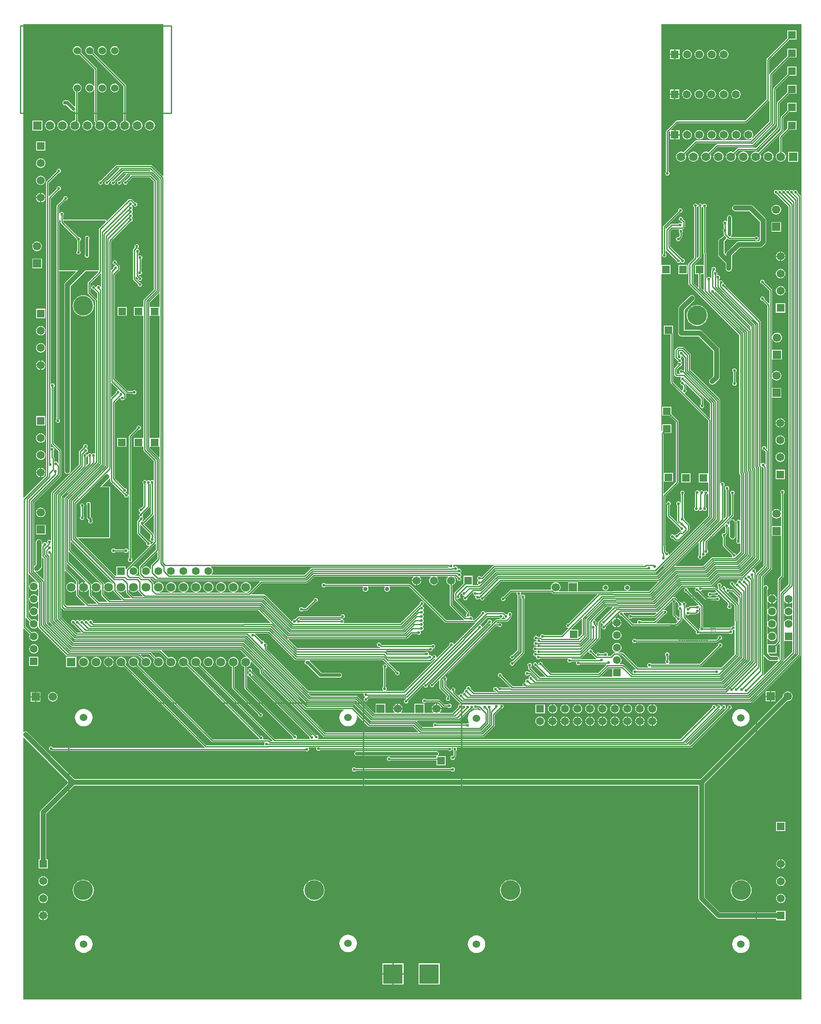
<source format=gbl>
G04*
G04 #@! TF.GenerationSoftware,Altium Limited,Altium NEXUS,2.1.5 (53)*
G04*
G04 Layer_Physical_Order=2*
G04 Layer_Color=16711680*
%FSLAX44Y44*%
%MOMM*%
G71*
G01*
G75*
%ADD15C,0.2540*%
%ADD18C,0.5000*%
%ADD19C,0.0762*%
%ADD21C,0.0254*%
%ADD120C,0.4000*%
%ADD121C,1.0000*%
%ADD122C,0.7000*%
%ADD123C,4.0000*%
%ADD124C,1.5240*%
%ADD125R,1.8000X1.8000*%
%ADD126C,1.8000*%
%ADD127R,1.6500X1.6500*%
%ADD128C,1.6500*%
%ADD129R,1.6000X1.6000*%
%ADD130R,1.6500X1.6500*%
%ADD131R,1.6000X1.6000*%
%ADD132R,1.7000X1.7000*%
%ADD133C,1.7000*%
%ADD134R,1.7000X1.7000*%
%ADD135C,0.9000*%
%ADD136C,1.6000*%
%ADD137R,1.7780X1.7780*%
%ADD138C,1.7780*%
%ADD139R,4.0000X4.0000*%
%ADD140C,0.6000*%
G36*
X292767Y1684357D02*
X291593Y1683871D01*
X270193Y1705271D01*
X269353Y1705833D01*
X268362Y1706030D01*
X197982D01*
X196991Y1705833D01*
X196151Y1705271D01*
X165253Y1674373D01*
X165100Y1674404D01*
X163434Y1674072D01*
X162022Y1673129D01*
X161078Y1671716D01*
X160746Y1670050D01*
X161078Y1668384D01*
X162022Y1666971D01*
X163434Y1666028D01*
X165100Y1665696D01*
X166766Y1666028D01*
X168179Y1666971D01*
X169122Y1668384D01*
X169454Y1670050D01*
X169255Y1671050D01*
X199055Y1700850D01*
X203025D01*
X203511Y1699677D01*
X178377Y1674543D01*
X177800Y1674658D01*
X176134Y1674326D01*
X174722Y1673383D01*
X173778Y1671970D01*
X173446Y1670304D01*
X173778Y1668638D01*
X174722Y1667225D01*
X176134Y1666282D01*
X177800Y1665950D01*
X179466Y1666282D01*
X180879Y1667225D01*
X181822Y1668638D01*
X182154Y1670304D01*
X182039Y1670880D01*
X208199Y1697040D01*
X265711D01*
X267148Y1695603D01*
X266662Y1694430D01*
X212290D01*
X211299Y1694232D01*
X210459Y1693671D01*
X191077Y1674289D01*
X190500Y1674404D01*
X188834Y1674072D01*
X187421Y1673129D01*
X186478Y1671716D01*
X186146Y1670050D01*
X186478Y1668384D01*
X187421Y1666971D01*
X188834Y1666028D01*
X190500Y1665696D01*
X192166Y1666028D01*
X193578Y1666971D01*
X194522Y1668384D01*
X194854Y1670050D01*
X194739Y1670627D01*
X213363Y1689250D01*
X217078D01*
X217564Y1688077D01*
X203776Y1674289D01*
X203200Y1674404D01*
X201534Y1674072D01*
X200121Y1673129D01*
X199178Y1671716D01*
X198846Y1670050D01*
X199178Y1668384D01*
X200121Y1666971D01*
X201534Y1666028D01*
X203200Y1665696D01*
X204866Y1666028D01*
X206278Y1666971D01*
X207222Y1668384D01*
X207554Y1670050D01*
X207439Y1670627D01*
X222253Y1685440D01*
X225460D01*
X225946Y1684267D01*
X216222Y1674543D01*
X215646Y1674658D01*
X213980Y1674326D01*
X212568Y1673383D01*
X211624Y1671970D01*
X211292Y1670304D01*
X211624Y1668638D01*
X212568Y1667225D01*
X213980Y1666282D01*
X215646Y1665950D01*
X217312Y1666282D01*
X218724Y1667225D01*
X219668Y1668638D01*
X220000Y1670304D01*
X219885Y1670880D01*
X230635Y1681630D01*
X264957D01*
X273730Y1672857D01*
Y1453267D01*
X253439Y1432975D01*
X252877Y1432135D01*
X252680Y1431144D01*
Y1418622D01*
X251840Y1417700D01*
X251410Y1417700D01*
X233300D01*
Y1399160D01*
X251410D01*
X251840Y1399160D01*
X252680Y1398238D01*
Y1151922D01*
X251840Y1151000D01*
X251410Y1151000D01*
X233300D01*
Y1132460D01*
X251410D01*
X251840Y1132460D01*
X252680Y1131538D01*
Y1126382D01*
X252877Y1125391D01*
X253439Y1124550D01*
X273730Y1104259D01*
Y1064792D01*
X272460Y1064113D01*
X271922Y1064472D01*
X270256Y1064804D01*
X268590Y1064472D01*
X267178Y1063529D01*
X267081Y1063384D01*
X265811D01*
X265714Y1063529D01*
X264302Y1064472D01*
X262636Y1064804D01*
X260970Y1064472D01*
X259895Y1063754D01*
X258433Y1063781D01*
X258246Y1063851D01*
X256936Y1064726D01*
X255270Y1065058D01*
X253604Y1064726D01*
X252192Y1063783D01*
X251248Y1062370D01*
X250916Y1060704D01*
X251248Y1059038D01*
X252192Y1057626D01*
X252680Y1057299D01*
Y1012755D01*
X247973Y1008047D01*
X247396Y1008162D01*
X245730Y1007830D01*
X244317Y1006887D01*
X243374Y1005474D01*
X243042Y1003808D01*
X243374Y1002142D01*
X244317Y1000730D01*
X245730Y999786D01*
X245941Y999744D01*
Y998449D01*
X245857Y998432D01*
X244445Y997488D01*
X243501Y996076D01*
X243169Y994410D01*
X243501Y992744D01*
X244445Y991331D01*
X245157Y990855D01*
X245160Y989330D01*
X244825Y989107D01*
X243882Y987694D01*
X243550Y986028D01*
X243665Y985452D01*
X240809Y982595D01*
X240247Y981755D01*
X240050Y980764D01*
Y956748D01*
X240247Y955757D01*
X240809Y954917D01*
X258608Y937118D01*
X258282Y935482D01*
X258614Y933816D01*
X259557Y932403D01*
X260970Y931460D01*
X262636Y931128D01*
X263170Y931235D01*
X263796Y930064D01*
X217625Y883893D01*
X217550Y883781D01*
X216280Y884166D01*
Y889380D01*
X197740D01*
Y871270D01*
X197740Y870840D01*
X196818Y870000D01*
X194675D01*
X119041Y945634D01*
X119527Y946807D01*
X182880D01*
X183852Y947210D01*
X184255Y948182D01*
Y1050544D01*
X183852Y1051516D01*
X182880Y1051919D01*
X168767D01*
X168281Y1053092D01*
X182816Y1067626D01*
X183592Y1068789D01*
X184862Y1068403D01*
Y1063498D01*
X185059Y1062507D01*
X185621Y1061667D01*
X213185Y1034102D01*
X213070Y1033526D01*
X213402Y1031860D01*
X214345Y1030447D01*
X215758Y1029504D01*
X217424Y1029172D01*
X219090Y1029504D01*
X220502Y1030447D01*
X221446Y1031860D01*
X222708Y1031695D01*
Y921813D01*
X221438Y921687D01*
X221369Y922034D01*
X221192Y922924D01*
X220249Y924336D01*
X218836Y925280D01*
X217170Y925612D01*
X215504Y925280D01*
X214091Y924336D01*
X213765Y923848D01*
X194921D01*
X194594Y924336D01*
X193182Y925280D01*
X191516Y925612D01*
X189850Y925280D01*
X188438Y924336D01*
X187494Y922924D01*
X187162Y921258D01*
X187494Y919592D01*
X188438Y918179D01*
X189850Y917236D01*
X191516Y916904D01*
X193182Y917236D01*
X194594Y918179D01*
X194921Y918668D01*
X213765D01*
X214091Y918179D01*
X215504Y917236D01*
X217170Y916904D01*
X218836Y917236D01*
X220249Y918179D01*
X221192Y919592D01*
X221369Y920482D01*
X221438Y920829D01*
X222708Y920704D01*
Y905867D01*
X222220Y905540D01*
X221276Y904128D01*
X220944Y902462D01*
X221276Y900796D01*
X222220Y899383D01*
X223632Y898440D01*
X225298Y898108D01*
X226964Y898440D01*
X228377Y899383D01*
X229320Y900796D01*
X229652Y902462D01*
X229320Y904128D01*
X228377Y905540D01*
X227888Y905867D01*
Y1152595D01*
X242502Y1167209D01*
X243078Y1167094D01*
X244744Y1167426D01*
X246157Y1168370D01*
X247100Y1169782D01*
X247432Y1171448D01*
X247100Y1173114D01*
X246157Y1174527D01*
X244744Y1175470D01*
X243078Y1175802D01*
X241412Y1175470D01*
X240000Y1174527D01*
X239056Y1173114D01*
X238724Y1171448D01*
X238839Y1170872D01*
X223467Y1155499D01*
X222905Y1154659D01*
X222708Y1153668D01*
Y1035357D01*
X221446Y1035192D01*
X220502Y1036605D01*
X219090Y1037548D01*
X217424Y1037880D01*
X216847Y1037765D01*
X215664Y1038948D01*
X216033Y1040164D01*
X216226Y1040202D01*
X217639Y1041146D01*
X218582Y1042558D01*
X218914Y1044224D01*
X218582Y1045891D01*
X217639Y1047303D01*
X216226Y1048247D01*
X214560Y1048578D01*
X213984Y1048463D01*
X193852Y1068595D01*
Y1222699D01*
X204104Y1232952D01*
X205275Y1232326D01*
X205189Y1231892D01*
X205520Y1230226D01*
X206464Y1228814D01*
X207876Y1227870D01*
X209542Y1227539D01*
X211208Y1227870D01*
X212621Y1228814D01*
X213034Y1229433D01*
X213371Y1229500D01*
X214211Y1230061D01*
X216217Y1232067D01*
X216778Y1232907D01*
X216975Y1233898D01*
Y1239510D01*
X216778Y1240501D01*
X216217Y1241341D01*
X191155Y1266404D01*
X191159Y1266423D01*
X192537Y1266841D01*
X217625Y1241753D01*
X218465Y1241191D01*
X219456Y1240994D01*
X230529D01*
X230856Y1240506D01*
X232268Y1239562D01*
X233934Y1239230D01*
X235600Y1239562D01*
X237013Y1240506D01*
X237956Y1241918D01*
X238288Y1243584D01*
X237956Y1245250D01*
X237013Y1246663D01*
X235600Y1247606D01*
X233934Y1247938D01*
X232268Y1247606D01*
X230856Y1246663D01*
X230529Y1246174D01*
X220529D01*
X194106Y1272597D01*
Y1482541D01*
X203380Y1491816D01*
X203942Y1492656D01*
X204139Y1493647D01*
Y1499997D01*
X203942Y1500988D01*
X203380Y1501828D01*
X198041Y1507168D01*
X198156Y1507744D01*
X197824Y1509410D01*
X196880Y1510822D01*
X195468Y1511766D01*
X193802Y1512098D01*
X192136Y1511766D01*
X190723Y1510822D01*
X189780Y1509410D01*
X189448Y1507744D01*
X189780Y1506078D01*
X190723Y1504666D01*
X192136Y1503722D01*
X193802Y1503390D01*
X194379Y1503505D01*
X195241Y1502643D01*
X194769Y1501319D01*
X193660Y1501098D01*
X192248Y1500155D01*
X191304Y1498742D01*
X190972Y1497076D01*
X191087Y1496499D01*
X187405Y1492818D01*
X186232Y1493304D01*
Y1551121D01*
X225737Y1590627D01*
X226314Y1590512D01*
X227980Y1590844D01*
X229393Y1591788D01*
X230336Y1593200D01*
X230668Y1594866D01*
X230336Y1596532D01*
X229393Y1597944D01*
X229060Y1598166D01*
Y1599694D01*
X229393Y1599915D01*
X230336Y1601328D01*
X230668Y1602994D01*
X230336Y1604660D01*
X229393Y1606073D01*
X228934Y1606379D01*
Y1607907D01*
X229139Y1608044D01*
X230082Y1609456D01*
X230414Y1611122D01*
X230082Y1612788D01*
X229139Y1614200D01*
X228804Y1614424D01*
Y1615694D01*
X229139Y1615918D01*
X230082Y1617330D01*
X230414Y1618996D01*
X230082Y1620662D01*
X229139Y1622074D01*
X228806Y1622296D01*
Y1623824D01*
X229139Y1624046D01*
X230082Y1625458D01*
X230161Y1625857D01*
X231358Y1625854D01*
X231690Y1624188D01*
X232633Y1622776D01*
X234046Y1621832D01*
X235712Y1621500D01*
X237378Y1621832D01*
X238790Y1622776D01*
X239734Y1624188D01*
X240066Y1625854D01*
X239734Y1627520D01*
X238790Y1628932D01*
X237378Y1629876D01*
X235712Y1630208D01*
X235135Y1630093D01*
X229415Y1635813D01*
X228575Y1636375D01*
X227584Y1636572D01*
X223266D01*
X222275Y1636375D01*
X221435Y1635813D01*
X177808Y1592186D01*
X176635Y1592672D01*
Y1593850D01*
X176232Y1594822D01*
X175260Y1595225D01*
X88696D01*
Y1603145D01*
X89185Y1603472D01*
X90128Y1604884D01*
X90460Y1606550D01*
X90128Y1608216D01*
X89185Y1609628D01*
X87772Y1610572D01*
X86106Y1610904D01*
X84440Y1610572D01*
X83027Y1609628D01*
X82084Y1608216D01*
X82000Y1607794D01*
X80730Y1607919D01*
Y1621895D01*
X93149Y1634315D01*
X93726Y1634200D01*
X95392Y1634532D01*
X96805Y1635475D01*
X97748Y1636888D01*
X98080Y1638554D01*
X97748Y1640220D01*
X96805Y1641633D01*
X95392Y1642576D01*
X93726Y1642908D01*
X92060Y1642576D01*
X90647Y1641633D01*
X89704Y1640220D01*
X89372Y1638554D01*
X89487Y1637977D01*
X76309Y1624799D01*
X75747Y1623959D01*
X75550Y1622968D01*
Y1189025D01*
X75061Y1188699D01*
X74118Y1187286D01*
X73786Y1185620D01*
X74118Y1183954D01*
X75061Y1182542D01*
X76474Y1181598D01*
X78140Y1181266D01*
X79806Y1181598D01*
X81219Y1182542D01*
X82162Y1183954D01*
X82494Y1185620D01*
X82162Y1187286D01*
X81219Y1188699D01*
X80730Y1189025D01*
Y1490113D01*
X114671D01*
X115157Y1488940D01*
X93016Y1466798D01*
X91630Y1464724D01*
X91143Y1462278D01*
Y1084072D01*
X91630Y1081626D01*
X93016Y1079552D01*
X95090Y1078166D01*
X97536Y1077679D01*
X99982Y1078166D01*
X102056Y1079552D01*
X103442Y1081626D01*
X103929Y1084072D01*
Y1459630D01*
X134412Y1490113D01*
X160237D01*
X160763Y1488843D01*
X139647Y1467727D01*
X139085Y1466887D01*
X138888Y1465896D01*
Y1446022D01*
X139085Y1445031D01*
X139647Y1444191D01*
X154382Y1429455D01*
Y1408430D01*
X154382Y1119804D01*
X153112Y1119125D01*
X152796Y1119336D01*
X151130Y1119668D01*
X149464Y1119336D01*
X148052Y1118392D01*
X147703Y1117870D01*
X146175D01*
X145827Y1118392D01*
X144414Y1119336D01*
X142748Y1119668D01*
X141082Y1119336D01*
X139670Y1118392D01*
X138726Y1116980D01*
X138394Y1115314D01*
X138726Y1113648D01*
X139670Y1112235D01*
X140158Y1111909D01*
Y1099061D01*
X136605Y1095507D01*
X135432Y1095993D01*
Y1111401D01*
X135920Y1111728D01*
X136864Y1113140D01*
X137196Y1114806D01*
X136864Y1116472D01*
X135920Y1117885D01*
X134508Y1118828D01*
X134210Y1118888D01*
X133841Y1120080D01*
X134630Y1120915D01*
X134874Y1120866D01*
X136540Y1121198D01*
X137952Y1122141D01*
X138896Y1123554D01*
X139228Y1125220D01*
X138896Y1126886D01*
X137952Y1128298D01*
X136986Y1128944D01*
X136856Y1130273D01*
X136899Y1130413D01*
X137444Y1130778D01*
X138388Y1132190D01*
X138720Y1133856D01*
X138388Y1135522D01*
X137444Y1136935D01*
X136032Y1137878D01*
X134366Y1138210D01*
X132700Y1137878D01*
X131287Y1136935D01*
X130344Y1135522D01*
X130012Y1133856D01*
X130127Y1133279D01*
X121661Y1124813D01*
X121099Y1123973D01*
X120902Y1122982D01*
Y1096369D01*
X65433Y1040900D01*
X64872Y1040059D01*
X64675Y1039068D01*
Y943084D01*
X63404Y942412D01*
X62549Y942983D01*
X60883Y943315D01*
X59217Y942983D01*
X57804Y942039D01*
X56861Y940627D01*
X56529Y938961D01*
X56861Y937295D01*
X57594Y936197D01*
X57165Y935522D01*
X55850Y935821D01*
X55838Y935878D01*
X54894Y937290D01*
X53482Y938234D01*
X51816Y938566D01*
X50150Y938234D01*
X48738Y937290D01*
X47794Y935878D01*
X47538Y934592D01*
X47367Y934462D01*
X46097Y935092D01*
Y938022D01*
X45610Y940468D01*
X44224Y942542D01*
X42150Y943928D01*
X39704Y944415D01*
X37258Y943928D01*
X35184Y942542D01*
X33798Y940468D01*
X33311Y938022D01*
Y892236D01*
X31038Y889963D01*
X29768Y890489D01*
Y1018683D01*
X84116Y1073032D01*
X84678Y1073872D01*
X84875Y1074863D01*
Y1124952D01*
X84678Y1125943D01*
X84116Y1126784D01*
X69900Y1141000D01*
Y1253895D01*
X70388Y1254221D01*
X71332Y1255634D01*
X71664Y1257300D01*
X71332Y1258966D01*
X70388Y1260378D01*
X68976Y1261322D01*
X67310Y1261654D01*
X65644Y1261322D01*
X64566Y1260602D01*
X63296Y1261090D01*
Y1638243D01*
X79433Y1654381D01*
X80010Y1654266D01*
X81676Y1654598D01*
X83089Y1655542D01*
X84032Y1656954D01*
X84364Y1658620D01*
X84032Y1660286D01*
X83089Y1661698D01*
X81676Y1662642D01*
X80010Y1662974D01*
X78344Y1662642D01*
X76932Y1661698D01*
X75988Y1660286D01*
X75656Y1658620D01*
X75771Y1658044D01*
X60659Y1642932D01*
X59486Y1643418D01*
Y1669993D01*
X79433Y1689941D01*
X80010Y1689826D01*
X81676Y1690158D01*
X83089Y1691102D01*
X84032Y1692514D01*
X84364Y1694180D01*
X84032Y1695846D01*
X83089Y1697258D01*
X81676Y1698202D01*
X80010Y1698534D01*
X78344Y1698202D01*
X76932Y1697258D01*
X75988Y1695846D01*
X75656Y1694180D01*
X75771Y1693604D01*
X55065Y1672897D01*
X54503Y1672057D01*
X54306Y1671066D01*
Y1074223D01*
X8702Y1028619D01*
X7432Y1029145D01*
X7432Y1992667D01*
X292767Y1992667D01*
X292767Y1684357D01*
D02*
G37*
G36*
X175260Y1589639D02*
X162761Y1577139D01*
X162199Y1576299D01*
X162002Y1575308D01*
Y1491488D01*
X80730D01*
Y1593850D01*
X83516D01*
Y1589820D01*
X83713Y1588829D01*
X84275Y1587989D01*
X116411Y1555852D01*
X116296Y1555276D01*
X116628Y1553610D01*
X117571Y1552197D01*
X117806Y1552041D01*
Y1532147D01*
X117064Y1531651D01*
X116120Y1530238D01*
X115788Y1528572D01*
X116120Y1526906D01*
X117064Y1525493D01*
X118476Y1524550D01*
X120142Y1524218D01*
X121808Y1524550D01*
X123221Y1525493D01*
X124164Y1526906D01*
X124496Y1528572D01*
X124164Y1530238D01*
X123221Y1531651D01*
X122986Y1531807D01*
Y1551701D01*
X123729Y1552197D01*
X124672Y1553610D01*
X125004Y1555276D01*
X124672Y1556942D01*
X123729Y1558354D01*
X122316Y1559298D01*
X120650Y1559630D01*
X120073Y1559515D01*
X88696Y1590893D01*
Y1593850D01*
X175260D01*
Y1589639D01*
D02*
G37*
G36*
X1382310Y1621902D02*
X1383253Y1620490D01*
X1383742Y1620163D01*
Y1520247D01*
X1380794Y1517298D01*
X1379524Y1517824D01*
Y1620163D01*
X1380013Y1620490D01*
X1380956Y1621902D01*
X1380986Y1622049D01*
X1382280D01*
X1382310Y1621902D01*
D02*
G37*
G36*
X165812Y1484908D02*
Y1459029D01*
X164550Y1458864D01*
X163606Y1460276D01*
X162194Y1461220D01*
X160528Y1461552D01*
X158862Y1461220D01*
X157450Y1460276D01*
X156506Y1458864D01*
X156232Y1457486D01*
X155410Y1456943D01*
X154960Y1456792D01*
X154745Y1456930D01*
X154707Y1457025D01*
X154392Y1458610D01*
X153448Y1460022D01*
X152036Y1460966D01*
X150370Y1461298D01*
X148704Y1460966D01*
X147291Y1460022D01*
X146348Y1458610D01*
X146016Y1456944D01*
X146348Y1455278D01*
X147291Y1453866D01*
X148704Y1452922D01*
X150370Y1452590D01*
X150946Y1452705D01*
X158192Y1445459D01*
Y1434630D01*
X157019Y1434144D01*
X144068Y1447095D01*
Y1464823D01*
X164639Y1485394D01*
X165812Y1484908D01*
D02*
G37*
G36*
X1391431Y1621302D02*
X1392144Y1620235D01*
X1392632Y1619909D01*
Y1527156D01*
X1392829Y1526165D01*
X1393391Y1525325D01*
X1393520Y1525196D01*
Y1502790D01*
X1376300D01*
Y1484250D01*
X1382980D01*
Y1457744D01*
X1381807Y1457258D01*
X1372412Y1466653D01*
Y1501591D01*
X1388163Y1517343D01*
X1388725Y1518183D01*
X1388922Y1519174D01*
Y1620163D01*
X1389411Y1620490D01*
X1389987Y1621352D01*
X1390258Y1621418D01*
X1391431Y1621302D01*
D02*
G37*
G36*
X1393520Y1452792D02*
X1392347Y1452306D01*
X1388160Y1456493D01*
Y1484250D01*
X1393520D01*
Y1452792D01*
D02*
G37*
G36*
X285160Y1444936D02*
Y1418846D01*
X284860Y1417700D01*
X283890Y1417700D01*
X266750D01*
X266320Y1417700D01*
X265480Y1418622D01*
Y1426915D01*
X283987Y1445422D01*
X285160Y1444936D01*
D02*
G37*
G36*
X1488898Y1377223D02*
Y1375702D01*
X1487725Y1375216D01*
X1415911Y1447030D01*
X1416141Y1448218D01*
X1417365Y1448756D01*
X1488898Y1377223D01*
D02*
G37*
G36*
X1353625Y1313015D02*
Y1288641D01*
X1352355Y1287962D01*
X1352087Y1288141D01*
X1351134Y1288330D01*
X1350802Y1288826D01*
X1349390Y1289770D01*
X1347724Y1290102D01*
X1346058Y1289770D01*
X1344646Y1288826D01*
X1343702Y1287414D01*
X1343370Y1285748D01*
X1343702Y1284082D01*
X1344646Y1282670D01*
X1345726Y1281948D01*
X1345340Y1280678D01*
X1338931D01*
X1338376Y1281233D01*
Y1290263D01*
X1344353Y1296241D01*
X1344930Y1296126D01*
X1346596Y1296458D01*
X1348009Y1297401D01*
X1348952Y1298814D01*
X1349284Y1300480D01*
X1348952Y1302146D01*
X1348139Y1303362D01*
X1348036Y1303971D01*
X1348119Y1305012D01*
X1348900Y1306180D01*
X1349231Y1307846D01*
X1348900Y1309512D01*
X1347956Y1310925D01*
X1347197Y1311431D01*
X1347103Y1312894D01*
X1347107Y1312903D01*
X1348046Y1314308D01*
X1348378Y1315974D01*
X1348256Y1316588D01*
X1349426Y1317213D01*
X1353625Y1313015D01*
D02*
G37*
G36*
X200829Y1249405D02*
X200357Y1248081D01*
X199248Y1247860D01*
X197836Y1246917D01*
X196892Y1245504D01*
X196560Y1243838D01*
X196675Y1243261D01*
X187405Y1233992D01*
X186232Y1234478D01*
Y1262342D01*
X187405Y1262828D01*
X200829Y1249405D01*
D02*
G37*
G36*
X1406602Y1221191D02*
Y1191028D01*
X1405429Y1190542D01*
X1354878Y1241093D01*
X1355296Y1242471D01*
X1355994Y1242610D01*
X1357406Y1243553D01*
X1358350Y1244966D01*
X1358682Y1246632D01*
X1358350Y1248298D01*
X1357406Y1249710D01*
X1356918Y1250037D01*
Y1257808D01*
X1356721Y1258799D01*
X1356159Y1259639D01*
X1355061Y1260738D01*
X1355094Y1260982D01*
X1356437Y1261435D01*
X1387340Y1230531D01*
Y1218937D01*
X1386851Y1218611D01*
X1385907Y1217198D01*
X1385576Y1215532D01*
X1385907Y1213866D01*
X1386851Y1212454D01*
X1388264Y1211510D01*
X1389930Y1211178D01*
X1391596Y1211510D01*
X1393008Y1212454D01*
X1393952Y1213866D01*
X1394283Y1215532D01*
X1393952Y1217198D01*
X1393008Y1218611D01*
X1392520Y1218937D01*
Y1231604D01*
X1392322Y1232595D01*
X1391761Y1233436D01*
X1355189Y1270007D01*
X1355289Y1270709D01*
X1356635Y1271158D01*
X1406602Y1221191D01*
D02*
G37*
G36*
X283890Y1399160D02*
X284860Y1399160D01*
X285160Y1398014D01*
Y1152146D01*
X284860Y1151000D01*
X283890Y1151000D01*
X266750D01*
X266320Y1151000D01*
X265480Y1151922D01*
Y1398238D01*
X266320Y1399160D01*
X266750Y1399160D01*
X283890D01*
D02*
G37*
G36*
Y1132460D02*
X284860Y1132460D01*
X285160Y1131314D01*
Y1112590D01*
X283987Y1112104D01*
X265480Y1130611D01*
Y1131538D01*
X266320Y1132460D01*
X266750Y1132460D01*
X283890D01*
D02*
G37*
G36*
X64720Y1252697D02*
Y1139928D01*
X64917Y1138937D01*
X65479Y1138096D01*
X79696Y1123880D01*
Y1099288D01*
X78425Y1098676D01*
X78208Y1098849D01*
X77936Y1100216D01*
X76993Y1101628D01*
X75580Y1102572D01*
X73914Y1102904D01*
X72248Y1102572D01*
X71988Y1102398D01*
X70868Y1102997D01*
Y1109842D01*
X70671Y1110833D01*
X70109Y1111674D01*
X69103Y1112680D01*
Y1124504D01*
X69591Y1124830D01*
X70535Y1126243D01*
X70867Y1127909D01*
X70535Y1129575D01*
X69591Y1130987D01*
X68179Y1131931D01*
X66513Y1132262D01*
X64847Y1131931D01*
X64566Y1131743D01*
X63296Y1132422D01*
Y1252135D01*
X64566Y1252803D01*
X64720Y1252697D01*
D02*
G37*
G36*
X1551248Y990946D02*
X1551382Y990872D01*
Y971160D01*
X1532432D01*
Y990438D01*
X1533702Y990869D01*
X1534812Y989422D01*
X1536853Y987856D01*
X1539229Y986871D01*
X1541780Y986536D01*
X1544330Y986871D01*
X1546707Y987856D01*
X1548748Y989422D01*
X1550112Y991200D01*
X1551248Y990946D01*
D02*
G37*
G36*
X267666Y1056566D02*
Y996490D01*
X251637Y980461D01*
X251268Y980707D01*
X250162Y980927D01*
X249955Y982263D01*
X250982Y982950D01*
X251926Y984362D01*
X252258Y986028D01*
X251926Y987694D01*
X250982Y989107D01*
X250270Y989583D01*
X250267Y991108D01*
X250602Y991331D01*
X251545Y992744D01*
X251877Y994410D01*
X251545Y996076D01*
X251509Y996130D01*
X264467Y1009089D01*
X265029Y1009929D01*
X265226Y1010920D01*
Y1057045D01*
X265670Y1057342D01*
X265998Y1057516D01*
X266591D01*
X267666Y1056566D01*
D02*
G37*
G36*
X1435631Y972470D02*
X1436107Y972178D01*
X1436412Y970646D01*
X1437355Y969233D01*
X1437844Y968907D01*
Y959415D01*
X1435423Y956993D01*
X1434846Y957108D01*
X1433180Y956776D01*
X1431767Y955833D01*
X1430824Y954420D01*
X1430492Y952754D01*
X1430824Y951088D01*
X1431767Y949676D01*
X1432256Y949349D01*
Y932376D01*
X1432453Y931385D01*
X1433015Y930545D01*
X1450998Y912561D01*
X1450884Y911985D01*
X1451215Y910319D01*
X1451892Y909305D01*
X1451351Y908035D01*
X1411237D01*
X1410246Y907838D01*
X1409406Y907277D01*
X1392147Y890018D01*
X1336490D01*
X1336004Y891191D01*
X1382315Y937502D01*
X1383488Y937016D01*
Y911455D01*
X1383000Y911128D01*
X1382056Y909716D01*
X1381724Y908050D01*
X1382056Y906384D01*
X1383000Y904971D01*
X1384412Y904028D01*
X1386078Y903696D01*
X1387744Y904028D01*
X1389156Y904971D01*
X1390100Y906384D01*
X1390432Y908050D01*
X1390197Y909229D01*
X1391316Y910009D01*
X1391524Y909870D01*
X1393190Y909538D01*
X1394856Y909870D01*
X1396268Y910814D01*
X1397212Y912226D01*
X1397544Y913892D01*
X1397474Y914244D01*
X1398270Y915380D01*
X1398437Y915414D01*
X1399936Y915712D01*
X1401349Y916656D01*
X1402292Y918068D01*
X1402624Y919734D01*
X1402292Y921400D01*
X1401349Y922812D01*
X1400860Y923139D01*
Y938981D01*
X1406448Y944569D01*
X1407213Y945081D01*
X1434870Y972738D01*
X1435631Y972470D01*
D02*
G37*
G36*
X273730Y993848D02*
Y949610D01*
X272460Y948934D01*
X272338Y949016D01*
Y954617D01*
X272141Y955608D01*
X271579Y956448D01*
X254003Y974025D01*
X254116Y975614D01*
X272087Y993586D01*
X272460Y994144D01*
X273730Y993848D01*
D02*
G37*
G36*
X182880Y948182D02*
X116493D01*
X115574Y949101D01*
Y1016426D01*
X149692Y1050544D01*
X182880D01*
Y948182D01*
D02*
G37*
G36*
X246523Y973606D02*
X247936Y972663D01*
X248066Y972637D01*
X267158Y953544D01*
Y947777D01*
X266670Y947450D01*
X265726Y946038D01*
X265394Y944372D01*
X265726Y942706D01*
X266670Y941293D01*
X268082Y940350D01*
X269748Y940018D01*
X271414Y940350D01*
X271621Y940488D01*
X273034Y939905D01*
X273136Y939404D01*
X268054Y934322D01*
X266883Y934948D01*
X266990Y935482D01*
X266658Y937148D01*
X265714Y938560D01*
X264302Y939504D01*
X263359Y939692D01*
X245230Y957821D01*
Y973257D01*
X246500Y973642D01*
X246523Y973606D01*
D02*
G37*
G36*
X281350Y917886D02*
Y905059D01*
X268679Y892387D01*
X268117Y891547D01*
X267920Y890556D01*
Y883244D01*
X266650Y882991D01*
X265907Y884785D01*
X264421Y886721D01*
X262485Y888207D01*
X260230Y889141D01*
X257810Y889460D01*
X255390Y889141D01*
X253135Y888207D01*
X251199Y886721D01*
X250022Y885188D01*
X248752Y885619D01*
Y886947D01*
X280177Y918372D01*
X281350Y917886D01*
D02*
G37*
G36*
X49434Y904883D02*
Y863030D01*
X48261Y862544D01*
X33261Y877544D01*
X33886Y878715D01*
X35002Y878493D01*
X37448Y878979D01*
X39522Y880365D01*
X44224Y885068D01*
X45610Y887141D01*
X46097Y889588D01*
Y906561D01*
X47270Y907047D01*
X49434Y904883D01*
D02*
G37*
G36*
X1512682Y1091734D02*
X1514042Y1091463D01*
X1515822Y1089683D01*
Y890748D01*
X1501180Y876106D01*
X1500007Y876592D01*
Y876975D01*
X1499810Y877966D01*
X1499438Y878522D01*
X1499764Y880160D01*
X1499432Y881826D01*
X1498488Y883239D01*
X1497076Y884182D01*
X1495704Y884455D01*
X1495280Y885295D01*
X1495204Y885751D01*
X1510551Y901099D01*
X1511113Y901939D01*
X1511310Y902930D01*
Y1091123D01*
X1512580Y1091802D01*
X1512682Y1091734D01*
D02*
G37*
G36*
X872194Y888655D02*
X873034Y888094D01*
X873875Y887927D01*
X873956Y887828D01*
X873696Y887025D01*
X873250Y886558D01*
X595718D01*
X594727Y886361D01*
X593887Y885799D01*
X580119Y872032D01*
X391485D01*
X391077Y873234D01*
X391421Y873499D01*
X392907Y875435D01*
X393841Y877690D01*
X394160Y880110D01*
X393841Y882530D01*
X392907Y884785D01*
X391421Y886721D01*
X390276Y887600D01*
X390708Y888870D01*
X871979D01*
X872194Y888655D01*
D02*
G37*
G36*
X1271156Y891397D02*
X1271142Y891376D01*
X966433D01*
X965442Y891179D01*
X964602Y890617D01*
X941735Y867751D01*
X939878D01*
X939576Y868203D01*
X938164Y869146D01*
X936498Y869478D01*
X934832Y869146D01*
X933419Y868203D01*
X932476Y866790D01*
X932144Y865124D01*
X932476Y863458D01*
X933419Y862046D01*
X934409Y861385D01*
X934427Y861335D01*
Y860023D01*
X934409Y859973D01*
X933419Y859313D01*
X932476Y857900D01*
X932144Y856234D01*
X932476Y854568D01*
X933419Y853156D01*
X934832Y852212D01*
X935119Y852155D01*
X935139Y852107D01*
X935018Y850880D01*
X924541D01*
X923334Y851032D01*
Y870072D01*
X904294D01*
Y854695D01*
X886201Y836601D01*
X885639Y835761D01*
X885442Y834770D01*
Y822150D01*
X885639Y821159D01*
X886201Y820319D01*
X910794Y795725D01*
Y793599D01*
X910305Y793272D01*
X909362Y791860D01*
X909030Y790194D01*
X909362Y788528D01*
X910252Y787196D01*
X910159Y786770D01*
X909800Y785926D01*
X907599D01*
X881404Y812121D01*
Y851320D01*
X883615Y852236D01*
X885604Y853762D01*
X887130Y855751D01*
X888089Y858067D01*
X888416Y860552D01*
X888089Y863037D01*
X887130Y865353D01*
X885604Y867342D01*
X885333Y867550D01*
X885741Y868752D01*
X887043D01*
X891365Y864430D01*
X891250Y863854D01*
X891582Y862188D01*
X892525Y860776D01*
X893938Y859832D01*
X895604Y859500D01*
X897270Y859832D01*
X898682Y860776D01*
X899626Y862188D01*
X899958Y863854D01*
X899626Y865520D01*
X898682Y866933D01*
X898351Y867154D01*
Y868682D01*
X898682Y868904D01*
X899626Y870316D01*
X899958Y871982D01*
X899626Y873648D01*
X898682Y875061D01*
X898351Y875282D01*
Y876810D01*
X898682Y877031D01*
X899626Y878444D01*
X899958Y880110D01*
X899626Y881776D01*
X898682Y883188D01*
X897270Y884132D01*
X895604Y884464D01*
X893938Y884132D01*
X893929Y884126D01*
X892786Y884890D01*
X892846Y885190D01*
X892514Y886856D01*
X891571Y888269D01*
X890158Y889212D01*
X888492Y889544D01*
X886826Y889212D01*
X885414Y888269D01*
X885108Y887811D01*
X884255Y887818D01*
X883345Y888990D01*
X883448Y889508D01*
X883116Y891174D01*
X882967Y891397D01*
X883646Y892667D01*
X1270477Y892667D01*
X1271156Y891397D01*
D02*
G37*
G36*
X277540Y934824D02*
Y923060D01*
X244331Y889851D01*
X243769Y889011D01*
X243572Y888020D01*
Y873724D01*
X243769Y872733D01*
X244331Y871893D01*
X248865Y867358D01*
X248407Y866021D01*
X247709Y865933D01*
X244401Y869241D01*
X243561Y869803D01*
X242570Y870000D01*
X235544D01*
X235291Y871270D01*
X237085Y872013D01*
X239021Y873499D01*
X240507Y875435D01*
X241441Y877690D01*
X241760Y880110D01*
X241441Y882530D01*
X240507Y884785D01*
X239021Y886721D01*
X237085Y888207D01*
X234830Y889141D01*
X232410Y889460D01*
X232188Y889431D01*
X231626Y890570D01*
X276367Y935310D01*
X277540Y934824D01*
D02*
G37*
G36*
X1474067Y863109D02*
X1474088Y863053D01*
X1473820Y861780D01*
X1472408Y860836D01*
X1471464Y859424D01*
X1471434Y859277D01*
X1470140D01*
X1470110Y859424D01*
X1469167Y860836D01*
X1467754Y861780D01*
X1466088Y862112D01*
X1464422Y861780D01*
X1463009Y860836D01*
X1462066Y859424D01*
X1461734Y857758D01*
X1461840Y857226D01*
X1461771Y856029D01*
X1460918Y855846D01*
X1460104Y855684D01*
X1458692Y854741D01*
X1457748Y853328D01*
X1457485Y852008D01*
X1456515Y851548D01*
X1456189Y851507D01*
X1455172Y852524D01*
X1455456Y853948D01*
X1455124Y855614D01*
X1454180Y857027D01*
X1452768Y857970D01*
X1451102Y858302D01*
X1449436Y857970D01*
X1448024Y857027D01*
X1447080Y855614D01*
X1446748Y853948D01*
X1447080Y852282D01*
X1448024Y850870D01*
X1449436Y849926D01*
X1450697Y849675D01*
X1468157Y832214D01*
Y829515D01*
X1466984Y829029D01*
X1453949Y842063D01*
X1453109Y842625D01*
X1452118Y842822D01*
X1445871D01*
X1445544Y843310D01*
X1444132Y844254D01*
X1442466Y844586D01*
X1440800Y844254D01*
X1439980Y843706D01*
X1438837Y844470D01*
X1438854Y844558D01*
X1438523Y846224D01*
X1437579Y847637D01*
X1436167Y848580D01*
X1434500Y848912D01*
X1432834Y848580D01*
X1431422Y847637D01*
X1430478Y846224D01*
X1430160Y844625D01*
X1429839Y844418D01*
X1428959Y844019D01*
X1428292Y844538D01*
Y847749D01*
X1428781Y848075D01*
X1429724Y849488D01*
X1430056Y851154D01*
X1429724Y852820D01*
X1428781Y854232D01*
X1427368Y855176D01*
X1425702Y855508D01*
X1424036Y855176D01*
X1422623Y854232D01*
X1421680Y852820D01*
X1421348Y851154D01*
X1421680Y849488D01*
X1422623Y848075D01*
X1423112Y847749D01*
Y843470D01*
X1422661Y843136D01*
X1421895Y842891D01*
X1419167Y845619D01*
X1418327Y846181D01*
X1417336Y846378D01*
X1412095D01*
X1411738Y847030D01*
X1411634Y847648D01*
X1427751Y863764D01*
X1472144D01*
X1473135Y863961D01*
X1474067Y863109D01*
D02*
G37*
G36*
X134888Y857892D02*
X134168Y856815D01*
X133491Y857096D01*
X132080Y857281D01*
Y847090D01*
Y836899D01*
X133491Y837084D01*
X135989Y838119D01*
X138135Y839765D01*
X139781Y841911D01*
X139904Y842209D01*
X141174Y841956D01*
Y831088D01*
X141371Y830097D01*
X141933Y829257D01*
X157166Y814023D01*
X156680Y812850D01*
X139757D01*
X120446Y832161D01*
Y841956D01*
X121716Y842209D01*
X121839Y841911D01*
X123485Y839765D01*
X125631Y838119D01*
X128129Y837084D01*
X129540Y836899D01*
Y847090D01*
Y857281D01*
X128129Y857096D01*
X125631Y856061D01*
X123485Y854415D01*
X121839Y852269D01*
X121716Y851971D01*
X120446Y852224D01*
Y860044D01*
X120249Y861035D01*
X119687Y861875D01*
X96524Y885039D01*
Y894596D01*
X97697Y895082D01*
X134888Y857892D01*
D02*
G37*
G36*
X37366Y855337D02*
X37314Y855113D01*
X35941Y854816D01*
X35821Y854971D01*
X33885Y856457D01*
X31630Y857391D01*
X29210Y857710D01*
X26790Y857391D01*
X24535Y856457D01*
X22599Y854971D01*
X21113Y853035D01*
X20179Y850780D01*
X19860Y848360D01*
X20179Y845940D01*
X21113Y843685D01*
X22599Y841749D01*
X24535Y840263D01*
X26790Y839329D01*
X29210Y839010D01*
X31630Y839329D01*
X33885Y840263D01*
X35821Y841749D01*
X36734Y842939D01*
X38005Y842507D01*
Y828813D01*
X36734Y828382D01*
X35821Y829571D01*
X33885Y831057D01*
X31630Y831991D01*
X29210Y832310D01*
X26790Y831991D01*
X24535Y831057D01*
X22599Y829571D01*
X21113Y827635D01*
X20179Y825380D01*
X19860Y822960D01*
X20179Y820540D01*
X21113Y818285D01*
X22599Y816349D01*
X24535Y814863D01*
X26790Y813929D01*
X29210Y813610D01*
X31630Y813929D01*
X33885Y814863D01*
X35821Y816349D01*
X36734Y817539D01*
X38005Y817107D01*
Y803413D01*
X36734Y802981D01*
X35821Y804171D01*
X33885Y805657D01*
X31630Y806591D01*
X29210Y806910D01*
X26790Y806591D01*
X24535Y805657D01*
X22599Y804171D01*
X21113Y802235D01*
X20179Y799980D01*
X19860Y797560D01*
X20179Y795140D01*
X21113Y792885D01*
X22599Y790949D01*
X24535Y789463D01*
X26790Y788529D01*
X29210Y788210D01*
X31630Y788529D01*
X33885Y789463D01*
X35821Y790949D01*
X36734Y792139D01*
X38005Y791707D01*
Y778013D01*
X36734Y777581D01*
X35821Y778771D01*
X33885Y780257D01*
X31630Y781191D01*
X29210Y781510D01*
X26790Y781191D01*
X24705Y780328D01*
X17576Y787457D01*
Y873332D01*
X18846Y873858D01*
X37366Y855337D01*
D02*
G37*
G36*
X189594Y855509D02*
X188755Y854553D01*
X186789Y856061D01*
X184291Y857096D01*
X181610Y857449D01*
X178929Y857096D01*
X176431Y856061D01*
X174285Y854415D01*
X173278Y853102D01*
X172008Y853533D01*
Y854202D01*
X171811Y855193D01*
X171249Y856033D01*
X104144Y923139D01*
Y939300D01*
X105317Y939786D01*
X189594Y855509D01*
D02*
G37*
G36*
X115266Y858971D02*
Y853202D01*
X113996Y852770D01*
X112735Y854415D01*
X110589Y856061D01*
X108091Y857096D01*
X105410Y857449D01*
X102729Y857096D01*
X100231Y856061D01*
X98085Y854415D01*
X96439Y852269D01*
X95404Y849771D01*
X95051Y847090D01*
X95404Y844409D01*
X96439Y841911D01*
X98085Y839765D01*
X100231Y838119D01*
X102729Y837084D01*
X105410Y836731D01*
X108091Y837084D01*
X110589Y838119D01*
X112735Y839765D01*
X113996Y841410D01*
X115266Y840978D01*
Y831088D01*
X115463Y830097D01*
X116025Y829257D01*
X135068Y810213D01*
X134582Y809040D01*
X96531D01*
X92714Y812857D01*
Y879864D01*
X93887Y880350D01*
X115266Y858971D01*
D02*
G37*
G36*
X166828Y853129D02*
Y851611D01*
X165558Y851358D01*
X165181Y852269D01*
X163535Y854415D01*
X161389Y856061D01*
X158891Y857096D01*
X156210Y857449D01*
X153529Y857096D01*
X151031Y856061D01*
X148885Y854415D01*
X147599Y852738D01*
X147384Y852728D01*
X146271Y853094D01*
X146157Y853669D01*
X145595Y854509D01*
X100334Y899771D01*
Y917964D01*
X101507Y918450D01*
X166828Y853129D01*
D02*
G37*
G36*
X872295Y867550D02*
X872024Y867342D01*
X870498Y865353D01*
X869539Y863037D01*
X869212Y860552D01*
X869539Y858067D01*
X870498Y855751D01*
X872024Y853762D01*
X874013Y852236D01*
X876224Y851320D01*
Y811048D01*
X876421Y810057D01*
X876983Y809217D01*
X904695Y781505D01*
X905301Y781100D01*
X905136Y779945D01*
X905090Y779830D01*
X869245D01*
X796343Y852731D01*
X795503Y853293D01*
X794512Y853490D01*
X623165D01*
X622839Y853979D01*
X621426Y854922D01*
X619760Y855254D01*
X618094Y854922D01*
X616682Y853979D01*
X615738Y852566D01*
X615406Y850900D01*
X615738Y849234D01*
X616682Y847822D01*
X618094Y846878D01*
X619760Y846546D01*
X621426Y846878D01*
X622839Y847822D01*
X623165Y848310D01*
X699517D01*
X700195Y847040D01*
X699357Y845785D01*
X698909Y843534D01*
X699357Y841283D01*
X700632Y839374D01*
X702541Y838099D01*
X704792Y837651D01*
X707043Y838099D01*
X708952Y839374D01*
X710227Y841283D01*
X710675Y843534D01*
X710227Y845785D01*
X709389Y847040D01*
X710068Y848310D01*
X743516D01*
X744195Y847040D01*
X743357Y845785D01*
X742909Y843534D01*
X743357Y841283D01*
X744632Y839374D01*
X746541Y838099D01*
X748792Y837651D01*
X751043Y838099D01*
X752952Y839374D01*
X754227Y841283D01*
X754675Y843534D01*
X754227Y845785D01*
X753389Y847040D01*
X754068Y848310D01*
X793439D01*
X866341Y775409D01*
X867181Y774847D01*
X868172Y774650D01*
X927354D01*
X927683Y774716D01*
X928309Y773545D01*
X885339Y730575D01*
X883961Y730993D01*
X883878Y731408D01*
X882934Y732821D01*
X881522Y733764D01*
X879856Y734096D01*
X878190Y733764D01*
X876777Y732821D01*
X875834Y731408D01*
X875502Y729742D01*
X875617Y729165D01*
X849973Y703521D01*
X848802Y704147D01*
X848952Y704898D01*
X848620Y706564D01*
X847676Y707977D01*
X846264Y708920D01*
X844598Y709252D01*
X842932Y708920D01*
X841519Y707977D01*
X840682Y706723D01*
X840052Y706619D01*
X839307Y706697D01*
X838484Y707928D01*
X837072Y708872D01*
X835406Y709204D01*
X834424Y709008D01*
X834350Y709044D01*
X833442Y710084D01*
X833664Y711200D01*
X833332Y712866D01*
X832389Y714278D01*
X830976Y715222D01*
X829310Y715554D01*
X827644Y715222D01*
X826232Y714278D01*
X825905Y713790D01*
X749405D01*
X746154Y717040D01*
X746204Y717474D01*
X746591Y718310D01*
X833731D01*
X834057Y717822D01*
X835470Y716878D01*
X837136Y716546D01*
X838802Y716878D01*
X840214Y717822D01*
X841158Y719234D01*
X841489Y720900D01*
X841423Y721233D01*
X842537Y722141D01*
X843930Y722418D01*
X845342Y723362D01*
X846286Y724774D01*
X846618Y726440D01*
X846286Y728106D01*
X845342Y729519D01*
X843930Y730462D01*
X842264Y730794D01*
X840598Y730462D01*
X839185Y729519D01*
X838859Y729030D01*
X737576D01*
X736631Y729975D01*
X736636Y729996D01*
X736304Y731662D01*
X735360Y733074D01*
X733948Y734018D01*
X732282Y734350D01*
X730616Y734018D01*
X729203Y733074D01*
X728260Y731662D01*
X727928Y729996D01*
X728260Y728330D01*
X729203Y726917D01*
X730616Y725974D01*
X732282Y725642D01*
X733414Y725867D01*
X734521Y724760D01*
X734418Y724142D01*
X734061Y723490D01*
X564980D01*
X547710Y740759D01*
X548196Y741932D01*
X787827D01*
X788818Y742129D01*
X789658Y742691D01*
X798912Y751944D01*
X809803D01*
X810129Y751456D01*
X811542Y750512D01*
X813208Y750180D01*
X814874Y750512D01*
X816286Y751456D01*
X817230Y752868D01*
X817562Y754534D01*
X817230Y756200D01*
X816430Y757398D01*
X816628Y757793D01*
X817141Y758453D01*
X818642Y758154D01*
X820308Y758486D01*
X821721Y759429D01*
X822664Y760842D01*
X822996Y762508D01*
X822664Y764174D01*
X821721Y765586D01*
X821064Y766025D01*
X821135Y767505D01*
X821974Y768065D01*
X822918Y769478D01*
X823250Y771144D01*
X822918Y772810D01*
X821974Y774222D01*
X821640Y774446D01*
Y775716D01*
X821974Y775939D01*
X822918Y777352D01*
X823250Y779018D01*
X822918Y780684D01*
X821974Y782096D01*
X821643Y782318D01*
Y783846D01*
X821974Y784068D01*
X822918Y785480D01*
X823250Y787146D01*
X822918Y788812D01*
X821974Y790225D01*
X821112Y790801D01*
X821046Y791072D01*
X821162Y792245D01*
X822228Y792958D01*
X823172Y794370D01*
X823504Y796036D01*
X823172Y797702D01*
X822228Y799115D01*
X821897Y799336D01*
Y800864D01*
X822228Y801086D01*
X823172Y802498D01*
X823504Y804164D01*
X823172Y805830D01*
X822228Y807243D01*
X820816Y808186D01*
X820157Y808317D01*
Y809612D01*
X821070Y809794D01*
X822483Y810738D01*
X823426Y812150D01*
X823758Y813816D01*
X823426Y815482D01*
X822483Y816895D01*
X821070Y817838D01*
X819404Y818170D01*
X817738Y817838D01*
X816326Y816895D01*
X815382Y815482D01*
X815050Y813816D01*
X815165Y813240D01*
X775707Y773782D01*
X661026D01*
X660348Y775052D01*
X660866Y775828D01*
X661198Y777494D01*
X660866Y779160D01*
X659922Y780573D01*
X658510Y781516D01*
X657836Y781650D01*
X657438Y783024D01*
X657816Y783383D01*
X658257Y783296D01*
X659923Y783627D01*
X661336Y784571D01*
X662279Y785983D01*
X662611Y787649D01*
X662279Y789315D01*
X661336Y790728D01*
X659923Y791672D01*
X658257Y792003D01*
X656591Y791672D01*
X655179Y790728D01*
X654235Y789315D01*
X653914Y787704D01*
X567983D01*
X566992Y787507D01*
X566152Y786945D01*
X560679Y781472D01*
X560070Y781594D01*
X558404Y781262D01*
X556992Y780319D01*
X556048Y778906D01*
X555785Y777586D01*
X554815Y777126D01*
X554489Y777085D01*
X500433Y831141D01*
X499593Y831703D01*
X498602Y831900D01*
X472224D01*
X471738Y833073D01*
X494087Y855422D01*
X585927D01*
X586918Y855619D01*
X587758Y856181D01*
X600329Y868752D01*
X801887D01*
X802295Y867550D01*
X802024Y867342D01*
X800498Y865353D01*
X799539Y863037D01*
X799379Y861822D01*
X808814D01*
X818249D01*
X818089Y863037D01*
X817130Y865353D01*
X815604Y867342D01*
X815333Y867550D01*
X815741Y868752D01*
X836887D01*
X837295Y867550D01*
X837024Y867342D01*
X835498Y865353D01*
X834539Y863037D01*
X834212Y860552D01*
X834539Y858067D01*
X835498Y855751D01*
X837024Y853762D01*
X839013Y852236D01*
X841329Y851277D01*
X843814Y850950D01*
X846299Y851277D01*
X848615Y852236D01*
X850604Y853762D01*
X852130Y855751D01*
X853089Y858067D01*
X853416Y860552D01*
X853089Y863037D01*
X852130Y865353D01*
X850604Y867342D01*
X850333Y867550D01*
X850741Y868752D01*
X871887D01*
X872295Y867550D01*
D02*
G37*
G36*
X1300221Y857345D02*
X1281586Y838710D01*
X1238140D01*
X1238015Y839980D01*
X1238766Y840129D01*
X1240051Y840385D01*
X1241960Y841660D01*
X1243235Y843569D01*
X1243683Y845820D01*
X1243235Y848071D01*
X1241960Y849980D01*
X1240051Y851255D01*
X1237800Y851703D01*
X1235549Y851255D01*
X1233640Y849980D01*
X1232365Y848071D01*
X1231917Y845820D01*
X1232365Y843569D01*
X1233640Y841660D01*
X1235549Y840385D01*
X1236834Y840129D01*
X1237585Y839980D01*
X1237460Y838710D01*
X1207982D01*
X1207630Y838640D01*
X1136970D01*
Y856860D01*
X1117430D01*
Y838640D01*
X1099212D01*
X1098804Y839842D01*
X1099168Y840122D01*
X1100734Y842163D01*
X1101719Y844539D01*
X1102054Y847090D01*
X1101719Y849641D01*
X1100734Y852017D01*
X1099168Y854058D01*
X1097127Y855624D01*
X1094751Y856609D01*
X1092200Y856944D01*
X1089650Y856609D01*
X1087273Y855624D01*
X1085232Y854058D01*
X1083666Y852017D01*
X1082682Y849641D01*
X1082346Y847090D01*
X1082682Y844539D01*
X1083308Y843028D01*
X1082459Y841758D01*
X1001210D01*
X1000219Y841561D01*
X999379Y840999D01*
X985665Y827285D01*
X985088Y827400D01*
X983422Y827068D01*
X982010Y826125D01*
X981066Y824712D01*
X980735Y823046D01*
X981066Y821380D01*
X982010Y819968D01*
X983422Y819024D01*
X985088Y818693D01*
X986754Y819024D01*
X988167Y819968D01*
X989110Y821380D01*
X989442Y823046D01*
X989327Y823623D01*
X1002283Y836578D01*
X1012505D01*
X1013103Y835458D01*
X1012994Y835294D01*
X1012662Y833628D01*
X1012994Y831962D01*
X1013938Y830549D01*
X1014426Y830223D01*
Y719385D01*
X1004130Y709089D01*
X1003554Y709204D01*
X1001888Y708872D01*
X1000475Y707928D01*
X999532Y706516D01*
X999200Y704850D01*
X999532Y703184D01*
X1000475Y701771D01*
X1001888Y700828D01*
X1003554Y700496D01*
X1005220Y700828D01*
X1006633Y701771D01*
X1007576Y703184D01*
X1007908Y704850D01*
X1007793Y705426D01*
X1018847Y716481D01*
X1019409Y717321D01*
X1019606Y718312D01*
Y830223D01*
X1020095Y830549D01*
X1021038Y831962D01*
X1021370Y833628D01*
X1021038Y835294D01*
X1020929Y835458D01*
X1021527Y836578D01*
X1083436D01*
X1085796Y834219D01*
X1086636Y833657D01*
X1087627Y833460D01*
X1176626D01*
X1177112Y832287D01*
X1117669Y772843D01*
X1117092Y772958D01*
X1115426Y772626D01*
X1114014Y771683D01*
X1113070Y770270D01*
X1112738Y768604D01*
X1113070Y766938D01*
X1114014Y765526D01*
X1115426Y764582D01*
X1116930Y764283D01*
X1117254Y763736D01*
X1117475Y763032D01*
X1104047Y749604D01*
X1068427D01*
X1068101Y750092D01*
X1066688Y751036D01*
X1065022Y751368D01*
X1063356Y751036D01*
X1061944Y750092D01*
X1061000Y748680D01*
X1060668Y747014D01*
X1059515Y746302D01*
X1055219D01*
X1054893Y746790D01*
X1053480Y747734D01*
X1051814Y748066D01*
X1050148Y747734D01*
X1048736Y746790D01*
X1047792Y745378D01*
X1047460Y743712D01*
X1047792Y742046D01*
X1048736Y740633D01*
X1050148Y739690D01*
X1051814Y739358D01*
X1052245Y739444D01*
X1053240Y738562D01*
X1053230Y737647D01*
X1052182Y736766D01*
X1051560Y736890D01*
X1049894Y736558D01*
X1048482Y735614D01*
X1047538Y734202D01*
X1047206Y732536D01*
X1047538Y730870D01*
X1048482Y729457D01*
X1049894Y728514D01*
X1051560Y728182D01*
X1052281Y728326D01*
X1053362Y727246D01*
X1053302Y726948D01*
X1053518Y725866D01*
X1052374Y725103D01*
X1051956Y725382D01*
X1050290Y725714D01*
X1048624Y725382D01*
X1047212Y724438D01*
X1046268Y723026D01*
X1045936Y721360D01*
X1046268Y719694D01*
X1047212Y718281D01*
X1048624Y717338D01*
X1050290Y717006D01*
X1051956Y717338D01*
X1052082Y717422D01*
X1053225Y716658D01*
X1053048Y715772D01*
X1053186Y715082D01*
X1052649Y714600D01*
X1052059Y714236D01*
X1050544Y714538D01*
X1048878Y714206D01*
X1047466Y713262D01*
X1046522Y711850D01*
X1046190Y710184D01*
X1046522Y708518D01*
X1047466Y707105D01*
X1048878Y706162D01*
X1050544Y705830D01*
X1051265Y705974D01*
X1052346Y704894D01*
X1052286Y704596D01*
X1052618Y702930D01*
X1053561Y701517D01*
X1054974Y700574D01*
X1056640Y700242D01*
X1058306Y700574D01*
X1059718Y701517D01*
X1060045Y702006D01*
X1116936D01*
X1117322Y700736D01*
X1117061Y700563D01*
X1116118Y699150D01*
X1115786Y697484D01*
X1116118Y695818D01*
X1117061Y694406D01*
X1118474Y693462D01*
X1120140Y693130D01*
X1121806Y693462D01*
X1123219Y694406D01*
X1123858Y695362D01*
X1133414D01*
X1134013Y694242D01*
X1133898Y694070D01*
X1133566Y692404D01*
X1133898Y690738D01*
X1134842Y689325D01*
X1136254Y688382D01*
X1137920Y688050D01*
X1139586Y688382D01*
X1140999Y689325D01*
X1141325Y689814D01*
X1194584D01*
X1195110Y688544D01*
X1178953Y672388D01*
X1082859D01*
X1065197Y690050D01*
X1065312Y690626D01*
X1064980Y692292D01*
X1064036Y693705D01*
X1062624Y694648D01*
X1060958Y694980D01*
X1059292Y694648D01*
X1057879Y693705D01*
X1056936Y692292D01*
X1056604Y690626D01*
X1056936Y688960D01*
X1057506Y688107D01*
X1056519Y687297D01*
X1054783Y689034D01*
X1054898Y689610D01*
X1054566Y691276D01*
X1053623Y692689D01*
X1052210Y693632D01*
X1050544Y693964D01*
X1048878Y693632D01*
X1047466Y692689D01*
X1046522Y691276D01*
X1046190Y689610D01*
X1046522Y687944D01*
X1047466Y686532D01*
X1048878Y685588D01*
X1050544Y685256D01*
X1051121Y685371D01*
X1071059Y665433D01*
X1070572Y664260D01*
X1060507D01*
X1041704Y683063D01*
Y685189D01*
X1042193Y685516D01*
X1043136Y686928D01*
X1043468Y688594D01*
X1043136Y690260D01*
X1042193Y691673D01*
X1040780Y692616D01*
X1039114Y692948D01*
X1037448Y692616D01*
X1036036Y691673D01*
X1035092Y690260D01*
X1034760Y688594D01*
X1035092Y686928D01*
X1036036Y685516D01*
X1036524Y685189D01*
Y681990D01*
X1036721Y680999D01*
X1037283Y680159D01*
X1055315Y662126D01*
X1054857Y660789D01*
X1054159Y660701D01*
X1041481Y673379D01*
X1040641Y673941D01*
X1039650Y674138D01*
X1037157D01*
X1036831Y674626D01*
X1035418Y675570D01*
X1033752Y675902D01*
X1032086Y675570D01*
X1030674Y674626D01*
X1029730Y673214D01*
X1029398Y671548D01*
X1029730Y669882D01*
X1030674Y668469D01*
X1032086Y667526D01*
X1033752Y667194D01*
X1035418Y667526D01*
X1036831Y668469D01*
X1037157Y668958D01*
X1038577D01*
X1040625Y666910D01*
X1040207Y665532D01*
X1039734Y665438D01*
X1038322Y664494D01*
X1037378Y663082D01*
X1037046Y661416D01*
X1037261Y660336D01*
X1036951Y659950D01*
X1036205Y659393D01*
X1034796Y659674D01*
X1033130Y659342D01*
X1031718Y658399D01*
X1030774Y656986D01*
X1030442Y655320D01*
X1030774Y653654D01*
X1030797Y653619D01*
X1030033Y652476D01*
X1029062Y652669D01*
X1027396Y652338D01*
X1025983Y651394D01*
X1025039Y649982D01*
X1024708Y648316D01*
X1025039Y646650D01*
X1025153Y646480D01*
X1024474Y645210D01*
X1004627D01*
X982901Y666936D01*
X983016Y667512D01*
X982684Y669178D01*
X981740Y670591D01*
X980328Y671534D01*
X978662Y671866D01*
X976996Y671534D01*
X975583Y670591D01*
X974640Y669178D01*
X974308Y667512D01*
X974640Y665846D01*
X975583Y664434D01*
X976996Y663490D01*
X978662Y663158D01*
X979239Y663273D01*
X998878Y643634D01*
X998391Y642461D01*
X981778D01*
X981452Y642949D01*
X980039Y643893D01*
X978373Y644224D01*
X976707Y643893D01*
X975295Y642949D01*
X974545Y641827D01*
X973505Y641657D01*
X973092Y641716D01*
X972601Y642449D01*
X971189Y643393D01*
X969523Y643725D01*
X967857Y643393D01*
X966444Y642449D01*
X965500Y641037D01*
X965169Y639371D01*
X965500Y637705D01*
X966444Y636293D01*
X967857Y635349D01*
X969523Y635017D01*
X970099Y635132D01*
X970947Y634284D01*
X970461Y633111D01*
X926048D01*
X918639Y640519D01*
X918754Y641096D01*
X918422Y642762D01*
X917478Y644174D01*
X916066Y645118D01*
X914400Y645450D01*
X912734Y645118D01*
X911321Y644174D01*
X910378Y642762D01*
X910046Y641096D01*
X910152Y640564D01*
X910083Y639367D01*
X909230Y639184D01*
X908416Y639022D01*
X907003Y638078D01*
X906060Y636666D01*
X905728Y635000D01*
X905834Y634468D01*
X905765Y633271D01*
X904912Y633088D01*
X904098Y632926D01*
X902685Y631982D01*
X901742Y630570D01*
X901662Y630169D01*
X900572Y629370D01*
X898906Y629702D01*
X897240Y629370D01*
X895827Y628427D01*
X894884Y627014D01*
X894845Y626820D01*
X893630Y626452D01*
X886472Y633609D01*
Y634958D01*
X886490Y634969D01*
X887434Y636382D01*
X887766Y638048D01*
X887434Y639714D01*
X886490Y641126D01*
X885078Y642070D01*
X883412Y642402D01*
X881746Y642070D01*
X880333Y641126D01*
X879390Y639714D01*
X879058Y638048D01*
X879221Y637229D01*
X878051Y636604D01*
X868984Y645671D01*
Y656741D01*
X869473Y657067D01*
X870416Y658480D01*
X870748Y660146D01*
X870416Y661812D01*
X869473Y663224D01*
X868060Y664168D01*
X867867Y664207D01*
X867498Y665422D01*
X969614Y767538D01*
X975003D01*
X975330Y767049D01*
X976742Y766106D01*
X978408Y765774D01*
X980074Y766106D01*
X981487Y767049D01*
X982430Y768462D01*
X982762Y770128D01*
X982430Y771794D01*
X981487Y773206D01*
X980074Y774150D01*
X978408Y774482D01*
X976742Y774150D01*
X975330Y773206D01*
X975003Y772718D01*
X970826D01*
X970340Y773891D01*
X972496Y776047D01*
X991743D01*
X992734Y776244D01*
X993574Y776806D01*
X1000559Y783791D01*
X1001121Y784631D01*
X1001318Y785622D01*
Y788313D01*
X1001806Y788640D01*
X1002750Y790052D01*
X1003082Y791718D01*
X1002750Y793384D01*
X1001806Y794797D01*
X1000394Y795740D01*
X998728Y796072D01*
X997062Y795740D01*
X995649Y794797D01*
X994706Y793384D01*
X994374Y791718D01*
X994376Y791710D01*
X993233Y790946D01*
X992520Y791422D01*
X990854Y791754D01*
X990277Y791639D01*
X987082Y794835D01*
X986242Y795396D01*
X985250Y795593D01*
X951430D01*
X950439Y795396D01*
X949598Y794835D01*
X948223Y795255D01*
X948140Y795670D01*
X947197Y797083D01*
X945784Y798026D01*
X944118Y798358D01*
X942452Y798026D01*
X941040Y797083D01*
X940096Y795670D01*
X939764Y794004D01*
X939879Y793428D01*
X926281Y779830D01*
X923546D01*
X922867Y781100D01*
X923248Y781670D01*
X923580Y783336D01*
X923248Y785002D01*
X922305Y786414D01*
X920892Y787358D01*
X919226Y787690D01*
X918243Y787494D01*
X917406Y788528D01*
X917738Y790194D01*
X917406Y791860D01*
X916462Y793272D01*
X915974Y793599D01*
Y796798D01*
X915777Y797789D01*
X915215Y798629D01*
X891438Y822406D01*
X891472Y822486D01*
X892187Y823454D01*
X893572Y823178D01*
X895238Y823510D01*
X896650Y824454D01*
X897594Y825866D01*
X897926Y827532D01*
X897594Y829198D01*
X896650Y830611D01*
X896590Y831221D01*
X900076Y834707D01*
X901247Y834082D01*
X901156Y833628D01*
X901488Y831962D01*
X902431Y830549D01*
X903844Y829606D01*
X905042Y829367D01*
X905351Y828046D01*
X905007Y827816D01*
X904063Y826404D01*
X903732Y824738D01*
X904063Y823072D01*
X905007Y821659D01*
X906420Y820716D01*
X908086Y820384D01*
X909752Y820716D01*
X911164Y821659D01*
X912108Y823072D01*
X912439Y824738D01*
X912325Y825314D01*
X923348Y836338D01*
X924348Y835548D01*
X924016Y833882D01*
X924348Y832216D01*
X925292Y830804D01*
X926704Y829860D01*
X928220Y829558D01*
X928624Y828998D01*
X928938Y828346D01*
X928658Y827928D01*
X928327Y826262D01*
X928658Y824596D01*
X929602Y823184D01*
X931014Y822240D01*
X932680Y821908D01*
X934346Y822240D01*
X935759Y823184D01*
X936085Y823672D01*
X936736D01*
X937727Y823869D01*
X938365Y823605D01*
X938572Y822564D01*
X939516Y821152D01*
X940928Y820208D01*
X942594Y819876D01*
X944260Y820208D01*
X945673Y821152D01*
X946616Y822564D01*
X946948Y824230D01*
X946833Y824807D01*
X980545Y858518D01*
X1299735D01*
X1300221Y857345D01*
D02*
G37*
G36*
X191466Y840978D02*
Y839724D01*
X191663Y838733D01*
X192225Y837893D01*
X208474Y821643D01*
X207988Y820470D01*
X183699D01*
X172008Y832161D01*
Y840647D01*
X173278Y841078D01*
X174285Y839765D01*
X176431Y838119D01*
X178929Y837084D01*
X181610Y836731D01*
X184291Y837084D01*
X186789Y838119D01*
X188935Y839765D01*
X190196Y841410D01*
X191466Y840978D01*
D02*
G37*
G36*
X166828Y842569D02*
Y831088D01*
X167025Y830097D01*
X167587Y829257D01*
X179010Y817833D01*
X178524Y816660D01*
X161855D01*
X146354Y832161D01*
Y840978D01*
X147624Y841410D01*
X148885Y839765D01*
X151031Y838119D01*
X153529Y837084D01*
X156210Y836731D01*
X158891Y837084D01*
X161389Y838119D01*
X163535Y839765D01*
X165181Y841911D01*
X165558Y842822D01*
X166828Y842569D01*
D02*
G37*
G36*
X1377139Y846521D02*
X1376843Y844796D01*
X1376561Y844608D01*
X1375618Y843195D01*
X1375286Y841529D01*
X1375618Y839863D01*
X1376561Y838451D01*
X1377974Y837507D01*
X1379640Y837176D01*
X1381306Y837507D01*
X1381321Y837517D01*
X1397455Y821383D01*
X1398295Y820821D01*
X1399286Y820624D01*
X1418233D01*
X1418560Y820135D01*
X1419972Y819192D01*
X1421638Y818860D01*
X1423304Y819192D01*
X1424716Y820135D01*
X1425660Y821548D01*
X1425992Y823214D01*
X1425660Y824880D01*
X1424716Y826292D01*
X1423304Y827236D01*
X1421638Y827568D01*
X1419972Y827236D01*
X1418560Y826292D01*
X1418233Y825804D01*
X1400359D01*
X1387869Y838294D01*
X1388287Y839672D01*
X1388760Y839766D01*
X1390172Y840710D01*
X1390499Y841198D01*
X1416263D01*
X1418844Y838617D01*
X1418426Y837239D01*
X1417940Y837142D01*
X1416528Y836199D01*
X1416201Y835710D01*
X1408813D01*
X1407810Y836380D01*
X1406144Y836712D01*
X1404478Y836380D01*
X1403065Y835436D01*
X1402122Y834024D01*
X1401790Y832358D01*
X1402122Y830692D01*
X1403065Y829279D01*
X1404478Y828336D01*
X1406144Y828004D01*
X1407810Y828336D01*
X1409223Y829279D01*
X1410058Y830530D01*
X1416201D01*
X1416528Y830042D01*
X1417940Y829098D01*
X1419606Y828766D01*
X1421272Y829098D01*
X1422684Y830042D01*
X1423628Y831454D01*
X1423725Y831940D01*
X1425103Y832358D01*
X1443178Y814283D01*
Y810363D01*
X1442690Y810036D01*
X1441746Y808624D01*
X1441414Y806958D01*
X1441746Y805292D01*
X1442690Y803879D01*
X1444102Y802936D01*
X1445768Y802604D01*
X1447434Y802936D01*
X1448846Y803879D01*
X1449790Y805292D01*
X1450122Y806958D01*
X1449790Y808624D01*
X1448846Y810036D01*
X1448358Y810363D01*
Y815166D01*
X1448809Y815500D01*
X1449575Y815744D01*
X1456132Y809187D01*
Y778081D01*
X1456329Y777090D01*
X1456727Y776495D01*
Y768718D01*
X1455457Y768039D01*
X1455054Y768308D01*
X1453388Y768640D01*
X1451722Y768308D01*
X1450309Y767365D01*
X1449366Y765952D01*
X1449095Y764590D01*
X1392340D01*
X1392191Y764811D01*
X1391703Y765138D01*
Y808925D01*
X1391716Y808990D01*
X1391519Y809981D01*
X1390957Y810821D01*
X1361827Y839952D01*
X1361984Y840740D01*
X1361652Y842406D01*
X1360708Y843819D01*
X1359296Y844762D01*
X1357630Y845094D01*
X1355964Y844762D01*
X1354552Y843819D01*
X1353608Y842406D01*
X1353276Y840740D01*
X1353608Y839074D01*
X1354552Y837662D01*
X1355964Y836718D01*
X1357630Y836386D01*
X1357995Y836459D01*
X1382692Y811762D01*
X1382066Y810591D01*
X1380998Y810804D01*
X1379332Y810472D01*
X1377919Y809529D01*
X1377508Y808913D01*
X1365885D01*
X1364894Y808716D01*
X1364054Y808154D01*
X1362016Y806117D01*
X1361440Y806232D01*
X1359774Y805900D01*
X1358362Y804957D01*
X1357418Y803544D01*
X1356156Y803709D01*
Y809141D01*
X1356644Y809467D01*
X1357588Y810880D01*
X1357920Y812546D01*
X1357588Y814212D01*
X1356644Y815624D01*
X1355232Y816568D01*
X1353566Y816900D01*
X1351900Y816568D01*
X1350488Y815624D01*
X1350211Y815211D01*
X1348684D01*
X1348517Y815461D01*
X1347104Y816404D01*
X1345999Y816624D01*
X1337118Y825505D01*
X1336278Y826067D01*
X1335287Y826264D01*
X1332142D01*
X1331616Y827534D01*
X1350821Y846738D01*
X1376977D01*
X1377139Y846521D01*
D02*
G37*
G36*
X274521Y859991D02*
X275361Y859429D01*
X276352Y859232D01*
X488912D01*
X489398Y858059D01*
X467049Y835710D01*
X462980D01*
X462896Y836980D01*
X463691Y837084D01*
X466189Y838119D01*
X468335Y839765D01*
X469981Y841911D01*
X471016Y844409D01*
X471369Y847090D01*
X471016Y849771D01*
X469981Y852269D01*
X468335Y854415D01*
X466189Y856061D01*
X463691Y857096D01*
X461010Y857449D01*
X458329Y857096D01*
X455831Y856061D01*
X453685Y854415D01*
X452039Y852269D01*
X451004Y849771D01*
X450651Y847090D01*
X451004Y844409D01*
X452039Y841911D01*
X453685Y839765D01*
X455831Y838119D01*
X458329Y837084D01*
X459123Y836980D01*
X459040Y835710D01*
X437580D01*
X437496Y836980D01*
X438291Y837084D01*
X440789Y838119D01*
X442935Y839765D01*
X444581Y841911D01*
X445616Y844409D01*
X445969Y847090D01*
X445616Y849771D01*
X444581Y852269D01*
X442935Y854415D01*
X440789Y856061D01*
X438291Y857096D01*
X435610Y857449D01*
X432929Y857096D01*
X430431Y856061D01*
X428285Y854415D01*
X426639Y852269D01*
X425604Y849771D01*
X425251Y847090D01*
X425604Y844409D01*
X426639Y841911D01*
X428285Y839765D01*
X430431Y838119D01*
X432929Y837084D01*
X433723Y836980D01*
X433640Y835710D01*
X412180D01*
X412096Y836980D01*
X412891Y837084D01*
X415389Y838119D01*
X417535Y839765D01*
X419181Y841911D01*
X420216Y844409D01*
X420569Y847090D01*
X420216Y849771D01*
X419181Y852269D01*
X417535Y854415D01*
X415389Y856061D01*
X412891Y857096D01*
X410210Y857449D01*
X407529Y857096D01*
X405031Y856061D01*
X402885Y854415D01*
X401239Y852269D01*
X400204Y849771D01*
X399851Y847090D01*
X400204Y844409D01*
X401239Y841911D01*
X402885Y839765D01*
X405031Y838119D01*
X407529Y837084D01*
X408324Y836980D01*
X408240Y835710D01*
X386780D01*
X386697Y836980D01*
X387491Y837084D01*
X389989Y838119D01*
X392135Y839765D01*
X393781Y841911D01*
X394816Y844409D01*
X395169Y847090D01*
X394816Y849771D01*
X393781Y852269D01*
X392135Y854415D01*
X389989Y856061D01*
X387491Y857096D01*
X384810Y857449D01*
X382129Y857096D01*
X379631Y856061D01*
X377485Y854415D01*
X375839Y852269D01*
X374804Y849771D01*
X374451Y847090D01*
X374804Y844409D01*
X375839Y841911D01*
X377485Y839765D01*
X379631Y838119D01*
X382129Y837084D01*
X382924Y836980D01*
X382840Y835710D01*
X361380D01*
X361297Y836980D01*
X362091Y837084D01*
X364589Y838119D01*
X366735Y839765D01*
X368381Y841911D01*
X369416Y844409D01*
X369769Y847090D01*
X369416Y849771D01*
X368381Y852269D01*
X366735Y854415D01*
X364589Y856061D01*
X362091Y857096D01*
X359410Y857449D01*
X356729Y857096D01*
X354231Y856061D01*
X352085Y854415D01*
X350439Y852269D01*
X349404Y849771D01*
X349051Y847090D01*
X349404Y844409D01*
X350439Y841911D01*
X352085Y839765D01*
X354231Y838119D01*
X356729Y837084D01*
X357523Y836980D01*
X357440Y835710D01*
X335980D01*
X335896Y836980D01*
X336691Y837084D01*
X339189Y838119D01*
X341335Y839765D01*
X342981Y841911D01*
X344016Y844409D01*
X344369Y847090D01*
X344016Y849771D01*
X342981Y852269D01*
X341335Y854415D01*
X339189Y856061D01*
X336691Y857096D01*
X334010Y857449D01*
X331329Y857096D01*
X328831Y856061D01*
X326685Y854415D01*
X325039Y852269D01*
X324004Y849771D01*
X323651Y847090D01*
X324004Y844409D01*
X325039Y841911D01*
X326685Y839765D01*
X328831Y838119D01*
X331329Y837084D01*
X332123Y836980D01*
X332040Y835710D01*
X310580D01*
X310497Y836980D01*
X311291Y837084D01*
X313789Y838119D01*
X315935Y839765D01*
X317581Y841911D01*
X318616Y844409D01*
X318969Y847090D01*
X318616Y849771D01*
X317581Y852269D01*
X315935Y854415D01*
X313789Y856061D01*
X311291Y857096D01*
X308610Y857449D01*
X305929Y857096D01*
X303431Y856061D01*
X301285Y854415D01*
X299639Y852269D01*
X298604Y849771D01*
X298251Y847090D01*
X298604Y844409D01*
X299639Y841911D01*
X301285Y839765D01*
X303431Y838119D01*
X305929Y837084D01*
X306723Y836980D01*
X306640Y835710D01*
X285180D01*
X285096Y836980D01*
X285891Y837084D01*
X288389Y838119D01*
X290535Y839765D01*
X292181Y841911D01*
X293216Y844409D01*
X293569Y847090D01*
X293216Y849771D01*
X292181Y852269D01*
X290535Y854415D01*
X288389Y856061D01*
X285891Y857096D01*
X283210Y857449D01*
X280529Y857096D01*
X278031Y856061D01*
X275885Y854415D01*
X274370Y852439D01*
X273747Y852494D01*
X273100Y852789D01*
Y855218D01*
X272903Y856209D01*
X272341Y857049D01*
X266125Y863266D01*
X266611Y864439D01*
X270072D01*
X274521Y859991D01*
D02*
G37*
G36*
X225085Y839765D02*
X227231Y838119D01*
X229729Y837084D01*
X232410Y836731D01*
X235091Y837084D01*
X237589Y838119D01*
X239735Y839765D01*
X240996Y841410D01*
X242266Y840978D01*
Y839216D01*
X242463Y838225D01*
X243025Y837385D01*
X251146Y829263D01*
X250660Y828090D01*
X231451D01*
X222300Y837241D01*
Y841391D01*
X222947Y841686D01*
X223570Y841740D01*
X225085Y839765D01*
D02*
G37*
G36*
X198088Y841847D02*
X199685Y839765D01*
X201831Y838119D01*
X204329Y837084D01*
X207010Y836731D01*
X209691Y837084D01*
X212189Y838119D01*
X214335Y839765D01*
X215850Y841740D01*
X216473Y841686D01*
X217120Y841391D01*
Y836168D01*
X217317Y835177D01*
X217879Y834337D01*
X226762Y825453D01*
X226276Y824280D01*
X213163D01*
X196692Y840751D01*
X196786Y841618D01*
X197836Y841863D01*
X198088Y841847D01*
D02*
G37*
G36*
X1464347Y824340D02*
Y815799D01*
X1463174Y815313D01*
X1443537Y834949D01*
X1443906Y836165D01*
X1444132Y836210D01*
X1445544Y837153D01*
X1445871Y837642D01*
X1451045D01*
X1464347Y824340D01*
D02*
G37*
G36*
X1567688Y813777D02*
X1568838Y813929D01*
X1571093Y814863D01*
X1573029Y816349D01*
X1573166Y816526D01*
X1574368Y816118D01*
Y804402D01*
X1573166Y803994D01*
X1573029Y804171D01*
X1571093Y805657D01*
X1568838Y806591D01*
X1566418Y806910D01*
X1563998Y806591D01*
X1561743Y805657D01*
X1559807Y804171D01*
X1558594Y802591D01*
X1557324Y803022D01*
Y817498D01*
X1558594Y817929D01*
X1559807Y816349D01*
X1561743Y814863D01*
X1563998Y813929D01*
X1565148Y813777D01*
Y822960D01*
X1567688D01*
Y813777D01*
D02*
G37*
G36*
X1551382Y870969D02*
X1545092Y864678D01*
X1544530Y863838D01*
X1544333Y862847D01*
Y736466D01*
X1538497Y730630D01*
X1523620D01*
X1523560Y731875D01*
Y741663D01*
X1524704Y742047D01*
X1524830Y742036D01*
X1526279Y740149D01*
X1528215Y738663D01*
X1530470Y737729D01*
X1532890Y737410D01*
X1535310Y737729D01*
X1537565Y738663D01*
X1539501Y740149D01*
X1540987Y742085D01*
X1541921Y744340D01*
X1542240Y746760D01*
X1541921Y749180D01*
X1540987Y751435D01*
X1539501Y753371D01*
X1537565Y754857D01*
X1535310Y755791D01*
X1532890Y756110D01*
X1530470Y755791D01*
X1528215Y754857D01*
X1526279Y753371D01*
X1524830Y751484D01*
X1524704Y751473D01*
X1523560Y751857D01*
Y767063D01*
X1524704Y767447D01*
X1524830Y767436D01*
X1526279Y765549D01*
X1528215Y764063D01*
X1530470Y763129D01*
X1532890Y762810D01*
X1535310Y763129D01*
X1537565Y764063D01*
X1539501Y765549D01*
X1540987Y767485D01*
X1541921Y769740D01*
X1542240Y772160D01*
X1541921Y774580D01*
X1540987Y776835D01*
X1539501Y778771D01*
X1537565Y780257D01*
X1535310Y781191D01*
X1532890Y781510D01*
X1530470Y781191D01*
X1528215Y780257D01*
X1526279Y778771D01*
X1524830Y776884D01*
X1524704Y776873D01*
X1523560Y777257D01*
Y792463D01*
X1524704Y792847D01*
X1524830Y792836D01*
X1526279Y790949D01*
X1528215Y789463D01*
X1530470Y788529D01*
X1532890Y788210D01*
X1535310Y788529D01*
X1537565Y789463D01*
X1539501Y790949D01*
X1540987Y792885D01*
X1541921Y795140D01*
X1542240Y797560D01*
X1541921Y799980D01*
X1540987Y802235D01*
X1539501Y804171D01*
X1537565Y805657D01*
X1535310Y806591D01*
X1532890Y806910D01*
X1530470Y806591D01*
X1528215Y805657D01*
X1526279Y804171D01*
X1524830Y802284D01*
X1524704Y802273D01*
X1523560Y802657D01*
Y817863D01*
X1524704Y818247D01*
X1524830Y818236D01*
X1526279Y816349D01*
X1528215Y814863D01*
X1530470Y813929D01*
X1531620Y813777D01*
Y822960D01*
Y832143D01*
X1530470Y831991D01*
X1528215Y831057D01*
X1526279Y829571D01*
X1524830Y827684D01*
X1524704Y827673D01*
X1523560Y828057D01*
Y842567D01*
X1523629Y842635D01*
X1524683Y844213D01*
X1525054Y846074D01*
X1524683Y847935D01*
X1523629Y849513D01*
X1522051Y850567D01*
X1520190Y850938D01*
X1518329Y850567D01*
X1516751Y849513D01*
X1516517Y849279D01*
X1515247Y849805D01*
Y866683D01*
X1531673Y883109D01*
X1532235Y883950D01*
X1532432Y884940D01*
Y951620D01*
X1551382D01*
Y870969D01*
D02*
G37*
G36*
X1386523Y805830D02*
Y765138D01*
X1386035Y764811D01*
X1385091Y763399D01*
X1384759Y761733D01*
X1385091Y760067D01*
X1385475Y759493D01*
X1384559Y758577D01*
X1383680Y759164D01*
X1383371Y759226D01*
X1356156Y786441D01*
Y793670D01*
X1357426Y793795D01*
X1357672Y792558D01*
X1358616Y791146D01*
X1360028Y790202D01*
X1361694Y789871D01*
X1363360Y790202D01*
X1364772Y791146D01*
X1365099Y791634D01*
X1376900D01*
X1377891Y791832D01*
X1378731Y792393D01*
X1380168Y793829D01*
X1380744Y793714D01*
X1382410Y794046D01*
X1383822Y794989D01*
X1384766Y796402D01*
X1385098Y798068D01*
X1384766Y799734D01*
X1383822Y801146D01*
X1383427Y801410D01*
Y802938D01*
X1384077Y803372D01*
X1385020Y804784D01*
X1385253Y805955D01*
X1386523Y805830D01*
D02*
G37*
G36*
X1328931Y816662D02*
X1328970Y816468D01*
X1329913Y815055D01*
X1330402Y814729D01*
Y790702D01*
X1330599Y789711D01*
X1331161Y788871D01*
X1337406Y782626D01*
X1337291Y782049D01*
X1337622Y780384D01*
X1338566Y778971D01*
X1339978Y778027D01*
X1340172Y777989D01*
X1340541Y776774D01*
X1336533Y772766D01*
X1296573D01*
X1296216Y773418D01*
X1296112Y774036D01*
X1314128Y792051D01*
X1314704Y791936D01*
X1316370Y792268D01*
X1317782Y793212D01*
X1318726Y794624D01*
X1319058Y796290D01*
X1318726Y797956D01*
X1317782Y799369D01*
X1316370Y800312D01*
X1314704Y800644D01*
X1313038Y800312D01*
X1312303Y799821D01*
X1311493Y800808D01*
X1327716Y817030D01*
X1328931Y816662D01*
D02*
G37*
G36*
X1311173Y798691D02*
X1310682Y797956D01*
X1310350Y796290D01*
X1310465Y795714D01*
X1293057Y778306D01*
X1265785D01*
X1265459Y778794D01*
X1264046Y779738D01*
X1262380Y780070D01*
X1260714Y779738D01*
X1259302Y778794D01*
X1258358Y777382D01*
X1258026Y775716D01*
X1258358Y774050D01*
X1258467Y773886D01*
X1257869Y772766D01*
X1249435D01*
X1230297Y791904D01*
X1230412Y792480D01*
X1230080Y794146D01*
X1229971Y794310D01*
X1230569Y795430D01*
X1296995D01*
X1297521Y794160D01*
X1293097Y789736D01*
X1248005D01*
X1247679Y790225D01*
X1246266Y791168D01*
X1244600Y791500D01*
X1242934Y791168D01*
X1241522Y790225D01*
X1240578Y788812D01*
X1240246Y787146D01*
X1240578Y785480D01*
X1241522Y784068D01*
X1242934Y783124D01*
X1244600Y782792D01*
X1246266Y783124D01*
X1247679Y784068D01*
X1248005Y784556D01*
X1294169D01*
X1295160Y784753D01*
X1296001Y785315D01*
X1310186Y799501D01*
X1311173Y798691D01*
D02*
G37*
G36*
X1341388Y813910D02*
X1341084Y812382D01*
X1341416Y810716D01*
X1342359Y809304D01*
X1342949Y808910D01*
Y807382D01*
X1342359Y806989D01*
X1341416Y805576D01*
X1341084Y803910D01*
X1341416Y802244D01*
X1342359Y800832D01*
X1343772Y799888D01*
X1344595Y799724D01*
Y786561D01*
X1343475Y785962D01*
X1343311Y786072D01*
X1341644Y786403D01*
X1341068Y786289D01*
X1335582Y791775D01*
Y814729D01*
X1336071Y815055D01*
X1337014Y816468D01*
X1337053Y816662D01*
X1338268Y817030D01*
X1341388Y813910D01*
D02*
G37*
G36*
X986540Y787601D02*
X986500Y787400D01*
X986832Y785734D01*
X987775Y784322D01*
X989188Y783378D01*
X990236Y783169D01*
X990773Y781887D01*
X990250Y781227D01*
X971423D01*
X970432Y781030D01*
X969592Y780468D01*
X840808Y651685D01*
X840232Y651800D01*
X838566Y651468D01*
X837153Y650525D01*
X836210Y649112D01*
X835878Y647446D01*
X836210Y645780D01*
X837153Y644368D01*
X838566Y643424D01*
X840232Y643092D01*
X841898Y643424D01*
X843310Y644368D01*
X844254Y645780D01*
X844586Y647446D01*
X844471Y648023D01*
X853741Y657292D01*
X854914Y656806D01*
Y642191D01*
X855111Y641200D01*
X855673Y640360D01*
X870154Y625878D01*
Y623165D01*
X869666Y622839D01*
X868722Y621426D01*
X868390Y619760D01*
X868722Y618094D01*
X869666Y616682D01*
X871078Y615738D01*
X872744Y615406D01*
X874410Y615738D01*
X875823Y616682D01*
X876766Y618094D01*
X877098Y619760D01*
X876766Y621426D01*
X875823Y622839D01*
X875334Y623165D01*
Y626951D01*
X875137Y627942D01*
X874575Y628782D01*
X860094Y643264D01*
Y658018D01*
X861118Y659042D01*
X862333Y658673D01*
X862372Y658480D01*
X863316Y657067D01*
X863804Y656741D01*
Y644598D01*
X864001Y643607D01*
X864563Y642767D01*
X897690Y609640D01*
X898176Y609315D01*
X897681Y608118D01*
X897636Y608127D01*
X895970Y607796D01*
X894557Y606852D01*
X893614Y605440D01*
X893282Y603774D01*
X893397Y603197D01*
X881444Y591244D01*
X856590D01*
X856182Y592446D01*
X856546Y592726D01*
X858112Y594767D01*
X859097Y597144D01*
X859265Y598424D01*
X839891D01*
X840060Y597144D01*
X841044Y594767D01*
X842610Y592726D01*
X842974Y592446D01*
X842566Y591244D01*
X824348D01*
Y609464D01*
X804808D01*
Y591362D01*
X794512D01*
X793919Y591244D01*
X777394D01*
X776986Y592446D01*
X777350Y592726D01*
X778916Y594767D01*
X779901Y597144D01*
X780069Y598424D01*
X760695D01*
X760863Y597144D01*
X761848Y594767D01*
X763414Y592726D01*
X763778Y592446D01*
X763370Y591244D01*
X745152D01*
Y609464D01*
X725612D01*
Y591244D01*
X722370D01*
X688448Y625166D01*
X687608Y625727D01*
X686617Y625924D01*
X592863D01*
X589075Y629713D01*
X589561Y630886D01*
X700625D01*
X701224Y629766D01*
X701082Y629554D01*
X700750Y627888D01*
X701082Y626222D01*
X702026Y624809D01*
X703438Y623866D01*
X703585Y623836D01*
Y622542D01*
X703438Y622512D01*
X702026Y621568D01*
X701082Y620156D01*
X700750Y618490D01*
X701082Y616824D01*
X702026Y615411D01*
X703438Y614468D01*
X705104Y614136D01*
X706770Y614468D01*
X708183Y615411D01*
X709126Y616824D01*
X709458Y618490D01*
X709343Y619067D01*
X711419Y621142D01*
X787441D01*
X787646Y620899D01*
X788040Y619945D01*
X786998Y618903D01*
X785988Y618702D01*
X784576Y617758D01*
X783632Y616346D01*
X783300Y614680D01*
X783632Y613014D01*
X784576Y611601D01*
X785988Y610658D01*
X787654Y610326D01*
X789320Y610658D01*
X790732Y611601D01*
X791676Y613014D01*
X792008Y614680D01*
X791691Y616271D01*
X821962Y646542D01*
X823340Y646124D01*
X823510Y645272D01*
X824454Y643859D01*
X825866Y642916D01*
X827532Y642584D01*
X829198Y642916D01*
X830611Y643859D01*
X831554Y645272D01*
X831886Y646938D01*
X831771Y647514D01*
X956580Y772323D01*
X957580Y772124D01*
X959246Y772456D01*
X960658Y773400D01*
X961602Y774812D01*
X961934Y776478D01*
X961602Y778144D01*
X960658Y779557D01*
X959246Y780500D01*
X957580Y780832D01*
X955914Y780500D01*
X954501Y779557D01*
X953558Y778144D01*
X953226Y776478D01*
X953257Y776325D01*
X942933Y766001D01*
X941555Y766419D01*
X941385Y767272D01*
X940442Y768684D01*
X939029Y769628D01*
X938745Y769685D01*
X938377Y770900D01*
X952287Y784810D01*
X977141D01*
X977425Y784385D01*
X978837Y783441D01*
X980503Y783110D01*
X982170Y783441D01*
X983582Y784385D01*
X984526Y785797D01*
X984846Y787409D01*
X985092Y787580D01*
X986035Y788050D01*
X986540Y787601D01*
D02*
G37*
G36*
X654786Y781254D02*
X653765Y780573D01*
X653184Y779703D01*
X571222D01*
X570896Y780191D01*
X570336Y780566D01*
X569989Y782231D01*
X570207Y782524D01*
X654401D01*
X654786Y781254D01*
D02*
G37*
G36*
X1559807Y790949D02*
X1561743Y789463D01*
X1563998Y788529D01*
X1566418Y788210D01*
X1568838Y788529D01*
X1571093Y789463D01*
X1573029Y790949D01*
X1573166Y791126D01*
X1574368Y790718D01*
Y779002D01*
X1573166Y778594D01*
X1573029Y778771D01*
X1571093Y780257D01*
X1568838Y781191D01*
X1566418Y781510D01*
X1563998Y781191D01*
X1561743Y780257D01*
X1559807Y778771D01*
X1558594Y777191D01*
X1557324Y777622D01*
Y792098D01*
X1558594Y792529D01*
X1559807Y790949D01*
D02*
G37*
G36*
X1220833Y792599D02*
X1221770Y792148D01*
X1222036Y790814D01*
X1222980Y789401D01*
X1224392Y788458D01*
X1226058Y788126D01*
X1226635Y788241D01*
X1246531Y768345D01*
X1247371Y767783D01*
X1248362Y767586D01*
X1337606D01*
X1338597Y767783D01*
X1339437Y768345D01*
X1349016Y777924D01*
X1349577Y778764D01*
X1349774Y779755D01*
Y784901D01*
X1351044Y785026D01*
X1351173Y784377D01*
X1351735Y783537D01*
X1378181Y757091D01*
X1377992Y756808D01*
X1377660Y755142D01*
X1377992Y753476D01*
X1378936Y752064D01*
X1380348Y751120D01*
X1382014Y750788D01*
X1383680Y751120D01*
X1385092Y752064D01*
X1385419Y752552D01*
X1446147D01*
X1447150Y751882D01*
X1448816Y751550D01*
X1450482Y751882D01*
X1451895Y752825D01*
X1452838Y754238D01*
X1453170Y755904D01*
X1452838Y757570D01*
X1452313Y758356D01*
X1452279Y758552D01*
X1452570Y759878D01*
X1452643Y759975D01*
X1452765Y760056D01*
X1453388Y759932D01*
X1455054Y760264D01*
X1455457Y760533D01*
X1456727Y759854D01*
Y710361D01*
X1429930Y683564D01*
X1285778D01*
X1285392Y684834D01*
X1286033Y685262D01*
X1286359Y685750D01*
X1386586D01*
X1387577Y685947D01*
X1388417Y686509D01*
X1426649Y724741D01*
X1427226Y724626D01*
X1428892Y724958D01*
X1430305Y725901D01*
X1431248Y727314D01*
X1431580Y728980D01*
X1431248Y730646D01*
X1430305Y732058D01*
X1428892Y733002D01*
X1427226Y733334D01*
X1425560Y733002D01*
X1424147Y732058D01*
X1423204Y730646D01*
X1422872Y728980D01*
X1422987Y728403D01*
X1385513Y690930D01*
X1322734D01*
X1322348Y692200D01*
X1322608Y692374D01*
X1323552Y693786D01*
X1323884Y695452D01*
X1323552Y697118D01*
X1322608Y698531D01*
X1322120Y698857D01*
Y706695D01*
X1322354Y706852D01*
X1323298Y708264D01*
X1323630Y709930D01*
X1323298Y711596D01*
X1322354Y713008D01*
X1320942Y713952D01*
X1319276Y714284D01*
X1317610Y713952D01*
X1316198Y713008D01*
X1315254Y711596D01*
X1314922Y709930D01*
X1315254Y708264D01*
X1316198Y706852D01*
X1316940Y706355D01*
Y698857D01*
X1316452Y698531D01*
X1315508Y697118D01*
X1315176Y695452D01*
X1315508Y693786D01*
X1316452Y692374D01*
X1316712Y692200D01*
X1316326Y690930D01*
X1286359D01*
X1286033Y691419D01*
X1284620Y692362D01*
X1282954Y692694D01*
X1281288Y692362D01*
X1279875Y691419D01*
X1278932Y690006D01*
X1278600Y688340D01*
X1278932Y686674D01*
X1279875Y685262D01*
X1280516Y684834D01*
X1280130Y683564D01*
X1259389D01*
X1229921Y713031D01*
X1229081Y713593D01*
X1228090Y713790D01*
X1219794D01*
X1219541Y715060D01*
X1221335Y715803D01*
X1223271Y717289D01*
X1224757Y719225D01*
X1225691Y721480D01*
X1226010Y723900D01*
X1225691Y726320D01*
X1224757Y728575D01*
X1223271Y730511D01*
X1221335Y731997D01*
X1219080Y732931D01*
X1216660Y733250D01*
X1214240Y732931D01*
X1211985Y731997D01*
X1210049Y730511D01*
X1208563Y728575D01*
X1207629Y726320D01*
X1207310Y723900D01*
X1207629Y721480D01*
X1208563Y719225D01*
X1210049Y717289D01*
X1211985Y715803D01*
X1213779Y715060D01*
X1213526Y713790D01*
X1211834D01*
X1210843Y713593D01*
X1210003Y713031D01*
X1203697Y706726D01*
X1198311D01*
X1197713Y707846D01*
X1197822Y708010D01*
X1198154Y709676D01*
X1197822Y711342D01*
X1196879Y712755D01*
X1195466Y713698D01*
X1193800Y714030D01*
X1192134Y713698D01*
X1190722Y712755D01*
X1190395Y712266D01*
X1182219D01*
X1181892Y712755D01*
X1180480Y713698D01*
X1178814Y714030D01*
X1177148Y713698D01*
X1175735Y712755D01*
X1174792Y711342D01*
X1174613Y710445D01*
X1173235Y710027D01*
X1167813Y715450D01*
X1167928Y716026D01*
X1167596Y717692D01*
X1166653Y719105D01*
X1165240Y720048D01*
X1163574Y720380D01*
X1163026Y720270D01*
X1162400Y721441D01*
X1182423Y741464D01*
X1182985Y742305D01*
X1183182Y743296D01*
Y773627D01*
X1184284Y774729D01*
X1185662Y774311D01*
X1185714Y774050D01*
X1186657Y772637D01*
X1188070Y771694D01*
X1189104Y771488D01*
X1189160Y771454D01*
X1189789Y770220D01*
X1189792Y770155D01*
X1189575Y769827D01*
X1188324Y769578D01*
X1186911Y768634D01*
X1185968Y767222D01*
X1185636Y765556D01*
X1185968Y763890D01*
X1186911Y762477D01*
X1188324Y761534D01*
X1189990Y761202D01*
X1191656Y761534D01*
X1193068Y762477D01*
X1194012Y763890D01*
X1194344Y765556D01*
X1194184Y766357D01*
X1207178Y779351D01*
X1208255Y778632D01*
X1207629Y777120D01*
X1207477Y775970D01*
X1215390D01*
Y783883D01*
X1214240Y783731D01*
X1212728Y783105D01*
X1212009Y784182D01*
X1220475Y792648D01*
X1220833Y792599D01*
D02*
G37*
G36*
X89896Y800809D02*
X90737Y800247D01*
X91728Y800050D01*
X486482D01*
X511779Y774753D01*
X511293Y773580D01*
X456792D01*
X456290Y773480D01*
X150933D01*
X149019Y775394D01*
X149134Y775970D01*
X148802Y777636D01*
X147858Y779048D01*
X146446Y779992D01*
X144780Y780324D01*
X143114Y779992D01*
X141701Y779048D01*
X141041Y778059D01*
X140991Y778041D01*
X139679D01*
X139629Y778059D01*
X138968Y779048D01*
X137556Y779992D01*
X135890Y780324D01*
X134224Y779992D01*
X132811Y779048D01*
X132151Y778059D01*
X132101Y778041D01*
X130789D01*
X130739Y778059D01*
X130078Y779048D01*
X128666Y779992D01*
X127000Y780324D01*
X125334Y779992D01*
X123921Y779048D01*
X123261Y778059D01*
X123211Y778041D01*
X121899D01*
X121849Y778059D01*
X121188Y779048D01*
X119776Y779992D01*
X118110Y780324D01*
X116444Y779992D01*
X115031Y779048D01*
X114371Y778059D01*
X114321Y778041D01*
X113009D01*
X112959Y778059D01*
X112298Y779048D01*
X110886Y779992D01*
X109220Y780324D01*
X107554Y779992D01*
X106142Y779048D01*
X105198Y777636D01*
X104866Y775970D01*
X105198Y774304D01*
X106142Y772891D01*
X107554Y771948D01*
X109220Y771616D01*
X109796Y771731D01*
X125924Y755603D01*
X125438Y754430D01*
X117184D01*
X85094Y786520D01*
Y803952D01*
X86267Y804438D01*
X89896Y800809D01*
D02*
G37*
G36*
X1207670Y805441D02*
X1178761Y776531D01*
X1178199Y775691D01*
X1178002Y774700D01*
Y768235D01*
X1176732Y768110D01*
X1176587Y768842D01*
X1176025Y769682D01*
X1173748Y771960D01*
X1173764Y772130D01*
X1174708Y773542D01*
X1175040Y775208D01*
X1174708Y776874D01*
X1173764Y778287D01*
X1172352Y779230D01*
X1170807Y779538D01*
X1170532Y779979D01*
X1170241Y780768D01*
X1196087Y806614D01*
X1207184D01*
X1207670Y805441D01*
D02*
G37*
G36*
X1145236Y781759D02*
Y751609D01*
X1139473Y745846D01*
X1138300Y746332D01*
Y760602D01*
X1124216D01*
X1123690Y761872D01*
X1144063Y782245D01*
X1145236Y781759D01*
D02*
G37*
G36*
X1592767Y7333D02*
X7433Y7332D01*
X7433Y540708D01*
X8702Y541235D01*
X100357Y449580D01*
X43740Y392963D01*
X42354Y390889D01*
X41867Y388442D01*
Y293160D01*
X38740D01*
Y274120D01*
X57780D01*
Y293160D01*
X54653D01*
Y385794D01*
X112046Y443187D01*
X1382987D01*
Y213106D01*
X1383474Y210660D01*
X1384860Y208586D01*
X1419606Y173840D01*
X1421680Y172454D01*
X1424126Y171967D01*
X1541150D01*
Y168840D01*
X1560190D01*
Y187880D01*
X1541150D01*
Y184753D01*
X1426774D01*
X1395773Y215754D01*
Y446932D01*
X1563921Y615080D01*
X1564640Y614986D01*
X1567191Y615322D01*
X1569567Y616306D01*
X1571608Y617872D01*
X1573174Y619913D01*
X1574158Y622290D01*
X1574494Y624840D01*
X1574158Y627391D01*
X1573174Y629767D01*
X1571608Y631808D01*
X1569567Y633374D01*
X1567191Y634358D01*
X1564640Y634694D01*
X1562090Y634358D01*
X1559713Y633374D01*
X1557672Y631808D01*
X1556106Y629767D01*
X1555121Y627391D01*
X1554786Y624840D01*
X1554880Y624121D01*
X1386732Y455973D01*
X112046D01*
X16890Y551128D01*
X14816Y552514D01*
X12370Y553001D01*
X9923Y552514D01*
X8702Y551698D01*
X7433Y552377D01*
X7433Y763079D01*
X8702Y763605D01*
X21042Y751265D01*
X20179Y749180D01*
X19860Y746760D01*
X20179Y744340D01*
X21113Y742085D01*
X22599Y740149D01*
X24535Y738663D01*
X26790Y737729D01*
X29210Y737410D01*
X31630Y737729D01*
X33885Y738663D01*
X35821Y740149D01*
X37307Y742085D01*
X38241Y744340D01*
X38560Y746760D01*
X38241Y749180D01*
X37307Y751435D01*
X35821Y753371D01*
X33885Y754857D01*
X31630Y755791D01*
X29210Y756110D01*
X26790Y755791D01*
X24705Y754928D01*
X11988Y767645D01*
Y784013D01*
X12824Y784400D01*
X13258Y784450D01*
X21042Y776665D01*
X20179Y774580D01*
X19860Y772160D01*
X20179Y769740D01*
X21113Y767485D01*
X22599Y765549D01*
X24535Y764063D01*
X26790Y763129D01*
X29210Y762810D01*
X31630Y763129D01*
X33885Y764063D01*
X35821Y765549D01*
X36734Y766739D01*
X38005Y766307D01*
Y765856D01*
X38202Y764865D01*
X38763Y764025D01*
X95197Y707591D01*
X96037Y707029D01*
X97028Y706832D01*
X242005D01*
X248895Y699942D01*
X248839Y699869D01*
X247804Y697371D01*
X247451Y694690D01*
X247804Y692009D01*
X248839Y689511D01*
X250485Y687365D01*
X252631Y685719D01*
X255129Y684684D01*
X257810Y684331D01*
X260491Y684684D01*
X262989Y685719D01*
X265135Y687365D01*
X266781Y689511D01*
X267816Y692009D01*
X268169Y694690D01*
X267816Y697371D01*
X266781Y699869D01*
X265135Y702015D01*
X262989Y703661D01*
X260491Y704696D01*
X257810Y705049D01*
X255129Y704696D01*
X252631Y703661D01*
X252558Y703605D01*
X246694Y709469D01*
X247180Y710642D01*
X263595D01*
X274295Y699942D01*
X274239Y699869D01*
X273204Y697371D01*
X272851Y694690D01*
X273204Y692009D01*
X274239Y689511D01*
X275885Y687365D01*
X278031Y685719D01*
X280529Y684684D01*
X283210Y684331D01*
X285891Y684684D01*
X288389Y685719D01*
X290535Y687365D01*
X292181Y689511D01*
X293216Y692009D01*
X293569Y694690D01*
X293216Y697371D01*
X292181Y699869D01*
X290535Y702015D01*
X288389Y703661D01*
X285891Y704696D01*
X283210Y705049D01*
X280529Y704696D01*
X278031Y703661D01*
X277958Y703605D01*
X267776Y713787D01*
X268262Y714960D01*
X284677D01*
X299695Y699942D01*
X299639Y699869D01*
X298604Y697371D01*
X298251Y694690D01*
X298604Y692009D01*
X299639Y689511D01*
X301285Y687365D01*
X303431Y685719D01*
X305929Y684684D01*
X308610Y684331D01*
X311291Y684684D01*
X313789Y685719D01*
X315935Y687365D01*
X317581Y689511D01*
X318616Y692009D01*
X318969Y694690D01*
X318616Y697371D01*
X317581Y699869D01*
X315935Y702015D01*
X313789Y703661D01*
X311291Y704696D01*
X308610Y705049D01*
X305929Y704696D01*
X303431Y703661D01*
X303358Y703605D01*
X289366Y717597D01*
X289852Y718770D01*
X449587D01*
X462261Y706097D01*
X461699Y704958D01*
X461010Y705049D01*
X458329Y704696D01*
X455831Y703661D01*
X453685Y702015D01*
X452039Y699869D01*
X451004Y697371D01*
X450651Y694690D01*
X451004Y692009D01*
X452039Y689511D01*
X453685Y687365D01*
X455831Y685719D01*
X458329Y684684D01*
X458420Y684672D01*
Y641604D01*
X458617Y640613D01*
X459179Y639773D01*
X556339Y542612D01*
X556224Y542036D01*
X556556Y540370D01*
X557500Y538957D01*
X557760Y538784D01*
X557374Y537514D01*
X520249D01*
X368325Y689438D01*
X368381Y689511D01*
X369416Y692009D01*
X369769Y694690D01*
X369416Y697371D01*
X368381Y699869D01*
X366735Y702015D01*
X364589Y703661D01*
X362091Y704696D01*
X359410Y705049D01*
X356729Y704696D01*
X354231Y703661D01*
X352085Y702015D01*
X350439Y699869D01*
X349404Y697371D01*
X349051Y694690D01*
X349404Y692009D01*
X350439Y689511D01*
X352085Y687365D01*
X354231Y685719D01*
X356729Y684684D01*
X359410Y684331D01*
X362091Y684684D01*
X364589Y685719D01*
X364662Y685775D01*
X515560Y534877D01*
X515075Y533704D01*
X511613D01*
X509069Y536247D01*
X508229Y536809D01*
X507238Y537006D01*
X496731D01*
X496133Y538126D01*
X496274Y538338D01*
X496606Y540004D01*
X496274Y541670D01*
X495331Y543083D01*
X493918Y544026D01*
X492252Y544358D01*
X490586Y544026D01*
X490513Y543978D01*
X343566Y690924D01*
X344016Y692009D01*
X344369Y694690D01*
X344016Y697371D01*
X342981Y699869D01*
X341335Y702015D01*
X339189Y703661D01*
X336691Y704696D01*
X334010Y705049D01*
X331329Y704696D01*
X328831Y703661D01*
X326685Y702015D01*
X325039Y699869D01*
X324004Y697371D01*
X323651Y694690D01*
X324004Y692009D01*
X325039Y689511D01*
X326685Y687365D01*
X328831Y685719D01*
X331329Y684684D01*
X334010Y684331D01*
X336691Y684684D01*
X339189Y685719D01*
X340467Y686699D01*
X488081Y539085D01*
X488230Y538338D01*
X488372Y538126D01*
X487773Y537006D01*
X393757D01*
X241325Y689438D01*
X241381Y689511D01*
X242416Y692009D01*
X242769Y694690D01*
X242416Y697371D01*
X241381Y699869D01*
X239735Y702015D01*
X237589Y703661D01*
X235091Y704696D01*
X232410Y705049D01*
X229729Y704696D01*
X227231Y703661D01*
X225085Y702015D01*
X223439Y699869D01*
X222404Y697371D01*
X222051Y694690D01*
X222404Y692009D01*
X223439Y689511D01*
X225085Y687365D01*
X227231Y685719D01*
X229729Y684684D01*
X232410Y684331D01*
X235091Y684684D01*
X237589Y685719D01*
X237662Y685775D01*
X390853Y532585D01*
X391693Y532023D01*
X392684Y531826D01*
X499130D01*
X499618Y530556D01*
X498898Y529478D01*
X498566Y527812D01*
X498898Y526146D01*
X499007Y525982D01*
X498409Y524862D01*
X380501D01*
X215925Y689438D01*
X215981Y689511D01*
X217016Y692009D01*
X217369Y694690D01*
X217016Y697371D01*
X215981Y699869D01*
X214335Y702015D01*
X212189Y703661D01*
X209691Y704696D01*
X207010Y705049D01*
X204329Y704696D01*
X201831Y703661D01*
X199685Y702015D01*
X198039Y699869D01*
X197004Y697371D01*
X196651Y694690D01*
X197004Y692009D01*
X198039Y689511D01*
X199685Y687365D01*
X201831Y685719D01*
X204329Y684684D01*
X207010Y684331D01*
X209691Y684684D01*
X212189Y685719D01*
X212262Y685775D01*
X377288Y520750D01*
X376868Y519530D01*
X376828Y519480D01*
X68404D01*
X68284Y520080D01*
X67340Y521493D01*
X65928Y522436D01*
X64262Y522768D01*
X62596Y522436D01*
X61184Y521493D01*
X60240Y520080D01*
X59908Y518414D01*
X60240Y516748D01*
X61184Y515336D01*
X62596Y514392D01*
X64262Y514060D01*
X65627Y514332D01*
X65786Y514300D01*
X582065D01*
X582392Y513811D01*
X583804Y512868D01*
X585470Y512536D01*
X587136Y512868D01*
X588549Y513811D01*
X589492Y515224D01*
X589824Y516890D01*
X589492Y518556D01*
X588772Y519634D01*
X589260Y520904D01*
X604359D01*
X604958Y519784D01*
X604816Y519572D01*
X604484Y517906D01*
X604816Y516240D01*
X605760Y514827D01*
X607172Y513884D01*
X608838Y513552D01*
X610504Y513884D01*
X611917Y514827D01*
X612243Y515316D01*
X872598D01*
X873094Y514574D01*
X874507Y513630D01*
X876173Y513298D01*
X877839Y513630D01*
X879251Y514574D01*
X880195Y515986D01*
X880527Y517652D01*
X880195Y519318D01*
X879984Y519634D01*
X880663Y520904D01*
X882140D01*
X882819Y519634D01*
X882438Y519064D01*
X882106Y517398D01*
X882438Y515732D01*
X883382Y514319D01*
X883870Y513993D01*
Y504755D01*
X882972Y503857D01*
X882396Y503972D01*
X880730Y503640D01*
X879317Y502696D01*
X878374Y501284D01*
X878042Y499618D01*
X878374Y497952D01*
X879317Y496539D01*
X880730Y495596D01*
X882396Y495264D01*
X884062Y495596D01*
X885474Y496539D01*
X886418Y497952D01*
X886750Y499618D01*
X886635Y500195D01*
X888291Y501851D01*
X888853Y502691D01*
X889050Y503682D01*
Y513993D01*
X889538Y514319D01*
X890482Y515732D01*
X890814Y517398D01*
X890482Y519064D01*
X890101Y519634D01*
X890780Y520904D01*
X1367790D01*
X1368781Y521101D01*
X1369621Y521663D01*
X1446199Y598241D01*
X1446352Y598210D01*
X1448018Y598542D01*
X1449431Y599486D01*
X1450374Y600898D01*
X1450706Y602564D01*
X1450374Y604230D01*
X1449431Y605643D01*
X1448018Y606586D01*
X1446352Y606918D01*
X1444686Y606586D01*
X1443273Y605643D01*
X1442330Y604230D01*
X1441998Y602564D01*
X1442197Y601564D01*
X1366717Y526084D01*
X1363232D01*
X1362745Y527257D01*
X1434044Y598556D01*
X1434621Y598441D01*
X1436287Y598773D01*
X1437699Y599716D01*
X1438643Y601129D01*
X1438974Y602795D01*
X1438643Y604461D01*
X1437699Y605873D01*
X1436287Y606817D01*
X1434621Y607149D01*
X1432955Y606817D01*
X1431542Y605873D01*
X1430599Y604461D01*
X1430267Y602795D01*
X1429994Y602604D01*
X1428839Y603303D01*
X1428507Y604969D01*
X1427563Y606381D01*
X1426151Y607325D01*
X1424714Y607611D01*
X1424839Y608881D01*
X1490565D01*
X1491556Y609078D01*
X1492396Y609640D01*
X1590347Y707591D01*
X1590909Y708431D01*
X1591106Y709422D01*
Y1642872D01*
X1590909Y1643863D01*
X1590347Y1644703D01*
X1584627Y1650423D01*
X1584742Y1651000D01*
X1584410Y1652666D01*
X1583466Y1654079D01*
X1582054Y1655022D01*
X1580388Y1655354D01*
X1578722Y1655022D01*
X1577310Y1654079D01*
X1577088Y1653746D01*
X1575560D01*
X1575338Y1654079D01*
X1573926Y1655022D01*
X1572260Y1655354D01*
X1570594Y1655022D01*
X1569182Y1654079D01*
X1568958Y1653744D01*
X1567688D01*
X1567464Y1654079D01*
X1566052Y1655022D01*
X1564386Y1655354D01*
X1562720Y1655022D01*
X1561308Y1654079D01*
X1561084Y1653744D01*
X1559814D01*
X1559590Y1654079D01*
X1558178Y1655022D01*
X1556512Y1655354D01*
X1554846Y1655022D01*
X1553434Y1654079D01*
X1553210Y1653744D01*
X1551940D01*
X1551716Y1654079D01*
X1550304Y1655022D01*
X1548638Y1655354D01*
X1546972Y1655022D01*
X1545560Y1654079D01*
X1545463Y1653934D01*
X1544193D01*
X1544097Y1654079D01*
X1542684Y1655022D01*
X1541018Y1655354D01*
X1539352Y1655022D01*
X1537939Y1654079D01*
X1536996Y1652666D01*
X1536664Y1651000D01*
X1536996Y1649334D01*
X1537939Y1647921D01*
X1539352Y1646978D01*
X1541018Y1646646D01*
X1541415Y1646725D01*
X1566368Y1621773D01*
Y852789D01*
X1550686Y837107D01*
X1549513Y837593D01*
Y861774D01*
X1555803Y868065D01*
X1556365Y868905D01*
X1556562Y869896D01*
Y1037233D01*
X1557050Y1037560D01*
X1557994Y1038972D01*
X1558326Y1040638D01*
X1557994Y1042304D01*
X1557050Y1043717D01*
X1555638Y1044660D01*
X1553972Y1044992D01*
X1552306Y1044660D01*
X1550894Y1043717D01*
X1549950Y1042304D01*
X1549618Y1040638D01*
X1549950Y1038972D01*
X1550894Y1037560D01*
X1551382Y1037233D01*
Y1001908D01*
X1551248Y1001834D01*
X1550112Y1001580D01*
X1548748Y1003358D01*
X1546707Y1004924D01*
X1544330Y1005909D01*
X1541780Y1006244D01*
X1539229Y1005909D01*
X1536853Y1004924D01*
X1534812Y1003358D01*
X1533702Y1001911D01*
X1532432Y1002342D01*
Y1232850D01*
X1551550D01*
Y1252390D01*
X1532432D01*
Y1271668D01*
X1533702Y1272099D01*
X1534812Y1270652D01*
X1536853Y1269086D01*
X1539229Y1268102D01*
X1541780Y1267766D01*
X1544330Y1268102D01*
X1546707Y1269086D01*
X1548748Y1270652D01*
X1550314Y1272693D01*
X1551299Y1275070D01*
X1551634Y1277620D01*
X1551299Y1280170D01*
X1550314Y1282547D01*
X1548748Y1284588D01*
X1546707Y1286154D01*
X1544330Y1287139D01*
X1541780Y1287474D01*
X1539229Y1287139D01*
X1536853Y1286154D01*
X1534812Y1284588D01*
X1533702Y1283141D01*
X1532432Y1283572D01*
Y1309401D01*
X1533280Y1310320D01*
X1533702Y1310320D01*
X1552820D01*
Y1329860D01*
X1533702D01*
X1533280Y1329860D01*
X1532432Y1330779D01*
Y1351876D01*
X1533702Y1352128D01*
X1534516Y1350163D01*
X1536082Y1348122D01*
X1538123Y1346556D01*
X1540500Y1345571D01*
X1543050Y1345236D01*
X1545600Y1345571D01*
X1547977Y1346556D01*
X1550018Y1348122D01*
X1551584Y1350163D01*
X1552569Y1352540D01*
X1552904Y1355090D01*
X1552569Y1357641D01*
X1551584Y1360017D01*
X1550018Y1362058D01*
X1547977Y1363624D01*
X1545600Y1364608D01*
X1543050Y1364944D01*
X1540500Y1364608D01*
X1538123Y1363624D01*
X1536082Y1362058D01*
X1534516Y1360017D01*
X1533702Y1358051D01*
X1532432Y1358304D01*
Y1451610D01*
X1532235Y1452601D01*
X1531673Y1453441D01*
X1517317Y1467798D01*
X1517432Y1468374D01*
X1517100Y1470040D01*
X1516156Y1471452D01*
X1514744Y1472396D01*
X1513078Y1472728D01*
X1511412Y1472396D01*
X1510000Y1471452D01*
X1509056Y1470040D01*
X1508724Y1468374D01*
X1509056Y1466708D01*
X1510000Y1465296D01*
X1511412Y1464352D01*
X1513078Y1464020D01*
X1513654Y1464135D01*
X1527252Y1450537D01*
Y1425232D01*
X1526079Y1424746D01*
X1517317Y1433508D01*
X1517432Y1434084D01*
X1517100Y1435750D01*
X1516156Y1437162D01*
X1514744Y1438106D01*
X1513078Y1438438D01*
X1511412Y1438106D01*
X1510000Y1437162D01*
X1509056Y1435750D01*
X1508724Y1434084D01*
X1509056Y1432418D01*
X1510000Y1431006D01*
X1511412Y1430062D01*
X1513078Y1429730D01*
X1513654Y1429845D01*
X1523442Y1420057D01*
Y1128158D01*
X1522269Y1127672D01*
X1520794Y1129147D01*
X1520909Y1129724D01*
X1520577Y1131390D01*
X1519633Y1132802D01*
X1518221Y1133746D01*
X1516555Y1134077D01*
X1514889Y1133746D01*
X1513477Y1132802D01*
X1512533Y1131390D01*
X1512201Y1129724D01*
X1512533Y1128057D01*
X1513477Y1126645D01*
X1514889Y1125701D01*
X1516555Y1125370D01*
X1517131Y1125485D01*
X1519632Y1122984D01*
Y1097587D01*
X1518370Y1097422D01*
X1517426Y1098835D01*
X1516014Y1099778D01*
X1514348Y1100110D01*
X1512682Y1099778D01*
X1511270Y1098835D01*
X1511136Y1098634D01*
X1509866Y1099020D01*
Y1386800D01*
X1509669Y1387791D01*
X1509107Y1388631D01*
X1437307Y1460432D01*
X1437422Y1461008D01*
X1437090Y1462674D01*
X1436147Y1464086D01*
X1434734Y1465030D01*
X1433982Y1465180D01*
X1433067Y1465446D01*
X1433060Y1466560D01*
X1433182Y1467175D01*
X1432851Y1468841D01*
X1431907Y1470253D01*
X1430495Y1471197D01*
X1428829Y1471529D01*
X1427163Y1471197D01*
X1426300Y1470621D01*
X1425030Y1471287D01*
Y1474478D01*
X1425733Y1474948D01*
X1426676Y1476360D01*
X1427008Y1478026D01*
X1426676Y1479692D01*
X1425733Y1481104D01*
X1424320Y1482048D01*
X1422654Y1482380D01*
X1421377Y1482126D01*
X1420541Y1483161D01*
X1421088Y1483980D01*
X1421420Y1485646D01*
X1421088Y1487312D01*
X1420145Y1488725D01*
X1418732Y1489668D01*
X1417170Y1489979D01*
X1416992Y1490299D01*
X1416762Y1491234D01*
X1417097Y1491458D01*
X1418040Y1492870D01*
X1418372Y1494536D01*
X1418040Y1496202D01*
X1417097Y1497614D01*
X1415684Y1498558D01*
X1414018Y1498890D01*
X1412352Y1498558D01*
X1410939Y1497614D01*
X1409996Y1496202D01*
X1409664Y1494536D01*
X1409890Y1493404D01*
X1409393Y1492908D01*
X1408831Y1492067D01*
X1408634Y1491076D01*
Y1476786D01*
X1407364Y1476400D01*
X1406936Y1477041D01*
X1405524Y1477984D01*
X1403858Y1478316D01*
X1402192Y1477984D01*
X1400780Y1477041D01*
X1399970Y1475829D01*
X1399085Y1475900D01*
X1398700Y1476040D01*
Y1526268D01*
X1398503Y1527259D01*
X1397941Y1528100D01*
X1397812Y1528229D01*
Y1619909D01*
X1398300Y1620235D01*
X1399244Y1621648D01*
X1399576Y1623314D01*
X1399244Y1624980D01*
X1398300Y1626393D01*
X1396888Y1627336D01*
X1395222Y1627668D01*
X1393556Y1627336D01*
X1392144Y1626393D01*
X1391567Y1625530D01*
X1391296Y1625464D01*
X1390123Y1625580D01*
X1389411Y1626647D01*
X1387998Y1627590D01*
X1386332Y1627922D01*
X1384666Y1627590D01*
X1383253Y1626647D01*
X1382310Y1625234D01*
X1382280Y1625087D01*
X1380986D01*
X1380956Y1625234D01*
X1380013Y1626647D01*
X1378600Y1627590D01*
X1376934Y1627922D01*
X1375268Y1627590D01*
X1373855Y1626647D01*
X1372912Y1625234D01*
X1372580Y1623568D01*
X1372912Y1621902D01*
X1373855Y1620490D01*
X1374344Y1620163D01*
Y1517580D01*
X1362911Y1506146D01*
X1362349Y1505306D01*
X1362152Y1504315D01*
Y1465072D01*
X1362349Y1464081D01*
X1362911Y1463241D01*
X1466038Y1360113D01*
Y1078689D01*
X1466235Y1077698D01*
X1466797Y1076858D01*
X1468030Y1075624D01*
Y983972D01*
X1466760Y983345D01*
X1465849Y983954D01*
X1464183Y984286D01*
X1462517Y983954D01*
X1461104Y983010D01*
X1460161Y981598D01*
X1459829Y979932D01*
X1460161Y978266D01*
X1460849Y977236D01*
Y942416D01*
X1460161Y941386D01*
X1459829Y939720D01*
X1460161Y938054D01*
X1461104Y936641D01*
X1462517Y935698D01*
X1464183Y935366D01*
X1465849Y935698D01*
X1466760Y936307D01*
X1468030Y935680D01*
Y919784D01*
X1460777Y912531D01*
X1459399Y912949D01*
X1459259Y913651D01*
X1458316Y915063D01*
X1456903Y916007D01*
X1455237Y916339D01*
X1454661Y916224D01*
X1437436Y933449D01*
Y949349D01*
X1437924Y949676D01*
X1438868Y951088D01*
X1439200Y952754D01*
X1439085Y953331D01*
X1442265Y956511D01*
X1442827Y957351D01*
X1443024Y958342D01*
Y968907D01*
X1443513Y969233D01*
X1444201Y970264D01*
X1445471Y969879D01*
Y950722D01*
X1445958Y948276D01*
X1447344Y946202D01*
X1449418Y944816D01*
X1451864Y944329D01*
X1454310Y944816D01*
X1456384Y946202D01*
X1457770Y948276D01*
X1458257Y950722D01*
Y978154D01*
X1457770Y980601D01*
X1456384Y982674D01*
X1456130Y982928D01*
X1454056Y984314D01*
X1451610Y984801D01*
X1449164Y984314D01*
X1447090Y982928D01*
X1445704Y980854D01*
X1445217Y978408D01*
X1445471Y977131D01*
Y974745D01*
X1444201Y974360D01*
X1443513Y975390D01*
X1442100Y976334D01*
X1440568Y976639D01*
X1440276Y977115D01*
X1440008Y977876D01*
X1453949Y991817D01*
X1454511Y992657D01*
X1454708Y993648D01*
Y1035709D01*
X1455197Y1036036D01*
X1456140Y1037448D01*
X1456472Y1039114D01*
X1456140Y1040780D01*
X1455197Y1042193D01*
X1453784Y1043136D01*
X1452118Y1043468D01*
X1450452Y1043136D01*
X1449039Y1042193D01*
X1448096Y1040780D01*
X1447764Y1039114D01*
X1448096Y1037448D01*
X1449039Y1036036D01*
X1449528Y1035709D01*
Y994721D01*
X1444959Y990152D01*
X1443786Y990638D01*
Y1044853D01*
X1444274Y1045180D01*
X1445218Y1046592D01*
X1445550Y1048258D01*
X1445218Y1049924D01*
X1444274Y1051337D01*
X1442862Y1052280D01*
X1441196Y1052612D01*
X1439530Y1052280D01*
X1438118Y1051337D01*
X1437174Y1049924D01*
X1436842Y1048258D01*
X1437174Y1046592D01*
X1438118Y1045180D01*
X1438606Y1044853D01*
Y989895D01*
X1435561Y986850D01*
X1434388Y987336D01*
Y1052981D01*
X1434877Y1053307D01*
X1435820Y1054720D01*
X1436152Y1056386D01*
X1435820Y1058052D01*
X1434877Y1059464D01*
X1433464Y1060408D01*
X1431798Y1060740D01*
X1430132Y1060408D01*
X1428719Y1059464D01*
X1428292Y1058824D01*
X1427022Y1059210D01*
Y1228576D01*
X1426825Y1229567D01*
X1426263Y1230407D01*
X1366570Y1290101D01*
Y1320854D01*
X1366373Y1321845D01*
X1365811Y1322685D01*
X1353459Y1335037D01*
X1352619Y1335599D01*
X1351628Y1335796D01*
X1341538D01*
X1340547Y1335599D01*
X1339707Y1335037D01*
X1335265Y1330596D01*
X1334703Y1329755D01*
X1334506Y1328764D01*
Y1315067D01*
X1334703Y1314076D01*
X1335265Y1313236D01*
X1340546Y1307955D01*
X1340524Y1307846D01*
X1340855Y1306180D01*
X1341668Y1304964D01*
X1341771Y1304355D01*
X1341688Y1303314D01*
X1340908Y1302146D01*
X1340576Y1300480D01*
X1340691Y1299904D01*
X1333955Y1293167D01*
X1333393Y1292327D01*
X1333196Y1291336D01*
Y1280160D01*
X1333393Y1279169D01*
X1333955Y1278329D01*
X1336027Y1276257D01*
X1336867Y1275695D01*
X1337858Y1275498D01*
X1347254D01*
X1347640Y1274228D01*
X1347440Y1274094D01*
X1346496Y1272682D01*
X1346164Y1271016D01*
X1346496Y1269350D01*
X1347440Y1267937D01*
X1348217Y1267418D01*
X1348263Y1266960D01*
X1348088Y1265977D01*
X1346931Y1265204D01*
X1345988Y1263792D01*
X1345656Y1262126D01*
X1345988Y1260460D01*
X1346931Y1259047D01*
X1348344Y1258104D01*
X1350010Y1257772D01*
X1350587Y1257887D01*
X1351738Y1256735D01*
Y1250037D01*
X1351250Y1249710D01*
X1350306Y1248298D01*
X1350167Y1247600D01*
X1348789Y1247182D01*
X1331390Y1264581D01*
Y1363600D01*
X1331340Y1363850D01*
Y1379600D01*
X1312800D01*
Y1361060D01*
X1326210D01*
Y1263508D01*
X1326407Y1262517D01*
X1326969Y1261677D01*
X1402792Y1185854D01*
Y1079742D01*
X1402460Y1078610D01*
X1401522Y1078610D01*
X1383920D01*
Y1060070D01*
X1401522D01*
X1402460Y1060070D01*
X1402792Y1058938D01*
Y1041557D01*
X1401522Y1041172D01*
X1400840Y1042193D01*
X1399428Y1043136D01*
X1397762Y1043468D01*
X1396096Y1043136D01*
X1394684Y1042193D01*
X1394420Y1041797D01*
X1392892D01*
X1392458Y1042447D01*
X1391046Y1043390D01*
X1389380Y1043722D01*
X1387714Y1043390D01*
X1386302Y1042447D01*
X1385725Y1041584D01*
X1385454Y1041518D01*
X1384281Y1041634D01*
X1383569Y1042701D01*
X1382156Y1043644D01*
X1380490Y1043976D01*
X1378824Y1043644D01*
X1377411Y1042701D01*
X1376468Y1041288D01*
X1376136Y1039622D01*
X1376362Y1038486D01*
X1375811Y1037661D01*
X1375614Y1036670D01*
Y1010007D01*
X1375125Y1009680D01*
X1374182Y1008268D01*
X1373850Y1006602D01*
X1374182Y1004936D01*
X1375125Y1003523D01*
X1376538Y1002580D01*
X1378204Y1002248D01*
X1379870Y1002580D01*
X1381283Y1003523D01*
X1381631Y1004045D01*
X1383159D01*
X1383508Y1003523D01*
X1384920Y1002580D01*
X1386586Y1002248D01*
X1388252Y1002580D01*
X1389664Y1003523D01*
X1390142Y1004238D01*
X1391666D01*
X1392144Y1003523D01*
X1393556Y1002580D01*
X1395222Y1002248D01*
X1396888Y1002580D01*
X1398300Y1003523D01*
X1399244Y1004936D01*
X1399576Y1006602D01*
X1399244Y1008268D01*
X1398300Y1009680D01*
X1397812Y1010007D01*
Y1034770D01*
X1399428Y1035092D01*
X1400840Y1036036D01*
X1401522Y1037056D01*
X1402792Y1036671D01*
Y992245D01*
X1323397Y912850D01*
X1322226Y913475D01*
X1322360Y914146D01*
X1322028Y915812D01*
X1321084Y917225D01*
X1319672Y918168D01*
X1318006Y918500D01*
X1317430Y918385D01*
X1315770Y920045D01*
Y930656D01*
X1315573Y931647D01*
X1315040Y932445D01*
Y1032231D01*
X1341427Y1058619D01*
X1341989Y1059459D01*
X1342186Y1060450D01*
Y1183894D01*
X1341989Y1184885D01*
X1341427Y1185725D01*
X1327530Y1199622D01*
Y1214500D01*
X1308990D01*
Y1195960D01*
X1323867D01*
X1337006Y1182821D01*
Y1061523D01*
X1312403Y1036919D01*
X1311230Y1037405D01*
Y1158977D01*
X1312652Y1160400D01*
X1327530D01*
Y1178940D01*
X1308990D01*
Y1164894D01*
X1308703Y1164700D01*
X1307433Y1165374D01*
X1307432Y1483099D01*
X1308702Y1484250D01*
X1326260D01*
Y1502790D01*
X1308703D01*
X1307720Y1502790D01*
X1307432Y1503941D01*
X1307432Y1992667D01*
X1592767Y1992667D01*
X1592767Y7333D01*
D02*
G37*
G36*
X1159330Y716574D02*
X1159220Y716026D01*
X1159552Y714360D01*
X1160496Y712947D01*
X1161908Y712004D01*
X1163574Y711672D01*
X1164150Y711787D01*
X1173633Y702305D01*
X1173716Y700746D01*
X1173577Y700542D01*
X1124227D01*
X1124082Y700736D01*
X1124722Y702006D01*
X1141892D01*
X1142884Y702203D01*
X1143724Y702765D01*
X1158159Y717200D01*
X1159330Y716574D01*
D02*
G37*
G36*
X832327Y701771D02*
X833276Y701138D01*
X832891Y699868D01*
X750887D01*
X749668Y701087D01*
X750154Y702260D01*
X832001D01*
X832327Y701771D01*
D02*
G37*
G36*
X1574368Y715101D02*
X1558497Y699230D01*
X1557324Y699716D01*
Y737490D01*
X1574368D01*
Y715101D01*
D02*
G37*
G36*
X1548334Y731482D02*
Y699844D01*
X1547296Y698805D01*
X1546309Y699614D01*
X1546527Y699941D01*
X1546897Y701802D01*
X1546527Y703663D01*
X1545473Y705241D01*
X1543895Y706295D01*
X1542034Y706665D01*
X1530110D01*
X1525858Y710917D01*
X1526344Y712090D01*
X1542160D01*
Y726967D01*
X1547161Y731968D01*
X1548334Y731482D01*
D02*
G37*
G36*
X1255799Y679828D02*
X1254990Y678841D01*
X1254902Y678900D01*
X1253236Y679232D01*
X1251570Y678900D01*
X1250157Y677956D01*
X1249214Y676544D01*
X1248882Y674878D01*
X1249214Y673212D01*
X1248177Y672478D01*
X1231373Y689281D01*
X1230533Y689843D01*
X1229542Y690040D01*
X1222948D01*
X1222517Y691310D01*
X1223271Y691889D01*
X1224757Y693825D01*
X1225691Y696080D01*
X1226010Y698500D01*
X1225691Y700920D01*
X1224757Y703175D01*
X1223271Y705111D01*
X1221335Y706597D01*
X1219541Y707340D01*
X1219794Y708610D01*
X1227017D01*
X1255799Y679828D01*
D02*
G37*
G36*
X1524656Y698363D02*
X1526234Y697309D01*
X1528095Y696938D01*
X1528095Y696939D01*
X1542034D01*
X1543895Y697309D01*
X1544221Y697527D01*
X1545031Y696540D01*
X1515974Y667483D01*
X1514987Y668292D01*
X1515050Y668386D01*
X1515247Y669377D01*
Y705976D01*
X1516517Y706502D01*
X1524656Y698363D01*
D02*
G37*
G36*
X1207390Y664260D02*
X1185198D01*
X1184712Y665433D01*
X1200203Y680924D01*
X1204494D01*
X1205128Y681050D01*
X1207390D01*
Y664260D01*
D02*
G37*
G36*
X560637Y698955D02*
X561477Y698393D01*
X562468Y698196D01*
X582000D01*
X582386Y696926D01*
X582285Y696859D01*
X581231Y695281D01*
X580861Y693420D01*
X581231Y691559D01*
X582285Y689981D01*
X583863Y688927D01*
X585577Y688586D01*
X609836Y664327D01*
X609836Y664327D01*
X611414Y663273D01*
X613275Y662903D01*
X613275Y662903D01*
X651764D01*
X653625Y663273D01*
X655203Y664327D01*
X656257Y665905D01*
X656627Y667766D01*
X656257Y669627D01*
X655203Y671205D01*
X653625Y672259D01*
X651764Y672629D01*
X615289D01*
X591060Y696859D01*
X590959Y696926D01*
X591345Y698196D01*
X739845D01*
X765635Y672406D01*
X765520Y671830D01*
X765852Y670164D01*
X766796Y668752D01*
X768208Y667808D01*
X769874Y667476D01*
X771540Y667808D01*
X772952Y668752D01*
X773896Y670164D01*
X774228Y671830D01*
X773896Y673496D01*
X772952Y674909D01*
X771540Y675852D01*
X769874Y676184D01*
X769297Y676069D01*
X751852Y693515D01*
X752338Y694688D01*
X836978D01*
X837969Y694885D01*
X838809Y695447D01*
X844022Y700659D01*
X844598Y700544D01*
X845349Y700694D01*
X845975Y699523D01*
X782303Y635852D01*
X746722D01*
X746336Y637122D01*
X746536Y637256D01*
X747480Y638668D01*
X747812Y640334D01*
X747480Y642000D01*
X746536Y643412D01*
X746048Y643739D01*
Y681632D01*
X747299Y682467D01*
X748242Y683880D01*
X748574Y685546D01*
X748242Y687212D01*
X747299Y688624D01*
X745886Y689568D01*
X744220Y689900D01*
X742554Y689568D01*
X741142Y688624D01*
X740198Y687212D01*
X739866Y685546D01*
X740198Y683880D01*
X740868Y682877D01*
Y643739D01*
X740379Y643412D01*
X739436Y642000D01*
X739104Y640334D01*
X739436Y638668D01*
X740379Y637256D01*
X740580Y637122D01*
X740194Y635852D01*
X723646D01*
X723621Y635869D01*
X722630Y636066D01*
X588110D01*
X502716Y721460D01*
Y725321D01*
X503204Y725648D01*
X504148Y727060D01*
X504480Y728726D01*
X504148Y730392D01*
X503204Y731805D01*
X501792Y732748D01*
X500126Y733080D01*
X499457Y732947D01*
X498377Y734027D01*
X498384Y734060D01*
X498052Y735726D01*
X497108Y737139D01*
X495696Y738082D01*
X494030Y738414D01*
X493242Y738257D01*
X480621Y750877D01*
X479781Y751439D01*
X479527Y751489D01*
X479332Y751790D01*
X480023Y753060D01*
X506531D01*
X560637Y698955D01*
D02*
G37*
G36*
X489281Y679076D02*
Y673481D01*
X489478Y672490D01*
X490040Y671650D01*
X618945Y542745D01*
X619785Y542183D01*
X620776Y541986D01*
X943945D01*
X944936Y542183D01*
X945777Y542745D01*
X967031Y563999D01*
X967593Y564840D01*
X967790Y565831D01*
Y586429D01*
X981387Y600027D01*
X981964Y599912D01*
X983630Y600244D01*
X985042Y601188D01*
X985986Y602600D01*
X986318Y604266D01*
X985986Y605932D01*
X985042Y607345D01*
X984643Y607611D01*
X985029Y608881D01*
X1050930D01*
Y589920D01*
X1069970D01*
Y608881D01*
X1080515D01*
X1080779Y608324D01*
X1080861Y607611D01*
X1079060Y606230D01*
X1077534Y604241D01*
X1076575Y601925D01*
X1076248Y599440D01*
X1076575Y596955D01*
X1077534Y594639D01*
X1079060Y592650D01*
X1081049Y591124D01*
X1083365Y590165D01*
X1085850Y589838D01*
X1088335Y590165D01*
X1090651Y591124D01*
X1092640Y592650D01*
X1094166Y594639D01*
X1095125Y596955D01*
X1095452Y599440D01*
X1095125Y601925D01*
X1094166Y604241D01*
X1092640Y606230D01*
X1090839Y607611D01*
X1090921Y608324D01*
X1091185Y608881D01*
X1105915D01*
X1106179Y608324D01*
X1106261Y607611D01*
X1104460Y606230D01*
X1102934Y604241D01*
X1101975Y601925D01*
X1101648Y599440D01*
X1101975Y596955D01*
X1102934Y594639D01*
X1104460Y592650D01*
X1106449Y591124D01*
X1108765Y590165D01*
X1111250Y589838D01*
X1113735Y590165D01*
X1116051Y591124D01*
X1118040Y592650D01*
X1119566Y594639D01*
X1120525Y596955D01*
X1120852Y599440D01*
X1120525Y601925D01*
X1119566Y604241D01*
X1118040Y606230D01*
X1116239Y607611D01*
X1116321Y608324D01*
X1116585Y608881D01*
X1131315D01*
X1131579Y608324D01*
X1131661Y607611D01*
X1129860Y606230D01*
X1128334Y604241D01*
X1127375Y601925D01*
X1127048Y599440D01*
X1127375Y596955D01*
X1128334Y594639D01*
X1129860Y592650D01*
X1131849Y591124D01*
X1134165Y590165D01*
X1136650Y589838D01*
X1139135Y590165D01*
X1141451Y591124D01*
X1143440Y592650D01*
X1144966Y594639D01*
X1145925Y596955D01*
X1146252Y599440D01*
X1145925Y601925D01*
X1144966Y604241D01*
X1143440Y606230D01*
X1141639Y607611D01*
X1141721Y608324D01*
X1141985Y608881D01*
X1156715D01*
X1156979Y608324D01*
X1157060Y607611D01*
X1155260Y606230D01*
X1153734Y604241D01*
X1152775Y601925D01*
X1152448Y599440D01*
X1152775Y596955D01*
X1153734Y594639D01*
X1155260Y592650D01*
X1157249Y591124D01*
X1159565Y590165D01*
X1162050Y589838D01*
X1164535Y590165D01*
X1166851Y591124D01*
X1168840Y592650D01*
X1170366Y594639D01*
X1171325Y596955D01*
X1171652Y599440D01*
X1171325Y601925D01*
X1170366Y604241D01*
X1168840Y606230D01*
X1167039Y607611D01*
X1167121Y608324D01*
X1167385Y608881D01*
X1182115D01*
X1182379Y608324D01*
X1182460Y607611D01*
X1180660Y606230D01*
X1179134Y604241D01*
X1178175Y601925D01*
X1177848Y599440D01*
X1178175Y596955D01*
X1179134Y594639D01*
X1180660Y592650D01*
X1182649Y591124D01*
X1184965Y590165D01*
X1187450Y589838D01*
X1189935Y590165D01*
X1192251Y591124D01*
X1194240Y592650D01*
X1195766Y594639D01*
X1196725Y596955D01*
X1197052Y599440D01*
X1196725Y601925D01*
X1195766Y604241D01*
X1194240Y606230D01*
X1192439Y607611D01*
X1192521Y608324D01*
X1192785Y608881D01*
X1207515D01*
X1207779Y608324D01*
X1207860Y607611D01*
X1206060Y606230D01*
X1204534Y604241D01*
X1203575Y601925D01*
X1203248Y599440D01*
X1203575Y596955D01*
X1204534Y594639D01*
X1206060Y592650D01*
X1208049Y591124D01*
X1210365Y590165D01*
X1212850Y589838D01*
X1215335Y590165D01*
X1217651Y591124D01*
X1219640Y592650D01*
X1221166Y594639D01*
X1222125Y596955D01*
X1222452Y599440D01*
X1222125Y601925D01*
X1221166Y604241D01*
X1219640Y606230D01*
X1217840Y607611D01*
X1217921Y608324D01*
X1218185Y608881D01*
X1232915D01*
X1233179Y608324D01*
X1233260Y607611D01*
X1231460Y606230D01*
X1229934Y604241D01*
X1228975Y601925D01*
X1228648Y599440D01*
X1228975Y596955D01*
X1229934Y594639D01*
X1231460Y592650D01*
X1233449Y591124D01*
X1235765Y590165D01*
X1238250Y589838D01*
X1240735Y590165D01*
X1243051Y591124D01*
X1245040Y592650D01*
X1246566Y594639D01*
X1247525Y596955D01*
X1247852Y599440D01*
X1247525Y601925D01*
X1246566Y604241D01*
X1245040Y606230D01*
X1243240Y607611D01*
X1243321Y608324D01*
X1243585Y608881D01*
X1258315D01*
X1258579Y608324D01*
X1258661Y607611D01*
X1256860Y606230D01*
X1255334Y604241D01*
X1254375Y601925D01*
X1254048Y599440D01*
X1254375Y596955D01*
X1255334Y594639D01*
X1256860Y592650D01*
X1258849Y591124D01*
X1261165Y590165D01*
X1263650Y589838D01*
X1266135Y590165D01*
X1268451Y591124D01*
X1270440Y592650D01*
X1271966Y594639D01*
X1272925Y596955D01*
X1273252Y599440D01*
X1272925Y601925D01*
X1271966Y604241D01*
X1270440Y606230D01*
X1268640Y607611D01*
X1268721Y608324D01*
X1268985Y608881D01*
X1283715D01*
X1283979Y608324D01*
X1284061Y607611D01*
X1282260Y606230D01*
X1280734Y604241D01*
X1279775Y601925D01*
X1279448Y599440D01*
X1279775Y596955D01*
X1280734Y594639D01*
X1282260Y592650D01*
X1284249Y591124D01*
X1286565Y590165D01*
X1289050Y589838D01*
X1291535Y590165D01*
X1293851Y591124D01*
X1295840Y592650D01*
X1297366Y594639D01*
X1298325Y596955D01*
X1298652Y599440D01*
X1298325Y601925D01*
X1297366Y604241D01*
X1295840Y606230D01*
X1294039Y607611D01*
X1294121Y608324D01*
X1294385Y608881D01*
X1424131D01*
X1424256Y607611D01*
X1422819Y607325D01*
X1421407Y606381D01*
X1420463Y604969D01*
X1420205Y603674D01*
X1418910D01*
X1418728Y604588D01*
X1417784Y606001D01*
X1416372Y606944D01*
X1414706Y607276D01*
X1413040Y606944D01*
X1411628Y606001D01*
X1410684Y604588D01*
X1410352Y602922D01*
X1410467Y602346D01*
X1345635Y537514D01*
X607724D01*
X607338Y538784D01*
X607598Y538957D01*
X608542Y540370D01*
X608874Y542036D01*
X608542Y543702D01*
X607598Y545115D01*
X606186Y546058D01*
X604520Y546390D01*
X604155Y546317D01*
X473631Y676842D01*
X473746Y677418D01*
X473414Y679084D01*
X472471Y680497D01*
X471058Y681440D01*
X469392Y681772D01*
X467726Y681440D01*
X466314Y680497D01*
X465370Y679084D01*
X465038Y677418D01*
X465370Y675752D01*
X466314Y674340D01*
X467176Y673763D01*
X467242Y673492D01*
X467126Y672319D01*
X466059Y671607D01*
X465116Y670194D01*
X464870Y668957D01*
X463600Y669082D01*
Y684672D01*
X463691Y684684D01*
X466189Y685719D01*
X468335Y687365D01*
X469981Y689511D01*
X471016Y692009D01*
X471369Y694690D01*
X471278Y695379D01*
X472417Y695941D01*
X489281Y679076D01*
D02*
G37*
G36*
X939612Y596728D02*
X938847Y595697D01*
X937593Y596367D01*
X934243Y597383D01*
X930760Y597726D01*
X927277Y597383D01*
X923927Y596367D01*
X920840Y594717D01*
X918134Y592496D01*
X915913Y589790D01*
X914263Y586703D01*
X913247Y583354D01*
X912904Y579870D01*
X913247Y576386D01*
X914263Y573037D01*
X915629Y570481D01*
X914659Y569602D01*
X914542Y569680D01*
X912876Y570012D01*
X911210Y569680D01*
X910207Y569010D01*
X849987D01*
X849660Y569498D01*
X848248Y570442D01*
X846582Y570774D01*
X844916Y570442D01*
X843503Y569498D01*
X842560Y568086D01*
X842228Y566420D01*
X842560Y564754D01*
X843280Y563676D01*
X842792Y562406D01*
X820731D01*
X809676Y573461D01*
X810162Y574634D01*
X894978D01*
X895969Y574831D01*
X896809Y575393D01*
X920427Y599011D01*
X921004Y598896D01*
X922670Y599228D01*
X924082Y600172D01*
X924389Y600630D01*
X925917D01*
X926053Y600425D01*
X927466Y599482D01*
X929132Y599150D01*
X930798Y599482D01*
X932210Y600425D01*
X932537Y600914D01*
X935425D01*
X939612Y596728D01*
D02*
G37*
G36*
X1426149Y597985D02*
X1358057Y529894D01*
X1356398D01*
X1355912Y531067D01*
X1423909Y599064D01*
X1424485Y598949D01*
X1425523Y599156D01*
X1426149Y597985D01*
D02*
G37*
G36*
X580519Y598615D02*
X581359Y598053D01*
X582350Y597856D01*
X659756D01*
X660065Y596624D01*
X659370Y596253D01*
X656664Y594032D01*
X654443Y591326D01*
X652793Y588239D01*
X651777Y584889D01*
X651434Y581406D01*
X651777Y577923D01*
X652793Y574573D01*
X654443Y571486D01*
X656664Y568780D01*
X659370Y566559D01*
X662457Y564909D01*
X665807Y563893D01*
X669290Y563550D01*
X672774Y563893D01*
X676123Y564909D01*
X679210Y566559D01*
X681916Y568780D01*
X684137Y571486D01*
X685787Y574573D01*
X686803Y577923D01*
X687146Y581406D01*
X686803Y584889D01*
X686574Y585644D01*
X687663Y586297D01*
X709997Y563963D01*
X710838Y563401D01*
X711829Y563204D01*
X801685D01*
X812740Y552149D01*
X812254Y550976D01*
X623427D01*
X498271Y676132D01*
Y679204D01*
X499444Y679690D01*
X580519Y598615D01*
D02*
G37*
G36*
X596562Y546586D02*
X595936Y545415D01*
X594868Y545628D01*
X594291Y545513D01*
X473073Y666731D01*
X473160Y666862D01*
X473381Y667971D01*
X474705Y668443D01*
X596562Y546586D01*
D02*
G37*
G36*
X465116Y666862D02*
X466059Y665450D01*
X467472Y664506D01*
X468098Y664381D01*
X590629Y541851D01*
X590514Y541274D01*
X590846Y539608D01*
X591396Y538784D01*
X590718Y537514D01*
X563782D01*
X563396Y538784D01*
X563657Y538957D01*
X564600Y540370D01*
X564932Y542036D01*
X564600Y543702D01*
X563657Y545115D01*
X562244Y546058D01*
X560578Y546390D01*
X560001Y546275D01*
X463600Y642677D01*
Y667974D01*
X464870Y668099D01*
X465116Y666862D01*
D02*
G37*
%LPC*%
G36*
X193802Y1948257D02*
X191481Y1947951D01*
X189319Y1947055D01*
X187462Y1945630D01*
X186037Y1943773D01*
X185141Y1941611D01*
X184835Y1939290D01*
X185141Y1936969D01*
X186037Y1934807D01*
X187462Y1932950D01*
X189319Y1931525D01*
X191481Y1930629D01*
X193802Y1930323D01*
X196123Y1930629D01*
X198285Y1931525D01*
X200142Y1932950D01*
X201567Y1934807D01*
X202463Y1936969D01*
X202769Y1939290D01*
X202463Y1941611D01*
X201567Y1943773D01*
X200142Y1945630D01*
X198285Y1947055D01*
X196123Y1947951D01*
X193802Y1948257D01*
D02*
G37*
G36*
X168402D02*
X166081Y1947951D01*
X163919Y1947055D01*
X162062Y1945630D01*
X160637Y1943773D01*
X159741Y1941611D01*
X159435Y1939290D01*
X159741Y1936969D01*
X160637Y1934807D01*
X162062Y1932950D01*
X163919Y1931525D01*
X166081Y1930629D01*
X168402Y1930323D01*
X170723Y1930629D01*
X172885Y1931525D01*
X174742Y1932950D01*
X176167Y1934807D01*
X177063Y1936969D01*
X177369Y1939290D01*
X177063Y1941611D01*
X176167Y1943773D01*
X174742Y1945630D01*
X172885Y1947055D01*
X170723Y1947951D01*
X168402Y1948257D01*
D02*
G37*
G36*
X117602D02*
X115281Y1947951D01*
X113119Y1947055D01*
X111262Y1945630D01*
X109837Y1943773D01*
X108941Y1941611D01*
X108635Y1939290D01*
X108941Y1936969D01*
X109837Y1934807D01*
X111262Y1932950D01*
X113119Y1931525D01*
X115281Y1930629D01*
X117602Y1930323D01*
X119923Y1930629D01*
X121816Y1931413D01*
X152350Y1900879D01*
Y1867071D01*
X151080Y1866818D01*
X150767Y1867573D01*
X149342Y1869430D01*
X147485Y1870855D01*
X145323Y1871751D01*
X143002Y1872057D01*
X140681Y1871751D01*
X138519Y1870855D01*
X136662Y1869430D01*
X135237Y1867573D01*
X134341Y1865411D01*
X134035Y1863090D01*
X134341Y1860769D01*
X135237Y1858607D01*
X136662Y1856750D01*
X138519Y1855325D01*
X140681Y1854429D01*
X143002Y1854123D01*
X145323Y1854429D01*
X147485Y1855325D01*
X149342Y1856750D01*
X150767Y1858607D01*
X151080Y1859362D01*
X152350Y1859109D01*
Y1795961D01*
X152547Y1794969D01*
X153109Y1794129D01*
X155072Y1792166D01*
X154955Y1792014D01*
X153932Y1789542D01*
X153582Y1786890D01*
X153932Y1784238D01*
X154955Y1781766D01*
X156584Y1779644D01*
X158706Y1778015D01*
X161178Y1776991D01*
X163830Y1776642D01*
X166482Y1776991D01*
X168954Y1778015D01*
X171076Y1779644D01*
X172705Y1781766D01*
X173729Y1784238D01*
X174078Y1786890D01*
X173729Y1789542D01*
X172705Y1792014D01*
X171076Y1794136D01*
X168954Y1795765D01*
X166482Y1796788D01*
X163830Y1797138D01*
X161178Y1796788D01*
X158771Y1795792D01*
X157530Y1797033D01*
Y1901952D01*
X157333Y1902943D01*
X156771Y1903783D01*
X125479Y1935076D01*
X126263Y1936969D01*
X126569Y1939290D01*
X126263Y1941611D01*
X125367Y1943773D01*
X123942Y1945630D01*
X122085Y1947055D01*
X119923Y1947951D01*
X117602Y1948257D01*
D02*
G37*
G36*
X193802Y1872057D02*
X191481Y1871751D01*
X189319Y1870855D01*
X187462Y1869430D01*
X186037Y1867573D01*
X185141Y1865411D01*
X184835Y1863090D01*
X185141Y1860769D01*
X186037Y1858607D01*
X187462Y1856750D01*
X189319Y1855325D01*
X191481Y1854429D01*
X193802Y1854123D01*
X196123Y1854429D01*
X198285Y1855325D01*
X200142Y1856750D01*
X201567Y1858607D01*
X202463Y1860769D01*
X202769Y1863090D01*
X202463Y1865411D01*
X201567Y1867573D01*
X200142Y1869430D01*
X198285Y1870855D01*
X196123Y1871751D01*
X193802Y1872057D01*
D02*
G37*
G36*
X168402D02*
X166081Y1871751D01*
X163919Y1870855D01*
X162062Y1869430D01*
X160637Y1867573D01*
X159741Y1865411D01*
X159435Y1863090D01*
X159741Y1860769D01*
X160637Y1858607D01*
X162062Y1856750D01*
X163919Y1855325D01*
X166081Y1854429D01*
X168402Y1854123D01*
X170723Y1854429D01*
X172885Y1855325D01*
X174742Y1856750D01*
X176167Y1858607D01*
X177063Y1860769D01*
X177369Y1863090D01*
X177063Y1865411D01*
X176167Y1867573D01*
X174742Y1869430D01*
X172885Y1870855D01*
X170723Y1871751D01*
X168402Y1872057D01*
D02*
G37*
G36*
X117602D02*
X115281Y1871751D01*
X113119Y1870855D01*
X111262Y1869430D01*
X109837Y1867573D01*
X108941Y1865411D01*
X108635Y1863090D01*
X108941Y1860769D01*
X109837Y1858607D01*
X111262Y1856750D01*
X113119Y1855325D01*
X113178Y1855300D01*
Y1825642D01*
X111908Y1825116D01*
X100721Y1836303D01*
X99143Y1837357D01*
X97282Y1837728D01*
X97282Y1837727D01*
X92456D01*
X90595Y1837357D01*
X89017Y1836303D01*
X87963Y1834725D01*
X87593Y1832864D01*
X87963Y1831003D01*
X89017Y1829425D01*
X90595Y1828371D01*
X92456Y1828001D01*
X95267D01*
X106289Y1816979D01*
X107867Y1815925D01*
X109728Y1815555D01*
X111589Y1815925D01*
X111908Y1816138D01*
X113178Y1815459D01*
Y1797268D01*
X113030Y1797138D01*
X110378Y1796788D01*
X107906Y1795765D01*
X105784Y1794136D01*
X104155Y1792014D01*
X103132Y1789542D01*
X102782Y1786890D01*
X103132Y1784238D01*
X104155Y1781766D01*
X105784Y1779644D01*
X107906Y1778015D01*
X110378Y1776991D01*
X113030Y1776642D01*
X115682Y1776991D01*
X118154Y1778015D01*
X120276Y1779644D01*
X121905Y1781766D01*
X122928Y1784238D01*
X123278Y1786890D01*
X122928Y1789542D01*
X121905Y1792014D01*
X120276Y1794136D01*
X118358Y1795608D01*
Y1854223D01*
X119923Y1854429D01*
X122085Y1855325D01*
X123942Y1856750D01*
X125367Y1858607D01*
X126263Y1860769D01*
X126569Y1863090D01*
X126263Y1865411D01*
X125367Y1867573D01*
X123942Y1869430D01*
X122085Y1870855D01*
X119923Y1871751D01*
X117602Y1872057D01*
D02*
G37*
G36*
X46990Y1797050D02*
X26670D01*
Y1776730D01*
X46990D01*
Y1797050D01*
D02*
G37*
G36*
X265430Y1797138D02*
X262778Y1796788D01*
X260306Y1795765D01*
X258184Y1794136D01*
X256555Y1792014D01*
X255532Y1789542D01*
X255182Y1786890D01*
X255532Y1784238D01*
X256555Y1781766D01*
X258184Y1779644D01*
X260306Y1778015D01*
X262778Y1776991D01*
X265430Y1776642D01*
X268082Y1776991D01*
X270554Y1778015D01*
X272676Y1779644D01*
X274305Y1781766D01*
X275329Y1784238D01*
X275678Y1786890D01*
X275329Y1789542D01*
X274305Y1792014D01*
X272676Y1794136D01*
X270554Y1795765D01*
X268082Y1796788D01*
X265430Y1797138D01*
D02*
G37*
G36*
X240030D02*
X237378Y1796788D01*
X234906Y1795765D01*
X232784Y1794136D01*
X231155Y1792014D01*
X230131Y1789542D01*
X229782Y1786890D01*
X230131Y1784238D01*
X231155Y1781766D01*
X232784Y1779644D01*
X234906Y1778015D01*
X237378Y1776991D01*
X240030Y1776642D01*
X242682Y1776991D01*
X245154Y1778015D01*
X247276Y1779644D01*
X248905Y1781766D01*
X249928Y1784238D01*
X250278Y1786890D01*
X249928Y1789542D01*
X248905Y1792014D01*
X247276Y1794136D01*
X245154Y1795765D01*
X242682Y1796788D01*
X240030Y1797138D01*
D02*
G37*
G36*
X143002Y1948257D02*
X140681Y1947951D01*
X138519Y1947055D01*
X136662Y1945630D01*
X135237Y1943773D01*
X134341Y1941611D01*
X134035Y1939290D01*
X134341Y1936969D01*
X135237Y1934807D01*
X136662Y1932950D01*
X138519Y1931525D01*
X140681Y1930629D01*
X143002Y1930323D01*
X145323Y1930629D01*
X147216Y1931413D01*
X212040Y1866589D01*
Y1796797D01*
X211978Y1796788D01*
X209506Y1795765D01*
X207384Y1794136D01*
X205755Y1792014D01*
X204732Y1789542D01*
X204382Y1786890D01*
X204732Y1784238D01*
X205755Y1781766D01*
X207384Y1779644D01*
X209506Y1778015D01*
X211978Y1776991D01*
X214630Y1776642D01*
X217282Y1776991D01*
X219754Y1778015D01*
X221876Y1779644D01*
X223505Y1781766D01*
X224529Y1784238D01*
X224878Y1786890D01*
X224529Y1789542D01*
X223505Y1792014D01*
X221876Y1794136D01*
X219754Y1795765D01*
X217282Y1796788D01*
X217220Y1796797D01*
Y1867662D01*
X217023Y1868653D01*
X216461Y1869493D01*
X150879Y1935076D01*
X151663Y1936969D01*
X151969Y1939290D01*
X151663Y1941611D01*
X150767Y1943773D01*
X149342Y1945630D01*
X147485Y1947055D01*
X145323Y1947951D01*
X143002Y1948257D01*
D02*
G37*
G36*
X189230Y1797138D02*
X186578Y1796788D01*
X184106Y1795765D01*
X181984Y1794136D01*
X180355Y1792014D01*
X179331Y1789542D01*
X178982Y1786890D01*
X179331Y1784238D01*
X180355Y1781766D01*
X181984Y1779644D01*
X184106Y1778015D01*
X186578Y1776991D01*
X189230Y1776642D01*
X191882Y1776991D01*
X194354Y1778015D01*
X196476Y1779644D01*
X198105Y1781766D01*
X199128Y1784238D01*
X199478Y1786890D01*
X199128Y1789542D01*
X198105Y1792014D01*
X196476Y1794136D01*
X194354Y1795765D01*
X191882Y1796788D01*
X189230Y1797138D01*
D02*
G37*
G36*
X138430D02*
X135778Y1796788D01*
X133306Y1795765D01*
X131184Y1794136D01*
X129555Y1792014D01*
X128532Y1789542D01*
X128182Y1786890D01*
X128532Y1784238D01*
X129555Y1781766D01*
X131184Y1779644D01*
X133306Y1778015D01*
X135778Y1776991D01*
X138430Y1776642D01*
X141082Y1776991D01*
X143554Y1778015D01*
X145676Y1779644D01*
X147305Y1781766D01*
X148329Y1784238D01*
X148678Y1786890D01*
X148329Y1789542D01*
X147305Y1792014D01*
X145676Y1794136D01*
X143554Y1795765D01*
X141082Y1796788D01*
X138430Y1797138D01*
D02*
G37*
G36*
X87630D02*
X84978Y1796788D01*
X82506Y1795765D01*
X80384Y1794136D01*
X78755Y1792014D01*
X77731Y1789542D01*
X77382Y1786890D01*
X77731Y1784238D01*
X78755Y1781766D01*
X80384Y1779644D01*
X82506Y1778015D01*
X84978Y1776991D01*
X87630Y1776642D01*
X90282Y1776991D01*
X92754Y1778015D01*
X94876Y1779644D01*
X96505Y1781766D01*
X97528Y1784238D01*
X97878Y1786890D01*
X97528Y1789542D01*
X96505Y1792014D01*
X94876Y1794136D01*
X92754Y1795765D01*
X90282Y1796788D01*
X87630Y1797138D01*
D02*
G37*
G36*
X62230D02*
X59578Y1796788D01*
X57106Y1795765D01*
X54984Y1794136D01*
X53355Y1792014D01*
X52332Y1789542D01*
X51982Y1786890D01*
X52332Y1784238D01*
X53355Y1781766D01*
X54984Y1779644D01*
X57106Y1778015D01*
X59578Y1776991D01*
X62230Y1776642D01*
X64882Y1776991D01*
X67354Y1778015D01*
X69476Y1779644D01*
X71105Y1781766D01*
X72129Y1784238D01*
X72478Y1786890D01*
X72129Y1789542D01*
X71105Y1792014D01*
X69476Y1794136D01*
X67354Y1795765D01*
X64882Y1796788D01*
X62230Y1797138D01*
D02*
G37*
G36*
X52700Y1754650D02*
X33660D01*
Y1735610D01*
X52700D01*
Y1754650D01*
D02*
G37*
G36*
X43180Y1719732D02*
X40695Y1719405D01*
X38379Y1718446D01*
X36390Y1716920D01*
X34864Y1714931D01*
X33905Y1712615D01*
X33578Y1710130D01*
X33905Y1707645D01*
X34864Y1705329D01*
X36390Y1703340D01*
X38379Y1701814D01*
X40695Y1700855D01*
X43180Y1700528D01*
X45665Y1700855D01*
X47981Y1701814D01*
X49970Y1703340D01*
X51496Y1705329D01*
X52455Y1707645D01*
X52782Y1710130D01*
X52455Y1712615D01*
X51496Y1714931D01*
X49970Y1716920D01*
X47981Y1718446D01*
X45665Y1719405D01*
X43180Y1719732D01*
D02*
G37*
G36*
Y1684732D02*
X40695Y1684405D01*
X38379Y1683446D01*
X36390Y1681920D01*
X34864Y1679931D01*
X33905Y1677615D01*
X33578Y1675130D01*
X33905Y1672645D01*
X34864Y1670329D01*
X36390Y1668340D01*
X38379Y1666814D01*
X40695Y1665855D01*
X43180Y1665528D01*
X45665Y1665855D01*
X47981Y1666814D01*
X49970Y1668340D01*
X51496Y1670329D01*
X52455Y1672645D01*
X52782Y1675130D01*
X52455Y1677615D01*
X51496Y1679931D01*
X49970Y1681920D01*
X47981Y1683446D01*
X45665Y1684405D01*
X43180Y1684732D01*
D02*
G37*
G36*
X44450Y1649565D02*
Y1641400D01*
X52615D01*
X52455Y1642615D01*
X51496Y1644931D01*
X49970Y1646920D01*
X47981Y1648446D01*
X45665Y1649405D01*
X44450Y1649565D01*
D02*
G37*
G36*
X41910Y1649565D02*
X40695Y1649405D01*
X38379Y1648446D01*
X36390Y1646920D01*
X34864Y1644931D01*
X33905Y1642615D01*
X33745Y1641400D01*
X41910D01*
Y1649565D01*
D02*
G37*
G36*
Y1638860D02*
X33745D01*
X33905Y1637645D01*
X34864Y1635329D01*
X36390Y1633340D01*
X38379Y1631814D01*
X40695Y1630855D01*
X41910Y1630695D01*
Y1638860D01*
D02*
G37*
G36*
X52615D02*
X44450D01*
Y1630695D01*
X45665Y1630855D01*
X47981Y1631814D01*
X49970Y1633340D01*
X51496Y1635329D01*
X52455Y1637645D01*
X52615Y1638860D01*
D02*
G37*
G36*
X35814Y1550872D02*
X33263Y1550536D01*
X30887Y1549552D01*
X28846Y1547986D01*
X27280Y1545945D01*
X26295Y1543569D01*
X25960Y1541018D01*
X26295Y1538468D01*
X27280Y1536091D01*
X28846Y1534050D01*
X30887Y1532484D01*
X33263Y1531499D01*
X35814Y1531164D01*
X38365Y1531499D01*
X40741Y1532484D01*
X42782Y1534050D01*
X44348Y1536091D01*
X45332Y1538468D01*
X45668Y1541018D01*
X45332Y1543569D01*
X44348Y1545945D01*
X42782Y1547986D01*
X40741Y1549552D01*
X38365Y1550536D01*
X35814Y1550872D01*
D02*
G37*
G36*
X45584Y1515788D02*
X26044D01*
Y1496248D01*
X45584D01*
Y1515788D01*
D02*
G37*
G36*
X239014Y1545008D02*
X237348Y1544676D01*
X235935Y1543732D01*
X234992Y1542320D01*
X234660Y1540654D01*
X234992Y1538988D01*
X235238Y1538619D01*
X232143Y1535523D01*
X231581Y1534683D01*
X231384Y1533692D01*
Y1474176D01*
X231581Y1473185D01*
X232143Y1472345D01*
X241125Y1463362D01*
X241010Y1462786D01*
X241342Y1461120D01*
X242285Y1459707D01*
X243698Y1458764D01*
X245364Y1458432D01*
X247030Y1458764D01*
X248442Y1459707D01*
X249386Y1461120D01*
X249718Y1462786D01*
X249386Y1464452D01*
X248442Y1465865D01*
X247030Y1466808D01*
X245364Y1467140D01*
X244788Y1467025D01*
X236564Y1475249D01*
Y1478409D01*
X237400Y1478796D01*
X237834Y1478846D01*
X241125Y1475555D01*
X241010Y1474978D01*
X241342Y1473312D01*
X242285Y1471900D01*
X243698Y1470956D01*
X245364Y1470624D01*
X247030Y1470956D01*
X248442Y1471900D01*
X249386Y1473312D01*
X249718Y1474978D01*
X249386Y1476644D01*
X248442Y1478056D01*
X247030Y1479000D01*
X245364Y1479332D01*
X244788Y1479217D01*
X242892Y1481112D01*
X242956Y1481541D01*
X242963Y1481557D01*
X244376Y1482454D01*
X245110Y1482308D01*
X246776Y1482640D01*
X248188Y1483584D01*
X249132Y1484996D01*
X249464Y1486662D01*
X249132Y1488328D01*
X248188Y1489740D01*
X248108Y1489794D01*
Y1514027D01*
X249006Y1514626D01*
X249949Y1516039D01*
X250281Y1517705D01*
X249949Y1519371D01*
X249006Y1520784D01*
X247593Y1521727D01*
X245927Y1522059D01*
X244261Y1521727D01*
X243422Y1521167D01*
X242152Y1521845D01*
Y1526716D01*
X243363Y1527525D01*
X244306Y1528938D01*
X244638Y1530604D01*
X244306Y1532270D01*
X243363Y1533683D01*
X241950Y1534626D01*
X241313Y1534753D01*
X240530Y1536065D01*
X240680Y1536632D01*
X242092Y1537576D01*
X243036Y1538988D01*
X243368Y1540654D01*
X243036Y1542320D01*
X242092Y1543732D01*
X240680Y1544676D01*
X239014Y1545008D01*
D02*
G37*
G36*
X218820Y1417700D02*
X200280D01*
Y1399160D01*
X218820D01*
Y1417700D01*
D02*
G37*
G36*
X130000Y1441373D02*
X125830Y1440962D01*
X121821Y1439746D01*
X118126Y1437771D01*
X114887Y1435113D01*
X112229Y1431874D01*
X110254Y1428179D01*
X109038Y1424170D01*
X108627Y1420000D01*
X109038Y1415830D01*
X110254Y1411821D01*
X112229Y1408126D01*
X114887Y1404887D01*
X118126Y1402229D01*
X121821Y1400254D01*
X125830Y1399038D01*
X130000Y1398627D01*
X134170Y1399038D01*
X138179Y1400254D01*
X141874Y1402229D01*
X145113Y1404887D01*
X147771Y1408126D01*
X149746Y1411821D01*
X150962Y1415830D01*
X151373Y1420000D01*
X150962Y1424170D01*
X149746Y1428179D01*
X147771Y1431874D01*
X145113Y1435113D01*
X141874Y1437771D01*
X138179Y1439746D01*
X134170Y1440962D01*
X130000Y1441373D01*
D02*
G37*
G36*
X52700Y1413580D02*
X33660D01*
Y1394540D01*
X52700D01*
Y1413580D01*
D02*
G37*
G36*
X43180Y1378662D02*
X40695Y1378335D01*
X38379Y1377376D01*
X36390Y1375850D01*
X34864Y1373861D01*
X33905Y1371545D01*
X33578Y1369060D01*
X33905Y1366575D01*
X34864Y1364259D01*
X36390Y1362270D01*
X38379Y1360744D01*
X40695Y1359785D01*
X43180Y1359458D01*
X45665Y1359785D01*
X47981Y1360744D01*
X49970Y1362270D01*
X51496Y1364259D01*
X52455Y1366575D01*
X52782Y1369060D01*
X52455Y1371545D01*
X51496Y1373861D01*
X49970Y1375850D01*
X47981Y1377376D01*
X45665Y1378335D01*
X43180Y1378662D01*
D02*
G37*
G36*
Y1343662D02*
X40695Y1343335D01*
X38379Y1342376D01*
X36390Y1340850D01*
X34864Y1338861D01*
X33905Y1336545D01*
X33578Y1334060D01*
X33905Y1331575D01*
X34864Y1329259D01*
X36390Y1327270D01*
X38379Y1325744D01*
X40695Y1324785D01*
X43180Y1324458D01*
X45665Y1324785D01*
X47981Y1325744D01*
X49970Y1327270D01*
X51496Y1329259D01*
X52455Y1331575D01*
X52782Y1334060D01*
X52455Y1336545D01*
X51496Y1338861D01*
X49970Y1340850D01*
X47981Y1342376D01*
X45665Y1343335D01*
X43180Y1343662D01*
D02*
G37*
G36*
X44450Y1308495D02*
Y1300330D01*
X52615D01*
X52455Y1301545D01*
X51496Y1303861D01*
X49970Y1305850D01*
X47981Y1307376D01*
X45665Y1308335D01*
X44450Y1308495D01*
D02*
G37*
G36*
X41910Y1308495D02*
X40695Y1308335D01*
X38379Y1307376D01*
X36390Y1305850D01*
X34864Y1303861D01*
X33905Y1301545D01*
X33745Y1300330D01*
X41910D01*
Y1308495D01*
D02*
G37*
G36*
Y1297790D02*
X33745D01*
X33905Y1296575D01*
X34864Y1294259D01*
X36390Y1292270D01*
X38379Y1290744D01*
X40695Y1289785D01*
X41910Y1289625D01*
Y1297790D01*
D02*
G37*
G36*
X52615D02*
X44450D01*
Y1289625D01*
X45665Y1289785D01*
X47981Y1290744D01*
X49970Y1292270D01*
X51496Y1294259D01*
X52455Y1296575D01*
X52615Y1297790D01*
D02*
G37*
G36*
X52700Y1195140D02*
X33660D01*
Y1176100D01*
X52700D01*
Y1195140D01*
D02*
G37*
G36*
X43180Y1160222D02*
X40695Y1159895D01*
X38379Y1158936D01*
X36390Y1157410D01*
X34864Y1155421D01*
X33905Y1153105D01*
X33578Y1150620D01*
X33905Y1148135D01*
X34864Y1145819D01*
X36390Y1143830D01*
X38379Y1142304D01*
X40695Y1141345D01*
X43180Y1141018D01*
X45665Y1141345D01*
X47981Y1142304D01*
X49970Y1143830D01*
X51496Y1145819D01*
X52455Y1148135D01*
X52782Y1150620D01*
X52455Y1153105D01*
X51496Y1155421D01*
X49970Y1157410D01*
X47981Y1158936D01*
X45665Y1159895D01*
X43180Y1160222D01*
D02*
G37*
G36*
X217550Y1151000D02*
X199010D01*
Y1132460D01*
X217550D01*
Y1151000D01*
D02*
G37*
G36*
X43180Y1125222D02*
X40695Y1124895D01*
X38379Y1123936D01*
X36390Y1122410D01*
X34864Y1120421D01*
X33905Y1118105D01*
X33578Y1115620D01*
X33905Y1113135D01*
X34864Y1110819D01*
X36390Y1108830D01*
X38379Y1107304D01*
X40695Y1106345D01*
X43180Y1106018D01*
X45665Y1106345D01*
X47981Y1107304D01*
X49970Y1108830D01*
X51496Y1110819D01*
X52455Y1113135D01*
X52782Y1115620D01*
X52455Y1118105D01*
X51496Y1120421D01*
X49970Y1122410D01*
X47981Y1123936D01*
X45665Y1124895D01*
X43180Y1125222D01*
D02*
G37*
G36*
X44450Y1090055D02*
Y1081890D01*
X52615D01*
X52455Y1083105D01*
X51496Y1085421D01*
X49970Y1087410D01*
X47981Y1088936D01*
X45665Y1089895D01*
X44450Y1090055D01*
D02*
G37*
G36*
X41910Y1090055D02*
X40695Y1089895D01*
X38379Y1088936D01*
X36390Y1087410D01*
X34864Y1085421D01*
X33905Y1083105D01*
X33745Y1081890D01*
X41910D01*
Y1090055D01*
D02*
G37*
G36*
Y1079350D02*
X33745D01*
X33905Y1078135D01*
X34864Y1075819D01*
X36390Y1073830D01*
X38379Y1072304D01*
X40695Y1071345D01*
X41910Y1071185D01*
Y1079350D01*
D02*
G37*
G36*
X52615D02*
X44450D01*
Y1071185D01*
X45665Y1071345D01*
X47981Y1072304D01*
X49970Y1073830D01*
X51496Y1075819D01*
X52455Y1078135D01*
X52615Y1079350D01*
D02*
G37*
G36*
X43434Y1009090D02*
X40883Y1008755D01*
X38507Y1007770D01*
X36466Y1006204D01*
X34900Y1004163D01*
X33916Y1001786D01*
X33580Y999236D01*
X33916Y996685D01*
X34900Y994309D01*
X36466Y992268D01*
X38507Y990702D01*
X40883Y989717D01*
X43434Y989382D01*
X45985Y989717D01*
X48361Y990702D01*
X50402Y992268D01*
X51968Y994309D01*
X52952Y996685D01*
X53288Y999236D01*
X52952Y1001786D01*
X51968Y1004163D01*
X50402Y1006204D01*
X48361Y1007770D01*
X45985Y1008755D01*
X43434Y1009090D01*
D02*
G37*
G36*
X53204Y974006D02*
X33664D01*
Y954466D01*
X53204D01*
Y974006D01*
D02*
G37*
G36*
X137932Y1562185D02*
X136266Y1561854D01*
X134853Y1560910D01*
X133910Y1559498D01*
X133578Y1557832D01*
X133626Y1557593D01*
X133570Y1557314D01*
X133570Y1557314D01*
Y1523901D01*
X133392Y1523634D01*
X133060Y1521968D01*
X133392Y1520302D01*
X134335Y1518889D01*
X135748Y1517946D01*
X137414Y1517614D01*
X139080Y1517946D01*
X140492Y1518889D01*
X141436Y1520302D01*
X141768Y1521968D01*
X141436Y1523634D01*
X141258Y1523901D01*
Y1555124D01*
X141954Y1556166D01*
X142285Y1557832D01*
X141954Y1559498D01*
X141010Y1560910D01*
X139598Y1561854D01*
X137932Y1562185D01*
D02*
G37*
G36*
X127508Y1017560D02*
X125842Y1017228D01*
X124430Y1016284D01*
X123486Y1014872D01*
X123154Y1013206D01*
X123486Y1011540D01*
X124430Y1010127D01*
X124918Y1009801D01*
Y991211D01*
X124430Y990884D01*
X123486Y989472D01*
X123154Y987806D01*
X123486Y986140D01*
X124430Y984727D01*
X125842Y983784D01*
X127508Y983452D01*
X129174Y983784D01*
X130587Y984727D01*
X131530Y986140D01*
X131862Y987806D01*
X131530Y989472D01*
X130587Y990884D01*
X130098Y991211D01*
Y1009801D01*
X130587Y1010127D01*
X131530Y1011540D01*
X131862Y1013206D01*
X131530Y1014872D01*
X130587Y1016284D01*
X129174Y1017228D01*
X127508Y1017560D01*
D02*
G37*
G36*
X140716Y1020354D02*
X139050Y1020022D01*
X137638Y1019079D01*
X136694Y1017666D01*
X136362Y1016000D01*
X136694Y1014334D01*
X136872Y1014067D01*
Y989076D01*
X136872Y989076D01*
X137116Y987849D01*
X137165Y987605D01*
X137998Y986358D01*
X140682Y983674D01*
Y982627D01*
X140504Y982360D01*
X140172Y980694D01*
X140504Y979028D01*
X141447Y977616D01*
X142860Y976672D01*
X144526Y976340D01*
X146192Y976672D01*
X147605Y977616D01*
X148548Y979028D01*
X148880Y980694D01*
X148548Y982360D01*
X148370Y982627D01*
Y985266D01*
X148370Y985266D01*
X148126Y986493D01*
X148077Y986737D01*
X147244Y987984D01*
X144560Y990668D01*
Y1014067D01*
X144738Y1014334D01*
X145070Y1016000D01*
X144738Y1017666D01*
X143794Y1019079D01*
X142382Y1020022D01*
X140716Y1020354D01*
D02*
G37*
G36*
X818249Y859282D02*
X810084D01*
Y851117D01*
X811299Y851277D01*
X813615Y852236D01*
X815604Y853762D01*
X817130Y855751D01*
X818089Y858067D01*
X818249Y859282D01*
D02*
G37*
G36*
X807544D02*
X799379D01*
X799539Y858067D01*
X800498Y855751D01*
X802024Y853762D01*
X804013Y852236D01*
X806329Y851277D01*
X807544Y851117D01*
Y859282D01*
D02*
G37*
G36*
X603250Y825028D02*
X601584Y824696D01*
X600172Y823753D01*
X599228Y822340D01*
X598896Y820674D01*
X599011Y820098D01*
X583381Y804468D01*
X577445D01*
X577118Y804957D01*
X575706Y805900D01*
X574040Y806232D01*
X572374Y805900D01*
X570961Y804957D01*
X570018Y803544D01*
X569686Y801878D01*
X570018Y800212D01*
X570961Y798800D01*
X572374Y797856D01*
X574040Y797524D01*
X575706Y797856D01*
X577118Y798800D01*
X577445Y799288D01*
X584454D01*
X585445Y799485D01*
X586285Y800047D01*
X602673Y816435D01*
X603250Y816320D01*
X604916Y816652D01*
X606329Y817596D01*
X607272Y819008D01*
X607604Y820674D01*
X607272Y822340D01*
X606329Y823753D01*
X604916Y824696D01*
X603250Y825028D01*
D02*
G37*
G36*
X1193800Y851703D02*
X1191549Y851255D01*
X1189640Y849980D01*
X1188365Y848071D01*
X1187917Y845820D01*
X1188365Y843569D01*
X1189640Y841660D01*
X1191549Y840385D01*
X1193800Y839937D01*
X1196051Y840385D01*
X1197960Y841660D01*
X1199235Y843569D01*
X1199683Y845820D01*
X1199235Y848071D01*
X1197960Y849980D01*
X1196051Y851255D01*
X1193800Y851703D01*
D02*
G37*
G36*
X1025398Y831632D02*
X1023732Y831300D01*
X1022319Y830357D01*
X1021376Y828944D01*
X1021044Y827278D01*
X1021376Y825612D01*
X1022319Y824200D01*
X1022808Y823873D01*
Y714305D01*
X1004130Y695627D01*
X1003554Y695742D01*
X1001888Y695410D01*
X1000475Y694466D01*
X999532Y693054D01*
X999200Y691388D01*
X999532Y689722D01*
X1000475Y688309D01*
X1001888Y687366D01*
X1003554Y687034D01*
X1005220Y687366D01*
X1006633Y688309D01*
X1007576Y689722D01*
X1007908Y691388D01*
X1007793Y691964D01*
X1027229Y711401D01*
X1027791Y712241D01*
X1027988Y713232D01*
Y823873D01*
X1028476Y824200D01*
X1029420Y825612D01*
X1029752Y827278D01*
X1029420Y828944D01*
X1028476Y830357D01*
X1027064Y831300D01*
X1025398Y831632D01*
D02*
G37*
G36*
X1534160Y832143D02*
Y824230D01*
X1542073D01*
X1541921Y825380D01*
X1540987Y827635D01*
X1539501Y829571D01*
X1537565Y831057D01*
X1535310Y831991D01*
X1534160Y832143D01*
D02*
G37*
G36*
X1542073Y821690D02*
X1534160D01*
Y813777D01*
X1535310Y813929D01*
X1537565Y814863D01*
X1539501Y816349D01*
X1540987Y818285D01*
X1541921Y820540D01*
X1542073Y821690D01*
D02*
G37*
G36*
X850848Y609381D02*
Y600964D01*
X859265D01*
X859097Y602244D01*
X858112Y604621D01*
X856546Y606662D01*
X854505Y608228D01*
X852129Y609212D01*
X850848Y609381D01*
D02*
G37*
G36*
X848308D02*
X847028Y609212D01*
X844651Y608228D01*
X842610Y606662D01*
X841044Y604621D01*
X840060Y602244D01*
X839891Y600964D01*
X848308D01*
Y609381D01*
D02*
G37*
G36*
X771652D02*
Y600964D01*
X780069D01*
X779901Y602244D01*
X778916Y604621D01*
X777350Y606662D01*
X775309Y608228D01*
X772933Y609212D01*
X771652Y609381D01*
D02*
G37*
G36*
X769112D02*
X767831Y609212D01*
X765455Y608228D01*
X763414Y606662D01*
X761848Y604621D01*
X760863Y602244D01*
X760695Y600964D01*
X769112D01*
Y609381D01*
D02*
G37*
G36*
X824484Y620050D02*
X822818Y619718D01*
X821405Y618774D01*
X820462Y617362D01*
X820130Y615696D01*
X820462Y614030D01*
X821405Y612617D01*
X822818Y611674D01*
X824484Y611342D01*
X826150Y611674D01*
X827562Y612617D01*
X827889Y613106D01*
X852875D01*
X862531Y603451D01*
X863371Y602889D01*
X864362Y602692D01*
X872387D01*
X872713Y602203D01*
X874126Y601260D01*
X875792Y600928D01*
X877458Y601260D01*
X878870Y602203D01*
X879814Y603616D01*
X880146Y605282D01*
X879814Y606948D01*
X878870Y608360D01*
X877458Y609304D01*
X875792Y609636D01*
X874126Y609304D01*
X872713Y608360D01*
X872387Y607872D01*
X865435D01*
X855779Y617527D01*
X854939Y618089D01*
X853948Y618286D01*
X827889D01*
X827562Y618774D01*
X826150Y619718D01*
X824484Y620050D01*
D02*
G37*
G36*
X1217930Y783883D02*
Y775970D01*
X1225843D01*
X1225691Y777120D01*
X1224757Y779375D01*
X1223271Y781311D01*
X1221335Y782797D01*
X1219080Y783731D01*
X1217930Y783883D01*
D02*
G37*
G36*
X1225843Y773430D02*
X1217930D01*
Y765517D01*
X1219080Y765669D01*
X1221335Y766603D01*
X1223271Y768089D01*
X1224757Y770025D01*
X1225691Y772280D01*
X1225843Y773430D01*
D02*
G37*
G36*
X1215390D02*
X1207477D01*
X1207629Y772280D01*
X1208563Y770025D01*
X1210049Y768089D01*
X1211985Y766603D01*
X1214240Y765669D01*
X1215390Y765517D01*
Y773430D01*
D02*
G37*
G36*
X1426718Y748320D02*
X1425052Y747988D01*
X1423640Y747045D01*
X1422696Y745632D01*
X1422364Y743966D01*
X1422479Y743390D01*
X1419041Y739952D01*
X1255879D01*
X1255553Y740441D01*
X1254140Y741384D01*
X1252474Y741716D01*
X1250808Y741384D01*
X1249396Y740441D01*
X1248452Y739028D01*
X1248120Y737362D01*
X1248452Y735696D01*
X1249396Y734284D01*
X1250808Y733340D01*
X1252474Y733008D01*
X1254140Y733340D01*
X1255553Y734284D01*
X1255879Y734772D01*
X1420114D01*
X1421105Y734969D01*
X1421945Y735531D01*
X1426142Y739727D01*
X1426718Y739612D01*
X1428384Y739944D01*
X1429796Y740888D01*
X1430740Y742300D01*
X1431072Y743966D01*
X1430740Y745632D01*
X1429796Y747045D01*
X1428384Y747988D01*
X1426718Y748320D01*
D02*
G37*
G36*
X1216660Y758650D02*
X1214240Y758331D01*
X1211985Y757397D01*
X1210049Y755911D01*
X1208563Y753975D01*
X1207629Y751720D01*
X1207310Y749300D01*
X1207629Y746880D01*
X1208563Y744625D01*
X1210049Y742689D01*
X1211985Y741203D01*
X1214240Y740269D01*
X1216660Y739950D01*
X1219080Y740269D01*
X1221335Y741203D01*
X1223271Y742689D01*
X1224757Y744625D01*
X1225691Y746880D01*
X1226010Y749300D01*
X1225691Y751720D01*
X1224757Y753975D01*
X1223271Y755911D01*
X1221335Y757397D01*
X1219080Y758331D01*
X1216660Y758650D01*
D02*
G37*
G36*
X1344220Y1941190D02*
X1335970D01*
Y1932940D01*
X1344220D01*
Y1941190D01*
D02*
G37*
G36*
X1333430D02*
X1325180D01*
Y1932940D01*
X1333430D01*
Y1941190D01*
D02*
G37*
G36*
X1344220Y1930400D02*
X1335970D01*
Y1922150D01*
X1344220D01*
Y1930400D01*
D02*
G37*
G36*
X1333430D02*
X1325180D01*
Y1922150D01*
X1333430D01*
Y1930400D01*
D02*
G37*
G36*
X1434700Y1941272D02*
X1432215Y1940945D01*
X1429899Y1939986D01*
X1427910Y1938460D01*
X1426384Y1936471D01*
X1425425Y1934155D01*
X1425098Y1931670D01*
X1425425Y1929185D01*
X1426384Y1926869D01*
X1427910Y1924880D01*
X1429899Y1923354D01*
X1432215Y1922395D01*
X1434700Y1922068D01*
X1437185Y1922395D01*
X1439501Y1923354D01*
X1441490Y1924880D01*
X1443016Y1926869D01*
X1443975Y1929185D01*
X1444302Y1931670D01*
X1443975Y1934155D01*
X1443016Y1936471D01*
X1441490Y1938460D01*
X1439501Y1939986D01*
X1437185Y1940945D01*
X1434700Y1941272D01*
D02*
G37*
G36*
X1409700D02*
X1407215Y1940945D01*
X1404899Y1939986D01*
X1402910Y1938460D01*
X1401384Y1936471D01*
X1400425Y1934155D01*
X1400098Y1931670D01*
X1400425Y1929185D01*
X1401384Y1926869D01*
X1402910Y1924880D01*
X1404899Y1923354D01*
X1407215Y1922395D01*
X1409700Y1922068D01*
X1412185Y1922395D01*
X1414501Y1923354D01*
X1416490Y1924880D01*
X1418016Y1926869D01*
X1418975Y1929185D01*
X1419302Y1931670D01*
X1418975Y1934155D01*
X1418016Y1936471D01*
X1416490Y1938460D01*
X1414501Y1939986D01*
X1412185Y1940945D01*
X1409700Y1941272D01*
D02*
G37*
G36*
X1384700D02*
X1382215Y1940945D01*
X1379899Y1939986D01*
X1377910Y1938460D01*
X1376384Y1936471D01*
X1375425Y1934155D01*
X1375098Y1931670D01*
X1375425Y1929185D01*
X1376384Y1926869D01*
X1377910Y1924880D01*
X1379899Y1923354D01*
X1382215Y1922395D01*
X1384700Y1922068D01*
X1387185Y1922395D01*
X1389501Y1923354D01*
X1391490Y1924880D01*
X1393016Y1926869D01*
X1393975Y1929185D01*
X1394302Y1931670D01*
X1393975Y1934155D01*
X1393016Y1936471D01*
X1391490Y1938460D01*
X1389501Y1939986D01*
X1387185Y1940945D01*
X1384700Y1941272D01*
D02*
G37*
G36*
X1359700D02*
X1357215Y1940945D01*
X1354899Y1939986D01*
X1352910Y1938460D01*
X1351384Y1936471D01*
X1350425Y1934155D01*
X1350098Y1931670D01*
X1350425Y1929185D01*
X1351384Y1926869D01*
X1352910Y1924880D01*
X1354899Y1923354D01*
X1357215Y1922395D01*
X1359700Y1922068D01*
X1362185Y1922395D01*
X1364501Y1923354D01*
X1366490Y1924880D01*
X1368016Y1926869D01*
X1368975Y1929185D01*
X1369302Y1931670D01*
X1368975Y1934155D01*
X1368016Y1936471D01*
X1366490Y1938460D01*
X1364501Y1939986D01*
X1362185Y1940945D01*
X1359700Y1941272D01*
D02*
G37*
G36*
X1343820Y1859910D02*
X1335570D01*
Y1851660D01*
X1343820D01*
Y1859910D01*
D02*
G37*
G36*
X1333030D02*
X1324780D01*
Y1851660D01*
X1333030D01*
Y1859910D01*
D02*
G37*
G36*
X1343820Y1849120D02*
X1335570D01*
Y1840870D01*
X1343820D01*
Y1849120D01*
D02*
G37*
G36*
X1333030D02*
X1324780D01*
Y1840870D01*
X1333030D01*
Y1849120D01*
D02*
G37*
G36*
X1459300Y1859992D02*
X1456815Y1859665D01*
X1454499Y1858706D01*
X1452510Y1857180D01*
X1450984Y1855191D01*
X1450025Y1852875D01*
X1449698Y1850390D01*
X1450025Y1847905D01*
X1450984Y1845589D01*
X1452510Y1843600D01*
X1454499Y1842074D01*
X1456815Y1841115D01*
X1459300Y1840788D01*
X1461785Y1841115D01*
X1464101Y1842074D01*
X1466090Y1843600D01*
X1467616Y1845589D01*
X1468575Y1847905D01*
X1468902Y1850390D01*
X1468575Y1852875D01*
X1467616Y1855191D01*
X1466090Y1857180D01*
X1464101Y1858706D01*
X1461785Y1859665D01*
X1459300Y1859992D01*
D02*
G37*
G36*
X1434300D02*
X1431815Y1859665D01*
X1429499Y1858706D01*
X1427510Y1857180D01*
X1425984Y1855191D01*
X1425025Y1852875D01*
X1424698Y1850390D01*
X1425025Y1847905D01*
X1425984Y1845589D01*
X1427510Y1843600D01*
X1429499Y1842074D01*
X1431815Y1841115D01*
X1434300Y1840788D01*
X1436785Y1841115D01*
X1439101Y1842074D01*
X1441090Y1843600D01*
X1442616Y1845589D01*
X1443575Y1847905D01*
X1443902Y1850390D01*
X1443575Y1852875D01*
X1442616Y1855191D01*
X1441090Y1857180D01*
X1439101Y1858706D01*
X1436785Y1859665D01*
X1434300Y1859992D01*
D02*
G37*
G36*
X1409300D02*
X1406815Y1859665D01*
X1404499Y1858706D01*
X1402510Y1857180D01*
X1400984Y1855191D01*
X1400025Y1852875D01*
X1399698Y1850390D01*
X1400025Y1847905D01*
X1400984Y1845589D01*
X1402510Y1843600D01*
X1404499Y1842074D01*
X1406815Y1841115D01*
X1409300Y1840788D01*
X1411785Y1841115D01*
X1414101Y1842074D01*
X1416090Y1843600D01*
X1417616Y1845589D01*
X1418575Y1847905D01*
X1418902Y1850390D01*
X1418575Y1852875D01*
X1417616Y1855191D01*
X1416090Y1857180D01*
X1414101Y1858706D01*
X1411785Y1859665D01*
X1409300Y1859992D01*
D02*
G37*
G36*
X1384300D02*
X1381815Y1859665D01*
X1379499Y1858706D01*
X1377510Y1857180D01*
X1375984Y1855191D01*
X1375025Y1852875D01*
X1374698Y1850390D01*
X1375025Y1847905D01*
X1375984Y1845589D01*
X1377510Y1843600D01*
X1379499Y1842074D01*
X1381815Y1841115D01*
X1384300Y1840788D01*
X1386785Y1841115D01*
X1389101Y1842074D01*
X1391090Y1843600D01*
X1392616Y1845589D01*
X1393575Y1847905D01*
X1393902Y1850390D01*
X1393575Y1852875D01*
X1392616Y1855191D01*
X1391090Y1857180D01*
X1389101Y1858706D01*
X1386785Y1859665D01*
X1384300Y1859992D01*
D02*
G37*
G36*
X1359300D02*
X1356815Y1859665D01*
X1354499Y1858706D01*
X1352510Y1857180D01*
X1350984Y1855191D01*
X1350025Y1852875D01*
X1349698Y1850390D01*
X1350025Y1847905D01*
X1350984Y1845589D01*
X1352510Y1843600D01*
X1354499Y1842074D01*
X1356815Y1841115D01*
X1359300Y1840788D01*
X1361785Y1841115D01*
X1364101Y1842074D01*
X1366090Y1843600D01*
X1367616Y1845589D01*
X1368575Y1847905D01*
X1368902Y1850390D01*
X1368575Y1852875D01*
X1367616Y1855191D01*
X1366090Y1857180D01*
X1364101Y1858706D01*
X1361785Y1859665D01*
X1359300Y1859992D01*
D02*
G37*
G36*
X1344220Y1777360D02*
X1335970D01*
Y1769110D01*
X1344220D01*
Y1777360D01*
D02*
G37*
G36*
X1582800Y1980310D02*
X1564260D01*
Y1965432D01*
X1522169Y1923341D01*
X1521607Y1922501D01*
X1521410Y1921510D01*
Y1840033D01*
X1478477Y1797100D01*
X1339482D01*
X1338491Y1796903D01*
X1337651Y1796341D01*
X1317699Y1776389D01*
X1317137Y1775549D01*
X1316940Y1774558D01*
Y1692505D01*
X1316452Y1692178D01*
X1315508Y1690766D01*
X1315176Y1689100D01*
X1315508Y1687434D01*
X1316452Y1686022D01*
X1317864Y1685078D01*
X1319530Y1684746D01*
X1321196Y1685078D01*
X1322608Y1686022D01*
X1323552Y1687434D01*
X1323884Y1689100D01*
X1323552Y1690766D01*
X1322608Y1692178D01*
X1322120Y1692505D01*
Y1773485D01*
X1324007Y1775372D01*
X1325180Y1774886D01*
Y1769110D01*
X1333430D01*
Y1777360D01*
X1327654D01*
X1327168Y1778533D01*
X1340555Y1791920D01*
X1479550D01*
X1480541Y1792117D01*
X1481381Y1792679D01*
X1525831Y1837129D01*
X1526393Y1837969D01*
X1526490Y1838460D01*
X1527760Y1838335D01*
Y1795583D01*
X1492638Y1760461D01*
X1491681Y1761300D01*
X1492043Y1761771D01*
X1493016Y1763039D01*
X1493975Y1765355D01*
X1494302Y1767840D01*
X1493975Y1770325D01*
X1493016Y1772641D01*
X1491490Y1774630D01*
X1489501Y1776156D01*
X1487185Y1777115D01*
X1484700Y1777442D01*
X1482215Y1777115D01*
X1479899Y1776156D01*
X1477910Y1774630D01*
X1476384Y1772641D01*
X1475425Y1770325D01*
X1475098Y1767840D01*
X1475425Y1765355D01*
X1476384Y1763039D01*
X1477910Y1761050D01*
X1479899Y1759524D01*
X1482215Y1758565D01*
X1484700Y1758238D01*
X1487185Y1758565D01*
X1489501Y1759524D01*
X1490769Y1760497D01*
X1491240Y1760859D01*
X1492079Y1759902D01*
X1488637Y1756460D01*
X1377950D01*
X1376959Y1756263D01*
X1376119Y1755701D01*
X1352644Y1732226D01*
X1352594Y1732265D01*
X1350122Y1733289D01*
X1347470Y1733638D01*
X1344818Y1733289D01*
X1342346Y1732265D01*
X1340224Y1730636D01*
X1338595Y1728514D01*
X1337572Y1726042D01*
X1337222Y1723390D01*
X1337572Y1720738D01*
X1338595Y1718266D01*
X1340224Y1716144D01*
X1342346Y1714515D01*
X1344818Y1713492D01*
X1347470Y1713142D01*
X1350122Y1713492D01*
X1352594Y1714515D01*
X1354716Y1716144D01*
X1356345Y1718266D01*
X1357368Y1720738D01*
X1357718Y1723390D01*
X1357368Y1726042D01*
X1356345Y1728514D01*
X1356306Y1728564D01*
X1379023Y1751280D01*
X1489710D01*
X1490701Y1751477D01*
X1491541Y1752039D01*
X1532181Y1792679D01*
X1532743Y1793519D01*
X1532940Y1794510D01*
Y1889957D01*
X1567923Y1924940D01*
X1582800D01*
Y1943480D01*
X1564260D01*
Y1928602D01*
X1528519Y1892861D01*
X1527957Y1892021D01*
X1527860Y1891530D01*
X1526590Y1891655D01*
Y1920437D01*
X1567923Y1961770D01*
X1582800D01*
Y1980310D01*
D02*
G37*
G36*
X1344220Y1766570D02*
X1335970D01*
Y1758320D01*
X1344220D01*
Y1766570D01*
D02*
G37*
G36*
X1333430D02*
X1325180D01*
Y1758320D01*
X1333430D01*
Y1766570D01*
D02*
G37*
G36*
X1459700Y1777442D02*
X1457215Y1777115D01*
X1454899Y1776156D01*
X1452910Y1774630D01*
X1451384Y1772641D01*
X1450425Y1770325D01*
X1450098Y1767840D01*
X1450425Y1765355D01*
X1451384Y1763039D01*
X1452910Y1761050D01*
X1454899Y1759524D01*
X1457215Y1758565D01*
X1459700Y1758238D01*
X1462185Y1758565D01*
X1464501Y1759524D01*
X1466490Y1761050D01*
X1468016Y1763039D01*
X1468975Y1765355D01*
X1469302Y1767840D01*
X1468975Y1770325D01*
X1468016Y1772641D01*
X1466490Y1774630D01*
X1464501Y1776156D01*
X1462185Y1777115D01*
X1459700Y1777442D01*
D02*
G37*
G36*
X1434700D02*
X1432215Y1777115D01*
X1429899Y1776156D01*
X1427910Y1774630D01*
X1426384Y1772641D01*
X1425425Y1770325D01*
X1425098Y1767840D01*
X1425425Y1765355D01*
X1426384Y1763039D01*
X1427910Y1761050D01*
X1429899Y1759524D01*
X1432215Y1758565D01*
X1434700Y1758238D01*
X1437185Y1758565D01*
X1439501Y1759524D01*
X1441490Y1761050D01*
X1443016Y1763039D01*
X1443975Y1765355D01*
X1444302Y1767840D01*
X1443975Y1770325D01*
X1443016Y1772641D01*
X1441490Y1774630D01*
X1439501Y1776156D01*
X1437185Y1777115D01*
X1434700Y1777442D01*
D02*
G37*
G36*
X1409700D02*
X1407215Y1777115D01*
X1404899Y1776156D01*
X1402910Y1774630D01*
X1401384Y1772641D01*
X1400425Y1770325D01*
X1400098Y1767840D01*
X1400425Y1765355D01*
X1401384Y1763039D01*
X1402910Y1761050D01*
X1404899Y1759524D01*
X1407215Y1758565D01*
X1409700Y1758238D01*
X1412185Y1758565D01*
X1414501Y1759524D01*
X1416490Y1761050D01*
X1418016Y1763039D01*
X1418975Y1765355D01*
X1419302Y1767840D01*
X1418975Y1770325D01*
X1418016Y1772641D01*
X1416490Y1774630D01*
X1414501Y1776156D01*
X1412185Y1777115D01*
X1409700Y1777442D01*
D02*
G37*
G36*
X1384700D02*
X1382215Y1777115D01*
X1379899Y1776156D01*
X1377910Y1774630D01*
X1376384Y1772641D01*
X1375425Y1770325D01*
X1375098Y1767840D01*
X1375425Y1765355D01*
X1376384Y1763039D01*
X1377910Y1761050D01*
X1379899Y1759524D01*
X1382215Y1758565D01*
X1384700Y1758238D01*
X1387185Y1758565D01*
X1389501Y1759524D01*
X1391490Y1761050D01*
X1393016Y1763039D01*
X1393975Y1765355D01*
X1394302Y1767840D01*
X1393975Y1770325D01*
X1393016Y1772641D01*
X1391490Y1774630D01*
X1389501Y1776156D01*
X1387185Y1777115D01*
X1384700Y1777442D01*
D02*
G37*
G36*
X1359700D02*
X1357215Y1777115D01*
X1354899Y1776156D01*
X1352910Y1774630D01*
X1351384Y1772641D01*
X1350425Y1770325D01*
X1350098Y1767840D01*
X1350425Y1765355D01*
X1351384Y1763039D01*
X1352910Y1761050D01*
X1354899Y1759524D01*
X1357215Y1758565D01*
X1359700Y1758238D01*
X1362185Y1758565D01*
X1364501Y1759524D01*
X1366490Y1761050D01*
X1368016Y1763039D01*
X1368975Y1765355D01*
X1369302Y1767840D01*
X1368975Y1770325D01*
X1368016Y1772641D01*
X1366490Y1774630D01*
X1364501Y1776156D01*
X1362185Y1777115D01*
X1359700Y1777442D01*
D02*
G37*
G36*
X1582800Y1832990D02*
X1564260D01*
Y1818112D01*
X1551379Y1805231D01*
X1550817Y1804391D01*
X1550620Y1803400D01*
Y1777803D01*
X1505044Y1732226D01*
X1504994Y1732265D01*
X1502522Y1733289D01*
X1499870Y1733638D01*
X1497218Y1733289D01*
X1494746Y1732265D01*
X1492624Y1730636D01*
X1490995Y1728514D01*
X1489971Y1726042D01*
X1489622Y1723390D01*
X1489971Y1720738D01*
X1490995Y1718266D01*
X1492624Y1716144D01*
X1494746Y1714515D01*
X1497218Y1713492D01*
X1499870Y1713142D01*
X1502522Y1713492D01*
X1504994Y1714515D01*
X1507116Y1716144D01*
X1508745Y1718266D01*
X1509769Y1720738D01*
X1510118Y1723390D01*
X1509769Y1726042D01*
X1508745Y1728514D01*
X1508706Y1728564D01*
X1555041Y1774899D01*
X1555603Y1775739D01*
X1555800Y1776730D01*
Y1802327D01*
X1567923Y1814450D01*
X1582800D01*
Y1832990D01*
D02*
G37*
G36*
Y1869820D02*
X1564260D01*
Y1854942D01*
X1543759Y1834441D01*
X1543197Y1833601D01*
X1543000Y1832610D01*
Y1784153D01*
X1500067Y1741220D01*
X1464310D01*
X1463319Y1741023D01*
X1462479Y1740461D01*
X1454244Y1732226D01*
X1454194Y1732265D01*
X1451722Y1733289D01*
X1449070Y1733638D01*
X1446418Y1733289D01*
X1443946Y1732265D01*
X1441824Y1730636D01*
X1440195Y1728514D01*
X1439171Y1726042D01*
X1438822Y1723390D01*
X1439171Y1720738D01*
X1440195Y1718266D01*
X1441824Y1716144D01*
X1443946Y1714515D01*
X1446418Y1713492D01*
X1449070Y1713142D01*
X1451722Y1713492D01*
X1454194Y1714515D01*
X1456316Y1716144D01*
X1457945Y1718266D01*
X1458969Y1720738D01*
X1459318Y1723390D01*
X1458969Y1726042D01*
X1457945Y1728514D01*
X1457906Y1728564D01*
X1465383Y1736040D01*
X1501140D01*
X1502131Y1736237D01*
X1502971Y1736799D01*
X1547421Y1781249D01*
X1547983Y1782089D01*
X1548180Y1783080D01*
Y1831537D01*
X1567923Y1851280D01*
X1582800D01*
Y1869820D01*
D02*
G37*
G36*
Y1906650D02*
X1564260D01*
Y1891772D01*
X1536139Y1863651D01*
X1535577Y1862811D01*
X1535380Y1861820D01*
Y1791773D01*
X1492447Y1748840D01*
X1421130D01*
X1420139Y1748643D01*
X1419299Y1748081D01*
X1403444Y1732226D01*
X1403394Y1732265D01*
X1400922Y1733289D01*
X1398270Y1733638D01*
X1395618Y1733289D01*
X1393146Y1732265D01*
X1391024Y1730636D01*
X1389395Y1728514D01*
X1388371Y1726042D01*
X1388022Y1723390D01*
X1388371Y1720738D01*
X1389395Y1718266D01*
X1391024Y1716144D01*
X1393146Y1714515D01*
X1395618Y1713492D01*
X1398270Y1713142D01*
X1400922Y1713492D01*
X1403394Y1714515D01*
X1405516Y1716144D01*
X1407145Y1718266D01*
X1408168Y1720738D01*
X1408518Y1723390D01*
X1408168Y1726042D01*
X1407145Y1728514D01*
X1407106Y1728564D01*
X1422203Y1743660D01*
X1493520D01*
X1494511Y1743857D01*
X1495351Y1744419D01*
X1539801Y1788869D01*
X1540363Y1789709D01*
X1540560Y1790700D01*
Y1860747D01*
X1567923Y1888110D01*
X1582800D01*
Y1906650D01*
D02*
G37*
G36*
X1586230Y1733550D02*
X1565910D01*
Y1713230D01*
X1586230D01*
Y1733550D01*
D02*
G37*
G36*
X1582800Y1796160D02*
X1564260D01*
Y1781283D01*
X1548839Y1765861D01*
X1548277Y1765021D01*
X1548080Y1764030D01*
Y1733297D01*
X1548018Y1733289D01*
X1545546Y1732265D01*
X1543424Y1730636D01*
X1541795Y1728514D01*
X1540771Y1726042D01*
X1540422Y1723390D01*
X1540771Y1720738D01*
X1541795Y1718266D01*
X1543424Y1716144D01*
X1545546Y1714515D01*
X1548018Y1713492D01*
X1550670Y1713142D01*
X1553322Y1713492D01*
X1555794Y1714515D01*
X1557916Y1716144D01*
X1559545Y1718266D01*
X1560569Y1720738D01*
X1560918Y1723390D01*
X1560569Y1726042D01*
X1559545Y1728514D01*
X1557916Y1730636D01*
X1555794Y1732265D01*
X1553322Y1733289D01*
X1553260Y1733297D01*
Y1762957D01*
X1567923Y1777620D01*
X1582800D01*
Y1796160D01*
D02*
G37*
G36*
X1525270Y1733638D02*
X1522618Y1733289D01*
X1520146Y1732265D01*
X1518024Y1730636D01*
X1516395Y1728514D01*
X1515372Y1726042D01*
X1515022Y1723390D01*
X1515372Y1720738D01*
X1516395Y1718266D01*
X1518024Y1716144D01*
X1520146Y1714515D01*
X1522618Y1713492D01*
X1525270Y1713142D01*
X1527922Y1713492D01*
X1530394Y1714515D01*
X1532516Y1716144D01*
X1534145Y1718266D01*
X1535168Y1720738D01*
X1535518Y1723390D01*
X1535168Y1726042D01*
X1534145Y1728514D01*
X1532516Y1730636D01*
X1530394Y1732265D01*
X1527922Y1733289D01*
X1525270Y1733638D01*
D02*
G37*
G36*
X1474470D02*
X1471818Y1733289D01*
X1469346Y1732265D01*
X1467224Y1730636D01*
X1465595Y1728514D01*
X1464572Y1726042D01*
X1464222Y1723390D01*
X1464572Y1720738D01*
X1465595Y1718266D01*
X1467224Y1716144D01*
X1469346Y1714515D01*
X1471818Y1713492D01*
X1474470Y1713142D01*
X1477122Y1713492D01*
X1479594Y1714515D01*
X1481716Y1716144D01*
X1483345Y1718266D01*
X1484368Y1720738D01*
X1484718Y1723390D01*
X1484368Y1726042D01*
X1483345Y1728514D01*
X1481716Y1730636D01*
X1479594Y1732265D01*
X1477122Y1733289D01*
X1474470Y1733638D01*
D02*
G37*
G36*
X1423670D02*
X1421018Y1733289D01*
X1418546Y1732265D01*
X1416424Y1730636D01*
X1414795Y1728514D01*
X1413772Y1726042D01*
X1413422Y1723390D01*
X1413772Y1720738D01*
X1414795Y1718266D01*
X1416424Y1716144D01*
X1418546Y1714515D01*
X1421018Y1713492D01*
X1423670Y1713142D01*
X1426322Y1713492D01*
X1428794Y1714515D01*
X1430916Y1716144D01*
X1432545Y1718266D01*
X1433569Y1720738D01*
X1433918Y1723390D01*
X1433569Y1726042D01*
X1432545Y1728514D01*
X1430916Y1730636D01*
X1428794Y1732265D01*
X1426322Y1733289D01*
X1423670Y1733638D01*
D02*
G37*
G36*
X1372870D02*
X1370218Y1733289D01*
X1367746Y1732265D01*
X1365624Y1730636D01*
X1363995Y1728514D01*
X1362971Y1726042D01*
X1362622Y1723390D01*
X1362971Y1720738D01*
X1363995Y1718266D01*
X1365624Y1716144D01*
X1367746Y1714515D01*
X1370218Y1713492D01*
X1372870Y1713142D01*
X1375522Y1713492D01*
X1377994Y1714515D01*
X1380116Y1716144D01*
X1381745Y1718266D01*
X1382769Y1720738D01*
X1383118Y1723390D01*
X1382769Y1726042D01*
X1381745Y1728514D01*
X1380116Y1730636D01*
X1377994Y1732265D01*
X1375522Y1733289D01*
X1372870Y1733638D01*
D02*
G37*
G36*
X1345946Y1618016D02*
X1344280Y1617684D01*
X1342867Y1616741D01*
X1341924Y1615328D01*
X1341592Y1613662D01*
X1341707Y1613085D01*
X1311349Y1582727D01*
X1310787Y1581887D01*
X1310590Y1580896D01*
Y1526135D01*
X1310101Y1525809D01*
X1309158Y1524396D01*
X1308826Y1522730D01*
X1309158Y1521064D01*
X1310101Y1519651D01*
X1311514Y1518708D01*
X1313180Y1518376D01*
X1314846Y1518708D01*
X1316259Y1519651D01*
X1317202Y1521064D01*
X1317534Y1522730D01*
X1317202Y1524396D01*
X1316259Y1525809D01*
X1315770Y1526135D01*
Y1532208D01*
X1317040Y1532734D01*
X1338151Y1511622D01*
X1338036Y1511046D01*
X1338368Y1509380D01*
X1339312Y1507968D01*
X1340724Y1507024D01*
X1342390Y1506692D01*
X1344056Y1507024D01*
X1345468Y1507968D01*
X1345762Y1508408D01*
X1347290D01*
X1347363Y1508297D01*
X1348776Y1507354D01*
X1350442Y1507022D01*
X1352108Y1507354D01*
X1353521Y1508297D01*
X1354464Y1509710D01*
X1354796Y1511376D01*
X1354464Y1513042D01*
X1353521Y1514454D01*
X1352108Y1515398D01*
X1350442Y1515730D01*
X1349866Y1515615D01*
X1324914Y1540567D01*
Y1570933D01*
X1329747Y1575766D01*
X1343427D01*
X1343812Y1574496D01*
X1343786Y1574478D01*
X1342842Y1573066D01*
X1342510Y1571400D01*
X1342842Y1569734D01*
X1343786Y1568322D01*
X1344196Y1568047D01*
Y1561727D01*
X1342204Y1559735D01*
X1341628Y1559850D01*
X1339962Y1559518D01*
X1338549Y1558575D01*
X1337606Y1557162D01*
X1337274Y1555496D01*
X1337606Y1553830D01*
X1338549Y1552417D01*
X1339962Y1551474D01*
X1341628Y1551142D01*
X1343294Y1551474D01*
X1344707Y1552417D01*
X1345650Y1553830D01*
X1345982Y1555496D01*
X1345867Y1556073D01*
X1348617Y1558823D01*
X1349179Y1559663D01*
X1349376Y1560654D01*
Y1567943D01*
X1349942Y1568322D01*
X1350886Y1569734D01*
X1351218Y1571400D01*
X1350886Y1573066D01*
X1349942Y1574478D01*
X1349901Y1574507D01*
X1349892Y1574928D01*
X1350204Y1575831D01*
X1350867Y1575963D01*
X1351707Y1576525D01*
X1354501Y1579319D01*
X1355063Y1580159D01*
X1355260Y1581150D01*
Y1590682D01*
X1355063Y1591673D01*
X1354501Y1592513D01*
X1351201Y1595813D01*
X1351316Y1596390D01*
X1350984Y1598056D01*
X1350040Y1599469D01*
X1348628Y1600412D01*
X1346962Y1600744D01*
X1345296Y1600412D01*
X1343884Y1599469D01*
X1342940Y1598056D01*
X1342608Y1596390D01*
X1342940Y1594724D01*
X1343884Y1593311D01*
X1345296Y1592368D01*
X1346962Y1592036D01*
X1347538Y1592151D01*
X1350080Y1589609D01*
Y1587464D01*
X1348810Y1587079D01*
X1348543Y1587478D01*
X1347131Y1588422D01*
X1345465Y1588754D01*
X1343799Y1588422D01*
X1342386Y1587478D01*
X1342060Y1586990D01*
X1328876D01*
X1327885Y1586793D01*
X1327045Y1586231D01*
X1317040Y1576226D01*
X1315770Y1576752D01*
Y1579823D01*
X1345370Y1609423D01*
X1345946Y1609308D01*
X1347612Y1609640D01*
X1349025Y1610583D01*
X1349968Y1611996D01*
X1350300Y1613662D01*
X1349968Y1615328D01*
X1349025Y1616741D01*
X1347612Y1617684D01*
X1345946Y1618016D01*
D02*
G37*
G36*
X1541272Y1625294D02*
X1538721Y1624958D01*
X1536345Y1623974D01*
X1534304Y1622408D01*
X1532738Y1620367D01*
X1531754Y1617991D01*
X1531418Y1615440D01*
X1531754Y1612890D01*
X1532738Y1610513D01*
X1534304Y1608472D01*
X1536345Y1606906D01*
X1538721Y1605921D01*
X1541272Y1605586D01*
X1543822Y1605921D01*
X1546199Y1606906D01*
X1548240Y1608472D01*
X1549806Y1610513D01*
X1550791Y1612890D01*
X1551126Y1615440D01*
X1550791Y1617991D01*
X1549806Y1620367D01*
X1548240Y1622408D01*
X1546199Y1623974D01*
X1543822Y1624958D01*
X1541272Y1625294D01*
D02*
G37*
G36*
X1551042Y1590210D02*
X1531502D01*
Y1570670D01*
X1551042D01*
Y1590210D01*
D02*
G37*
G36*
X1489456Y1625135D02*
X1457960D01*
X1455514Y1624648D01*
X1453440Y1623262D01*
X1452054Y1621188D01*
X1451567Y1618742D01*
X1452054Y1616296D01*
X1453440Y1614222D01*
X1455514Y1612836D01*
X1457960Y1612349D01*
X1486808D01*
X1507955Y1591202D01*
Y1553080D01*
X1505842Y1550967D01*
X1464818D01*
X1462372Y1550480D01*
X1460298Y1549094D01*
X1440232Y1529028D01*
X1438846Y1526954D01*
X1438563Y1525532D01*
X1437185Y1525114D01*
X1435985Y1526314D01*
Y1550735D01*
X1439320Y1554070D01*
X1440374Y1555648D01*
X1440523Y1556398D01*
X1441901Y1556817D01*
X1443783Y1554935D01*
X1444623Y1554373D01*
X1445614Y1554176D01*
X1497989D01*
X1498315Y1553687D01*
X1499728Y1552744D01*
X1501394Y1552412D01*
X1503060Y1552744D01*
X1504473Y1553687D01*
X1505416Y1555100D01*
X1505748Y1556766D01*
X1505416Y1558432D01*
X1504473Y1559845D01*
X1503060Y1560788D01*
X1501394Y1561120D01*
X1499728Y1560788D01*
X1498315Y1559845D01*
X1497989Y1559356D01*
X1448596D01*
X1448211Y1560626D01*
X1449461Y1561461D01*
X1449715Y1561715D01*
X1449715Y1561715D01*
X1450769Y1563293D01*
X1451140Y1565154D01*
X1451139Y1565154D01*
Y1599438D01*
X1450769Y1601299D01*
X1449715Y1602877D01*
X1448137Y1603931D01*
X1446276Y1604301D01*
X1444415Y1603931D01*
X1442837Y1602877D01*
X1441783Y1601299D01*
X1441413Y1599438D01*
Y1592335D01*
X1440517Y1591973D01*
X1440143Y1591894D01*
X1438798Y1592792D01*
X1437132Y1593124D01*
X1435466Y1592792D01*
X1434053Y1591848D01*
X1433110Y1590436D01*
X1432778Y1588770D01*
X1433110Y1587104D01*
X1434053Y1585692D01*
X1434542Y1585365D01*
Y1576173D01*
X1434053Y1575847D01*
X1433110Y1574434D01*
X1432778Y1572768D01*
X1433110Y1571102D01*
X1434053Y1569689D01*
X1434542Y1569363D01*
Y1565248D01*
X1434739Y1564257D01*
X1435221Y1563536D01*
X1435143Y1563041D01*
X1434770Y1562152D01*
X1434019Y1562003D01*
X1432442Y1560948D01*
X1428986Y1557493D01*
X1427146Y1557127D01*
X1425072Y1555741D01*
X1423686Y1553667D01*
X1423199Y1551221D01*
Y1523666D01*
X1423686Y1521220D01*
X1425072Y1519146D01*
X1438359Y1505858D01*
Y1495806D01*
X1438846Y1493360D01*
X1440232Y1491286D01*
X1442306Y1489900D01*
X1444752Y1489413D01*
X1447198Y1489900D01*
X1449272Y1491286D01*
X1450658Y1493360D01*
X1451145Y1495806D01*
Y1508506D01*
Y1521860D01*
X1467466Y1538181D01*
X1508490D01*
X1510937Y1538668D01*
X1513011Y1540054D01*
X1518868Y1545912D01*
X1520254Y1547985D01*
X1520741Y1550432D01*
Y1593850D01*
X1520254Y1596297D01*
X1518868Y1598370D01*
X1493976Y1623262D01*
X1491902Y1624648D01*
X1489456Y1625135D01*
D02*
G37*
G36*
X1551270Y1529775D02*
Y1521610D01*
X1559435D01*
X1559275Y1522825D01*
X1558316Y1525141D01*
X1556790Y1527130D01*
X1554801Y1528656D01*
X1552485Y1529615D01*
X1551270Y1529775D01*
D02*
G37*
G36*
X1548730Y1529775D02*
X1547515Y1529615D01*
X1545199Y1528656D01*
X1543210Y1527130D01*
X1541684Y1525141D01*
X1540725Y1522825D01*
X1540565Y1521610D01*
X1548730D01*
Y1529775D01*
D02*
G37*
G36*
X1559435Y1519070D02*
X1551270D01*
Y1510905D01*
X1552485Y1511065D01*
X1554801Y1512024D01*
X1556790Y1513550D01*
X1558316Y1515539D01*
X1559275Y1517855D01*
X1559435Y1519070D01*
D02*
G37*
G36*
X1548730D02*
X1540565D01*
X1540725Y1517855D01*
X1541684Y1515539D01*
X1543210Y1513550D01*
X1545199Y1512024D01*
X1547515Y1511065D01*
X1548730Y1510905D01*
Y1519070D01*
D02*
G37*
G36*
X1360550Y1502790D02*
X1342010D01*
Y1484250D01*
X1360550D01*
Y1502790D01*
D02*
G37*
G36*
X1550000Y1494942D02*
X1547515Y1494615D01*
X1545199Y1493656D01*
X1543210Y1492130D01*
X1541684Y1490141D01*
X1540725Y1487825D01*
X1540398Y1485340D01*
X1540725Y1482855D01*
X1541684Y1480539D01*
X1543210Y1478550D01*
X1545199Y1477024D01*
X1547515Y1476065D01*
X1550000Y1475738D01*
X1552485Y1476065D01*
X1554801Y1477024D01*
X1556790Y1478550D01*
X1558316Y1480539D01*
X1559275Y1482855D01*
X1559602Y1485340D01*
X1559275Y1487825D01*
X1558316Y1490141D01*
X1556790Y1492130D01*
X1554801Y1493656D01*
X1552485Y1494615D01*
X1550000Y1494942D01*
D02*
G37*
G36*
Y1459942D02*
X1547515Y1459615D01*
X1545199Y1458656D01*
X1543210Y1457130D01*
X1541684Y1455141D01*
X1540725Y1452825D01*
X1540398Y1450340D01*
X1540725Y1447855D01*
X1541684Y1445539D01*
X1543210Y1443550D01*
X1545199Y1442024D01*
X1547515Y1441065D01*
X1550000Y1440738D01*
X1552485Y1441065D01*
X1554801Y1442024D01*
X1556790Y1443550D01*
X1558316Y1445539D01*
X1559275Y1447855D01*
X1559602Y1450340D01*
X1559275Y1452825D01*
X1558316Y1455141D01*
X1556790Y1457130D01*
X1554801Y1458656D01*
X1552485Y1459615D01*
X1550000Y1459942D01*
D02*
G37*
G36*
X1559520Y1424860D02*
X1540480D01*
Y1405820D01*
X1559520D01*
Y1424860D01*
D02*
G37*
G36*
X1380000Y1421373D02*
X1375830Y1420962D01*
X1371821Y1419746D01*
X1368126Y1417771D01*
X1364887Y1415113D01*
X1362229Y1411874D01*
X1360254Y1408179D01*
X1359038Y1404170D01*
X1358627Y1400000D01*
X1359038Y1395830D01*
X1360254Y1391821D01*
X1362229Y1388126D01*
X1364887Y1384887D01*
X1368126Y1382229D01*
X1371821Y1380254D01*
X1375830Y1379038D01*
X1380000Y1378627D01*
X1384170Y1379038D01*
X1388179Y1380254D01*
X1391874Y1382229D01*
X1395113Y1384887D01*
X1397771Y1388126D01*
X1399746Y1391821D01*
X1400962Y1395830D01*
X1401373Y1400000D01*
X1400962Y1404170D01*
X1399746Y1408179D01*
X1397771Y1411874D01*
X1395113Y1415113D01*
X1391874Y1417771D01*
X1388179Y1419746D01*
X1384170Y1420962D01*
X1380000Y1421373D01*
D02*
G37*
G36*
X1369568Y1441747D02*
X1367121Y1441260D01*
X1365048Y1439874D01*
X1343712Y1418538D01*
X1342326Y1416464D01*
X1341839Y1414018D01*
Y1363980D01*
X1342326Y1361534D01*
X1343712Y1359460D01*
X1345786Y1358074D01*
X1348232Y1357587D01*
X1383176D01*
X1413213Y1327550D01*
Y1276712D01*
X1406450Y1269948D01*
X1405064Y1267874D01*
X1404577Y1265428D01*
X1405064Y1262982D01*
X1406450Y1260908D01*
X1408524Y1259522D01*
X1410970Y1259035D01*
X1413416Y1259522D01*
X1415490Y1260908D01*
X1424126Y1269544D01*
X1425512Y1271618D01*
X1425999Y1274064D01*
Y1330198D01*
X1425512Y1332644D01*
X1424126Y1334718D01*
X1390344Y1368500D01*
X1388270Y1369886D01*
X1385824Y1370373D01*
X1354625D01*
Y1411370D01*
X1374088Y1430834D01*
X1375474Y1432908D01*
X1375961Y1435354D01*
X1375474Y1437800D01*
X1374088Y1439874D01*
X1372014Y1441260D01*
X1369568Y1441747D01*
D02*
G37*
G36*
X1456182Y1292388D02*
X1454516Y1292056D01*
X1453103Y1291113D01*
X1452160Y1289700D01*
X1451828Y1288034D01*
X1452160Y1286368D01*
X1453103Y1284955D01*
X1453846Y1284459D01*
Y1264769D01*
X1453358Y1264443D01*
X1452414Y1263030D01*
X1452082Y1261364D01*
X1452414Y1259698D01*
X1453358Y1258286D01*
X1454770Y1257342D01*
X1456436Y1257010D01*
X1458102Y1257342D01*
X1459514Y1258286D01*
X1460458Y1259698D01*
X1460790Y1261364D01*
X1460458Y1263030D01*
X1459514Y1264443D01*
X1459026Y1264769D01*
Y1284799D01*
X1459261Y1284955D01*
X1460204Y1286368D01*
X1460536Y1288034D01*
X1460204Y1289700D01*
X1459261Y1291113D01*
X1457848Y1292056D01*
X1456182Y1292388D01*
D02*
G37*
G36*
X1550670Y1190965D02*
Y1182800D01*
X1558835D01*
X1558675Y1184015D01*
X1557716Y1186331D01*
X1556190Y1188320D01*
X1554201Y1189846D01*
X1551885Y1190805D01*
X1550670Y1190965D01*
D02*
G37*
G36*
X1548130Y1190965D02*
X1546915Y1190805D01*
X1544599Y1189846D01*
X1542610Y1188320D01*
X1541084Y1186331D01*
X1540125Y1184015D01*
X1539965Y1182800D01*
X1548130D01*
Y1190965D01*
D02*
G37*
G36*
Y1180260D02*
X1539965D01*
X1540125Y1179045D01*
X1541084Y1176729D01*
X1542610Y1174740D01*
X1544599Y1173214D01*
X1546915Y1172255D01*
X1548130Y1172095D01*
Y1180260D01*
D02*
G37*
G36*
X1558835D02*
X1550670D01*
Y1172095D01*
X1551885Y1172255D01*
X1554201Y1173214D01*
X1556190Y1174740D01*
X1557716Y1176729D01*
X1558675Y1179045D01*
X1558835Y1180260D01*
D02*
G37*
G36*
X1549400Y1156132D02*
X1546915Y1155805D01*
X1544599Y1154846D01*
X1542610Y1153320D01*
X1541084Y1151331D01*
X1540125Y1149015D01*
X1539798Y1146530D01*
X1540125Y1144045D01*
X1541084Y1141729D01*
X1542610Y1139740D01*
X1544599Y1138214D01*
X1546915Y1137255D01*
X1549400Y1136928D01*
X1551885Y1137255D01*
X1554201Y1138214D01*
X1556190Y1139740D01*
X1557716Y1141729D01*
X1558675Y1144045D01*
X1559002Y1146530D01*
X1558675Y1149015D01*
X1557716Y1151331D01*
X1556190Y1153320D01*
X1554201Y1154846D01*
X1551885Y1155805D01*
X1549400Y1156132D01*
D02*
G37*
G36*
Y1121132D02*
X1546915Y1120805D01*
X1544599Y1119846D01*
X1542610Y1118320D01*
X1541084Y1116331D01*
X1540125Y1114015D01*
X1539798Y1111530D01*
X1540125Y1109045D01*
X1541084Y1106729D01*
X1542610Y1104740D01*
X1544599Y1103214D01*
X1546915Y1102255D01*
X1549400Y1101928D01*
X1551885Y1102255D01*
X1554201Y1103214D01*
X1556190Y1104740D01*
X1557716Y1106729D01*
X1558675Y1109045D01*
X1559002Y1111530D01*
X1558675Y1114015D01*
X1557716Y1116331D01*
X1556190Y1118320D01*
X1554201Y1119846D01*
X1551885Y1120805D01*
X1549400Y1121132D01*
D02*
G37*
G36*
X1558920Y1086050D02*
X1539880D01*
Y1067010D01*
X1558920D01*
Y1086050D01*
D02*
G37*
G36*
X1331340Y1079880D02*
X1312800D01*
Y1061340D01*
X1331340D01*
Y1079880D01*
D02*
G37*
G36*
X1366900Y1078610D02*
X1348360D01*
Y1060070D01*
X1366900D01*
Y1078610D01*
D02*
G37*
G36*
X1350264Y1043214D02*
X1348598Y1042882D01*
X1347186Y1041938D01*
X1346242Y1040526D01*
X1345910Y1038860D01*
X1346242Y1037194D01*
X1347186Y1035781D01*
X1347455Y1035601D01*
Y1018925D01*
X1346185Y1018801D01*
X1346158Y1018936D01*
X1345215Y1020349D01*
X1343802Y1021292D01*
X1342136Y1021624D01*
X1340470Y1021292D01*
X1339057Y1020349D01*
X1338114Y1018936D01*
X1337782Y1017270D01*
X1338114Y1015604D01*
X1339057Y1014192D01*
X1339546Y1013865D01*
Y981710D01*
X1339743Y980719D01*
X1340305Y979879D01*
X1343520Y976663D01*
X1343516Y976645D01*
X1342123Y976241D01*
X1324660Y993705D01*
Y1013865D01*
X1325148Y1014192D01*
X1326092Y1015604D01*
X1326424Y1017270D01*
X1326092Y1018936D01*
X1325148Y1020349D01*
X1323736Y1021292D01*
X1322070Y1021624D01*
X1320404Y1021292D01*
X1318992Y1020349D01*
X1318048Y1018936D01*
X1317716Y1017270D01*
X1318048Y1015604D01*
X1318992Y1014192D01*
X1319480Y1013865D01*
Y992632D01*
X1319677Y991641D01*
X1320239Y990801D01*
X1344755Y966284D01*
X1344640Y965708D01*
X1344972Y964042D01*
X1345916Y962629D01*
X1347328Y961686D01*
X1348351Y961482D01*
X1348968Y960153D01*
X1348603Y959634D01*
X1348506D01*
X1348449Y959672D01*
X1347458Y959869D01*
X1345392D01*
X1344400Y959672D01*
X1343560Y959111D01*
X1339156Y954707D01*
X1338580Y954822D01*
X1336914Y954490D01*
X1335502Y953547D01*
X1334761Y952439D01*
X1334663Y952404D01*
X1333642Y952365D01*
X1333350Y952439D01*
X1332673Y953452D01*
X1331261Y954395D01*
X1329595Y954727D01*
X1327929Y954395D01*
X1326517Y953452D01*
X1325573Y952039D01*
X1325241Y950373D01*
X1325573Y948707D01*
X1326517Y947294D01*
X1327929Y946351D01*
X1329595Y946019D01*
X1330542Y946208D01*
X1334971Y941779D01*
X1335811Y941217D01*
X1336802Y941020D01*
X1342480D01*
X1343471Y941217D01*
X1344312Y941779D01*
X1363779Y961246D01*
X1364341Y962087D01*
X1364538Y963078D01*
Y973317D01*
X1364341Y974308D01*
X1363779Y975148D01*
X1354284Y984643D01*
X1354399Y985220D01*
X1354067Y986886D01*
X1353123Y988298D01*
X1352635Y988625D01*
Y1035309D01*
X1353342Y1035781D01*
X1354286Y1037194D01*
X1354618Y1038860D01*
X1354286Y1040526D01*
X1353342Y1041938D01*
X1351930Y1042882D01*
X1350264Y1043214D01*
D02*
G37*
G36*
X29210Y730710D02*
X26790Y730391D01*
X24535Y729457D01*
X22599Y727971D01*
X21113Y726035D01*
X20179Y723780D01*
X19860Y721360D01*
X20179Y718940D01*
X21113Y716685D01*
X22599Y714749D01*
X24535Y713263D01*
X26790Y712329D01*
X29210Y712010D01*
X31630Y712329D01*
X33885Y713263D01*
X35821Y714749D01*
X37307Y716685D01*
X38241Y718940D01*
X38560Y721360D01*
X38241Y723780D01*
X37307Y726035D01*
X35821Y727971D01*
X33885Y729457D01*
X31630Y730391D01*
X29210Y730710D01*
D02*
G37*
G36*
X182880Y704881D02*
Y695960D01*
X191801D01*
X191616Y697371D01*
X190581Y699869D01*
X188935Y702015D01*
X186789Y703661D01*
X184291Y704696D01*
X182880Y704881D01*
D02*
G37*
G36*
X180340D02*
X178929Y704696D01*
X176431Y703661D01*
X174285Y702015D01*
X172639Y699869D01*
X171604Y697371D01*
X171419Y695960D01*
X180340D01*
Y704881D01*
D02*
G37*
G36*
X38480Y705230D02*
X19940D01*
Y686690D01*
X38480D01*
Y705230D01*
D02*
G37*
G36*
X191801Y693420D02*
X182880D01*
Y684499D01*
X184291Y684684D01*
X186789Y685719D01*
X188935Y687365D01*
X190581Y689511D01*
X191616Y692009D01*
X191801Y693420D01*
D02*
G37*
G36*
X180340D02*
X171419D01*
X171604Y692009D01*
X172639Y689511D01*
X174285Y687365D01*
X176431Y685719D01*
X178929Y684684D01*
X180340Y684499D01*
Y693420D01*
D02*
G37*
G36*
X115680Y704960D02*
X95140D01*
Y684420D01*
X115680D01*
Y704960D01*
D02*
G37*
G36*
X410210Y705049D02*
X407529Y704696D01*
X405031Y703661D01*
X402885Y702015D01*
X401239Y699869D01*
X400204Y697371D01*
X399851Y694690D01*
X400204Y692009D01*
X401239Y689511D01*
X402885Y687365D01*
X405031Y685719D01*
X407529Y684684D01*
X410210Y684331D01*
X412891Y684684D01*
X415389Y685719D01*
X417535Y687365D01*
X419181Y689511D01*
X420216Y692009D01*
X420569Y694690D01*
X420216Y697371D01*
X419181Y699869D01*
X417535Y702015D01*
X415389Y703661D01*
X412891Y704696D01*
X410210Y705049D01*
D02*
G37*
G36*
X384810D02*
X382129Y704696D01*
X379631Y703661D01*
X377485Y702015D01*
X375839Y699869D01*
X374804Y697371D01*
X374451Y694690D01*
X374804Y692009D01*
X375839Y689511D01*
X377485Y687365D01*
X379631Y685719D01*
X382129Y684684D01*
X384810Y684331D01*
X387491Y684684D01*
X389989Y685719D01*
X392135Y687365D01*
X393781Y689511D01*
X394816Y692009D01*
X395169Y694690D01*
X394816Y697371D01*
X393781Y699869D01*
X392135Y702015D01*
X389989Y703661D01*
X387491Y704696D01*
X384810Y705049D01*
D02*
G37*
G36*
X156210D02*
X153529Y704696D01*
X151031Y703661D01*
X148885Y702015D01*
X147239Y699869D01*
X146204Y697371D01*
X145851Y694690D01*
X146204Y692009D01*
X147239Y689511D01*
X148885Y687365D01*
X151031Y685719D01*
X153529Y684684D01*
X156210Y684331D01*
X158891Y684684D01*
X161389Y685719D01*
X163535Y687365D01*
X165181Y689511D01*
X166216Y692009D01*
X166569Y694690D01*
X166216Y697371D01*
X165181Y699869D01*
X163535Y702015D01*
X161389Y703661D01*
X158891Y704696D01*
X156210Y705049D01*
D02*
G37*
G36*
X130810D02*
X128129Y704696D01*
X125631Y703661D01*
X123485Y702015D01*
X121839Y699869D01*
X120804Y697371D01*
X120451Y694690D01*
X120804Y692009D01*
X121839Y689511D01*
X123485Y687365D01*
X125631Y685719D01*
X128129Y684684D01*
X130810Y684331D01*
X133491Y684684D01*
X135989Y685719D01*
X138135Y687365D01*
X139781Y689511D01*
X140816Y692009D01*
X141169Y694690D01*
X140816Y697371D01*
X139781Y699869D01*
X138135Y702015D01*
X135989Y703661D01*
X133491Y704696D01*
X130810Y705049D01*
D02*
G37*
G36*
X1539410Y634610D02*
X1530910D01*
Y626110D01*
X1539410D01*
Y634610D01*
D02*
G37*
G36*
X1528370D02*
X1519870D01*
Y626110D01*
X1528370D01*
Y634610D01*
D02*
G37*
G36*
X42790Y633594D02*
X34290D01*
Y625094D01*
X42790D01*
Y633594D01*
D02*
G37*
G36*
X31750D02*
X23250D01*
Y625094D01*
X31750D01*
Y633594D01*
D02*
G37*
G36*
X1539410Y623570D02*
X1530910D01*
Y615070D01*
X1539410D01*
Y623570D01*
D02*
G37*
G36*
X1528370D02*
X1519870D01*
Y615070D01*
X1528370D01*
Y623570D01*
D02*
G37*
G36*
X42790Y622554D02*
X34290D01*
Y614054D01*
X42790D01*
Y622554D01*
D02*
G37*
G36*
X31750D02*
X23250D01*
Y614054D01*
X31750D01*
Y622554D01*
D02*
G37*
G36*
X68020Y633678D02*
X65469Y633343D01*
X63093Y632358D01*
X61052Y630792D01*
X59486Y628751D01*
X58502Y626375D01*
X58166Y623824D01*
X58502Y621273D01*
X59486Y618897D01*
X61052Y616856D01*
X63093Y615290D01*
X65469Y614305D01*
X68020Y613970D01*
X70571Y614305D01*
X72947Y615290D01*
X74988Y616856D01*
X76554Y618897D01*
X77538Y621273D01*
X77874Y623824D01*
X77538Y626375D01*
X76554Y628751D01*
X74988Y630792D01*
X72947Y632358D01*
X70571Y633343D01*
X68020Y633678D01*
D02*
G37*
G36*
X435610Y705049D02*
X432929Y704696D01*
X430431Y703661D01*
X428285Y702015D01*
X426639Y699869D01*
X425604Y697371D01*
X425251Y694690D01*
X425604Y692009D01*
X426639Y689511D01*
X428285Y687365D01*
X430431Y685719D01*
X432929Y684684D01*
X433020Y684672D01*
Y642366D01*
X433217Y641375D01*
X433779Y640535D01*
X486743Y587570D01*
X486628Y586994D01*
X486960Y585328D01*
X487904Y583915D01*
X489316Y582972D01*
X490982Y582640D01*
X492648Y582972D01*
X494061Y583915D01*
X495004Y585328D01*
X495336Y586994D01*
X495004Y588660D01*
X494061Y590073D01*
X492648Y591016D01*
X490982Y591348D01*
X490406Y591233D01*
X438200Y643439D01*
Y684672D01*
X438291Y684684D01*
X440789Y685719D01*
X442935Y687365D01*
X444581Y689511D01*
X445616Y692009D01*
X445969Y694690D01*
X445616Y697371D01*
X444581Y699869D01*
X442935Y702015D01*
X440789Y703661D01*
X438291Y704696D01*
X435610Y705049D01*
D02*
G37*
G36*
X130810Y599262D02*
X127326Y598919D01*
X123977Y597903D01*
X120890Y596253D01*
X118184Y594032D01*
X115963Y591326D01*
X114313Y588239D01*
X113297Y584889D01*
X112954Y581406D01*
X113297Y577923D01*
X114313Y574573D01*
X115963Y571486D01*
X118184Y568780D01*
X120890Y566559D01*
X123977Y564909D01*
X127326Y563893D01*
X130810Y563550D01*
X134293Y563893D01*
X137643Y564909D01*
X140730Y566559D01*
X143436Y568780D01*
X145657Y571486D01*
X147307Y574573D01*
X148323Y577923D01*
X148666Y581406D01*
X148323Y584889D01*
X147307Y588239D01*
X145657Y591326D01*
X143436Y594032D01*
X140730Y596253D01*
X137643Y597903D01*
X134293Y598919D01*
X130810Y599262D01*
D02*
G37*
G36*
X1469240Y598996D02*
X1465757Y598653D01*
X1462407Y597637D01*
X1459320Y595987D01*
X1456614Y593766D01*
X1454393Y591060D01*
X1452743Y587973D01*
X1451727Y584623D01*
X1451384Y581140D01*
X1451727Y577657D01*
X1452743Y574307D01*
X1454393Y571220D01*
X1456614Y568514D01*
X1459320Y566293D01*
X1462407Y564643D01*
X1465757Y563627D01*
X1469240Y563284D01*
X1472724Y563627D01*
X1476073Y564643D01*
X1479160Y566293D01*
X1481866Y568514D01*
X1484087Y571220D01*
X1485737Y574307D01*
X1486753Y577657D01*
X1487096Y581140D01*
X1486753Y584623D01*
X1485737Y587973D01*
X1484087Y591060D01*
X1481866Y593766D01*
X1479160Y595987D01*
X1476073Y597637D01*
X1472724Y598653D01*
X1469240Y598996D01*
D02*
G37*
G36*
X849122Y513117D02*
X686816D01*
X684955Y512747D01*
X683377Y511693D01*
X682323Y510115D01*
X681953Y508254D01*
X682323Y506393D01*
X683377Y504815D01*
X684955Y503761D01*
X686816Y503391D01*
X848377D01*
X849201Y503139D01*
X849504Y502172D01*
Y499922D01*
X756007D01*
X755680Y500410D01*
X754268Y501354D01*
X752602Y501686D01*
X750936Y501354D01*
X749523Y500410D01*
X748580Y498998D01*
X748248Y497332D01*
X748580Y495666D01*
X749523Y494254D01*
X750936Y493310D01*
X752602Y492978D01*
X754268Y493310D01*
X755680Y494254D01*
X756007Y494742D01*
X849504D01*
Y484506D01*
X868044D01*
Y503046D01*
X852199D01*
X851814Y504316D01*
X852561Y504815D01*
X853615Y506393D01*
X853985Y508254D01*
X853615Y510115D01*
X852561Y511693D01*
X850983Y512747D01*
X849122Y513117D01*
D02*
G37*
G36*
X882396Y480096D02*
X880730Y479764D01*
X879317Y478820D01*
X878991Y478332D01*
X684887D01*
X684560Y478820D01*
X683148Y479764D01*
X681482Y480096D01*
X679816Y479764D01*
X678403Y478820D01*
X677460Y477408D01*
X677128Y475742D01*
X677460Y474076D01*
X678403Y472663D01*
X679816Y471720D01*
X681482Y471388D01*
X683148Y471720D01*
X684560Y472663D01*
X684887Y473152D01*
X878991D01*
X879317Y472663D01*
X880730Y471720D01*
X882396Y471388D01*
X884062Y471720D01*
X885474Y472663D01*
X886418Y474076D01*
X886750Y475742D01*
X886418Y477408D01*
X885474Y478820D01*
X884062Y479764D01*
X882396Y480096D01*
D02*
G37*
G36*
X1559940Y368934D02*
X1541400D01*
Y350394D01*
X1559940D01*
Y368934D01*
D02*
G37*
G36*
X1551940Y292795D02*
Y284630D01*
X1560105D01*
X1559945Y285845D01*
X1558986Y288161D01*
X1557460Y290150D01*
X1555471Y291676D01*
X1553155Y292635D01*
X1551940Y292795D01*
D02*
G37*
G36*
X1549400D02*
X1548185Y292635D01*
X1545869Y291676D01*
X1543880Y290150D01*
X1542354Y288161D01*
X1541395Y285845D01*
X1541235Y284630D01*
X1549400D01*
Y292795D01*
D02*
G37*
G36*
X1560105Y282090D02*
X1551940D01*
Y273925D01*
X1553155Y274085D01*
X1555471Y275044D01*
X1557460Y276570D01*
X1558986Y278559D01*
X1559945Y280875D01*
X1560105Y282090D01*
D02*
G37*
G36*
X1549400D02*
X1541235D01*
X1541395Y280875D01*
X1542354Y278559D01*
X1543880Y276570D01*
X1545869Y275044D01*
X1548185Y274085D01*
X1549400Y273925D01*
Y282090D01*
D02*
G37*
G36*
X48260Y258242D02*
X45775Y257915D01*
X43459Y256956D01*
X41470Y255430D01*
X39944Y253441D01*
X38985Y251125D01*
X38658Y248640D01*
X38985Y246155D01*
X39944Y243839D01*
X41470Y241850D01*
X43459Y240324D01*
X45775Y239365D01*
X48260Y239038D01*
X50745Y239365D01*
X53061Y240324D01*
X55050Y241850D01*
X56576Y243839D01*
X57535Y246155D01*
X57862Y248640D01*
X57535Y251125D01*
X56576Y253441D01*
X55050Y255430D01*
X53061Y256956D01*
X50745Y257915D01*
X48260Y258242D01*
D02*
G37*
G36*
X1550670Y257962D02*
X1548185Y257635D01*
X1545869Y256676D01*
X1543880Y255150D01*
X1542354Y253161D01*
X1541395Y250845D01*
X1541068Y248360D01*
X1541395Y245875D01*
X1542354Y243559D01*
X1543880Y241570D01*
X1545869Y240044D01*
X1548185Y239085D01*
X1550670Y238758D01*
X1553155Y239085D01*
X1555471Y240044D01*
X1557460Y241570D01*
X1558986Y243559D01*
X1559945Y245875D01*
X1560272Y248360D01*
X1559945Y250845D01*
X1558986Y253161D01*
X1557460Y255150D01*
X1555471Y256676D01*
X1553155Y257635D01*
X1550670Y257962D01*
D02*
G37*
G36*
X1470000Y251373D02*
X1465830Y250962D01*
X1461821Y249746D01*
X1458126Y247771D01*
X1454887Y245113D01*
X1452229Y241874D01*
X1450254Y238179D01*
X1449038Y234170D01*
X1448627Y230000D01*
X1449038Y225830D01*
X1450254Y221821D01*
X1452229Y218126D01*
X1454887Y214887D01*
X1458126Y212229D01*
X1461821Y210254D01*
X1465830Y209038D01*
X1470000Y208627D01*
X1474170Y209038D01*
X1478179Y210254D01*
X1481874Y212229D01*
X1485113Y214887D01*
X1487771Y218126D01*
X1489746Y221821D01*
X1490962Y225830D01*
X1491373Y230000D01*
X1490962Y234170D01*
X1489746Y238179D01*
X1487771Y241874D01*
X1485113Y245113D01*
X1481874Y247771D01*
X1478179Y249746D01*
X1474170Y250962D01*
X1470000Y251373D01*
D02*
G37*
G36*
X1000000D02*
X995830Y250962D01*
X991821Y249746D01*
X988126Y247771D01*
X984887Y245113D01*
X982229Y241874D01*
X980254Y238179D01*
X979038Y234170D01*
X978627Y230000D01*
X979038Y225830D01*
X980254Y221821D01*
X982229Y218126D01*
X984887Y214887D01*
X988126Y212229D01*
X991821Y210254D01*
X995830Y209038D01*
X1000000Y208627D01*
X1004170Y209038D01*
X1008179Y210254D01*
X1011874Y212229D01*
X1015113Y214887D01*
X1017771Y218126D01*
X1019746Y221821D01*
X1020962Y225830D01*
X1021373Y230000D01*
X1020962Y234170D01*
X1019746Y238179D01*
X1017771Y241874D01*
X1015113Y245113D01*
X1011874Y247771D01*
X1008179Y249746D01*
X1004170Y250962D01*
X1000000Y251373D01*
D02*
G37*
G36*
X600000D02*
X595830Y250962D01*
X591821Y249746D01*
X588126Y247771D01*
X584887Y245113D01*
X582229Y241874D01*
X580254Y238179D01*
X579038Y234170D01*
X578627Y230000D01*
X579038Y225830D01*
X580254Y221821D01*
X582229Y218126D01*
X584887Y214887D01*
X588126Y212229D01*
X591821Y210254D01*
X595830Y209038D01*
X600000Y208627D01*
X604170Y209038D01*
X608179Y210254D01*
X611874Y212229D01*
X615113Y214887D01*
X617771Y218126D01*
X619746Y221821D01*
X620962Y225830D01*
X621373Y230000D01*
X620962Y234170D01*
X619746Y238179D01*
X617771Y241874D01*
X615113Y245113D01*
X611874Y247771D01*
X608179Y249746D01*
X604170Y250962D01*
X600000Y251373D01*
D02*
G37*
G36*
X130000D02*
X125830Y250962D01*
X121821Y249746D01*
X118126Y247771D01*
X114887Y245113D01*
X112229Y241874D01*
X110254Y238179D01*
X109038Y234170D01*
X108627Y230000D01*
X109038Y225830D01*
X110254Y221821D01*
X112229Y218126D01*
X114887Y214887D01*
X118126Y212229D01*
X121821Y210254D01*
X125830Y209038D01*
X130000Y208627D01*
X134170Y209038D01*
X138179Y210254D01*
X141874Y212229D01*
X145113Y214887D01*
X147771Y218126D01*
X149746Y221821D01*
X150962Y225830D01*
X151373Y230000D01*
X150962Y234170D01*
X149746Y238179D01*
X147771Y241874D01*
X145113Y245113D01*
X141874Y247771D01*
X138179Y249746D01*
X134170Y250962D01*
X130000Y251373D01*
D02*
G37*
G36*
X48260Y223242D02*
X45775Y222915D01*
X43459Y221956D01*
X41470Y220430D01*
X39944Y218441D01*
X38985Y216125D01*
X38658Y213640D01*
X38985Y211155D01*
X39944Y208839D01*
X41470Y206850D01*
X43459Y205324D01*
X45775Y204365D01*
X48260Y204038D01*
X50745Y204365D01*
X53061Y205324D01*
X55050Y206850D01*
X56576Y208839D01*
X57535Y211155D01*
X57862Y213640D01*
X57535Y216125D01*
X56576Y218441D01*
X55050Y220430D01*
X53061Y221956D01*
X50745Y222915D01*
X48260Y223242D01*
D02*
G37*
G36*
X1550670Y222962D02*
X1548185Y222635D01*
X1545869Y221676D01*
X1543880Y220150D01*
X1542354Y218161D01*
X1541395Y215845D01*
X1541068Y213360D01*
X1541395Y210875D01*
X1542354Y208559D01*
X1543880Y206570D01*
X1545869Y205044D01*
X1548185Y204085D01*
X1550670Y203758D01*
X1553155Y204085D01*
X1555471Y205044D01*
X1557460Y206570D01*
X1558986Y208559D01*
X1559945Y210875D01*
X1560272Y213360D01*
X1559945Y215845D01*
X1558986Y218161D01*
X1557460Y220150D01*
X1555471Y221676D01*
X1553155Y222635D01*
X1550670Y222962D01*
D02*
G37*
G36*
X49530Y188075D02*
Y179910D01*
X57695D01*
X57535Y181125D01*
X56576Y183441D01*
X55050Y185430D01*
X53061Y186956D01*
X50745Y187915D01*
X49530Y188075D01*
D02*
G37*
G36*
X46990D02*
X45775Y187915D01*
X43459Y186956D01*
X41470Y185430D01*
X39944Y183441D01*
X38985Y181125D01*
X38825Y179910D01*
X46990D01*
Y188075D01*
D02*
G37*
G36*
X57695Y177370D02*
X49530D01*
Y169205D01*
X50745Y169365D01*
X53061Y170324D01*
X55050Y171850D01*
X56576Y173839D01*
X57535Y176155D01*
X57695Y177370D01*
D02*
G37*
G36*
X46990D02*
X38825D01*
X38985Y176155D01*
X39944Y173839D01*
X41470Y171850D01*
X43459Y170324D01*
X45775Y169365D01*
X46990Y169205D01*
Y177370D01*
D02*
G37*
G36*
X669290Y139522D02*
X665807Y139179D01*
X662457Y138163D01*
X659370Y136513D01*
X656664Y134292D01*
X654443Y131586D01*
X652793Y128499D01*
X651777Y125149D01*
X651434Y121666D01*
X651777Y118182D01*
X652793Y114833D01*
X654443Y111746D01*
X656664Y109040D01*
X659370Y106819D01*
X662457Y105169D01*
X665807Y104153D01*
X669290Y103810D01*
X672774Y104153D01*
X676123Y105169D01*
X679210Y106819D01*
X681916Y109040D01*
X684137Y111746D01*
X685787Y114833D01*
X686803Y118182D01*
X687146Y121666D01*
X686803Y125149D01*
X685787Y128499D01*
X684137Y131586D01*
X681916Y134292D01*
X679210Y136513D01*
X676123Y138163D01*
X672774Y139179D01*
X669290Y139522D01*
D02*
G37*
G36*
X130810Y138252D02*
X127326Y137909D01*
X123977Y136893D01*
X120890Y135243D01*
X118184Y133022D01*
X115963Y130316D01*
X114313Y127229D01*
X113297Y123879D01*
X112954Y120396D01*
X113297Y116912D01*
X114313Y113563D01*
X115963Y110476D01*
X118184Y107770D01*
X120890Y105549D01*
X123977Y103899D01*
X127326Y102883D01*
X130810Y102540D01*
X134293Y102883D01*
X137643Y103899D01*
X140730Y105549D01*
X143436Y107770D01*
X145657Y110476D01*
X147307Y113563D01*
X148323Y116912D01*
X148666Y120396D01*
X148323Y123879D01*
X147307Y127229D01*
X145657Y130316D01*
X143436Y133022D01*
X140730Y135243D01*
X137643Y136893D01*
X134293Y137909D01*
X130810Y138252D01*
D02*
G37*
G36*
X1469240Y137986D02*
X1465757Y137643D01*
X1462407Y136627D01*
X1459320Y134977D01*
X1456614Y132756D01*
X1454393Y130050D01*
X1452743Y126963D01*
X1451727Y123614D01*
X1451384Y120130D01*
X1451727Y116646D01*
X1452743Y113297D01*
X1454393Y110210D01*
X1456614Y107504D01*
X1459320Y105283D01*
X1462407Y103633D01*
X1465757Y102617D01*
X1469240Y102274D01*
X1472724Y102617D01*
X1476073Y103633D01*
X1479160Y105283D01*
X1481866Y107504D01*
X1484087Y110210D01*
X1485737Y113297D01*
X1486753Y116646D01*
X1487096Y120130D01*
X1486753Y123614D01*
X1485737Y126963D01*
X1484087Y130050D01*
X1481866Y132756D01*
X1479160Y134977D01*
X1476073Y136627D01*
X1472724Y137643D01*
X1469240Y137986D01*
D02*
G37*
G36*
X930760D02*
X927277Y137643D01*
X923927Y136627D01*
X920840Y134977D01*
X918134Y132756D01*
X915913Y130050D01*
X914263Y126963D01*
X913247Y123614D01*
X912904Y120130D01*
X913247Y116646D01*
X914263Y113297D01*
X915913Y110210D01*
X918134Y107504D01*
X920840Y105283D01*
X923927Y103633D01*
X927277Y102617D01*
X930760Y102274D01*
X934243Y102617D01*
X937593Y103633D01*
X940680Y105283D01*
X943386Y107504D01*
X945607Y110210D01*
X947257Y113297D01*
X948273Y116646D01*
X948616Y120130D01*
X948273Y123614D01*
X947257Y126963D01*
X945607Y130050D01*
X943386Y132756D01*
X940680Y134977D01*
X937593Y136627D01*
X934243Y137643D01*
X930760Y137986D01*
D02*
G37*
G36*
X782000Y80960D02*
X762000D01*
Y60960D01*
X782000D01*
Y80960D01*
D02*
G37*
G36*
X759460D02*
X739460D01*
Y60960D01*
X759460D01*
Y80960D01*
D02*
G37*
G36*
X855660D02*
X813120D01*
Y38420D01*
X855660D01*
Y80960D01*
D02*
G37*
G36*
X782000Y58420D02*
X762000D01*
Y38420D01*
X782000D01*
Y58420D01*
D02*
G37*
G36*
X759460D02*
X739460D01*
Y38420D01*
X759460D01*
Y58420D01*
D02*
G37*
G36*
X1290320Y583475D02*
Y575310D01*
X1298485D01*
X1298325Y576525D01*
X1297366Y578841D01*
X1295840Y580830D01*
X1293851Y582356D01*
X1291535Y583315D01*
X1290320Y583475D01*
D02*
G37*
G36*
X1287780D02*
X1286565Y583315D01*
X1284249Y582356D01*
X1282260Y580830D01*
X1280734Y578841D01*
X1279775Y576525D01*
X1279615Y575310D01*
X1287780D01*
Y583475D01*
D02*
G37*
G36*
X1264920D02*
Y575310D01*
X1273085D01*
X1272925Y576525D01*
X1271966Y578841D01*
X1270440Y580830D01*
X1268451Y582356D01*
X1266135Y583315D01*
X1264920Y583475D01*
D02*
G37*
G36*
X1262380D02*
X1261165Y583315D01*
X1258849Y582356D01*
X1256860Y580830D01*
X1255334Y578841D01*
X1254375Y576525D01*
X1254215Y575310D01*
X1262380D01*
Y583475D01*
D02*
G37*
G36*
X1239520D02*
Y575310D01*
X1247685D01*
X1247525Y576525D01*
X1246566Y578841D01*
X1245040Y580830D01*
X1243051Y582356D01*
X1240735Y583315D01*
X1239520Y583475D01*
D02*
G37*
G36*
X1236980D02*
X1235765Y583315D01*
X1233449Y582356D01*
X1231460Y580830D01*
X1229934Y578841D01*
X1228975Y576525D01*
X1228815Y575310D01*
X1236980D01*
Y583475D01*
D02*
G37*
G36*
X1214120D02*
Y575310D01*
X1222285D01*
X1222125Y576525D01*
X1221166Y578841D01*
X1219640Y580830D01*
X1217651Y582356D01*
X1215335Y583315D01*
X1214120Y583475D01*
D02*
G37*
G36*
X1211580D02*
X1210365Y583315D01*
X1208049Y582356D01*
X1206060Y580830D01*
X1204534Y578841D01*
X1203575Y576525D01*
X1203415Y575310D01*
X1211580D01*
Y583475D01*
D02*
G37*
G36*
X1188720D02*
Y575310D01*
X1196885D01*
X1196725Y576525D01*
X1195766Y578841D01*
X1194240Y580830D01*
X1192251Y582356D01*
X1189935Y583315D01*
X1188720Y583475D01*
D02*
G37*
G36*
X1186180D02*
X1184965Y583315D01*
X1182649Y582356D01*
X1180660Y580830D01*
X1179134Y578841D01*
X1178175Y576525D01*
X1178015Y575310D01*
X1186180D01*
Y583475D01*
D02*
G37*
G36*
X1163320D02*
Y575310D01*
X1171485D01*
X1171325Y576525D01*
X1170366Y578841D01*
X1168840Y580830D01*
X1166851Y582356D01*
X1164535Y583315D01*
X1163320Y583475D01*
D02*
G37*
G36*
X1160780D02*
X1159565Y583315D01*
X1157249Y582356D01*
X1155260Y580830D01*
X1153734Y578841D01*
X1152775Y576525D01*
X1152615Y575310D01*
X1160780D01*
Y583475D01*
D02*
G37*
G36*
X1137920D02*
Y575310D01*
X1146085D01*
X1145925Y576525D01*
X1144966Y578841D01*
X1143440Y580830D01*
X1141451Y582356D01*
X1139135Y583315D01*
X1137920Y583475D01*
D02*
G37*
G36*
X1135380D02*
X1134165Y583315D01*
X1131849Y582356D01*
X1129860Y580830D01*
X1128334Y578841D01*
X1127375Y576525D01*
X1127215Y575310D01*
X1135380D01*
Y583475D01*
D02*
G37*
G36*
X1112520D02*
Y575310D01*
X1120685D01*
X1120525Y576525D01*
X1119566Y578841D01*
X1118040Y580830D01*
X1116051Y582356D01*
X1113735Y583315D01*
X1112520Y583475D01*
D02*
G37*
G36*
X1109980D02*
X1108765Y583315D01*
X1106449Y582356D01*
X1104460Y580830D01*
X1102934Y578841D01*
X1101975Y576525D01*
X1101815Y575310D01*
X1109980D01*
Y583475D01*
D02*
G37*
G36*
X1087120D02*
Y575310D01*
X1095285D01*
X1095125Y576525D01*
X1094166Y578841D01*
X1092640Y580830D01*
X1090651Y582356D01*
X1088335Y583315D01*
X1087120Y583475D01*
D02*
G37*
G36*
X1084580D02*
X1083365Y583315D01*
X1081049Y582356D01*
X1079060Y580830D01*
X1077534Y578841D01*
X1076575Y576525D01*
X1076415Y575310D01*
X1084580D01*
Y583475D01*
D02*
G37*
G36*
X1298485Y572770D02*
X1290320D01*
Y564605D01*
X1291535Y564765D01*
X1293851Y565724D01*
X1295840Y567250D01*
X1297366Y569239D01*
X1298325Y571555D01*
X1298485Y572770D01*
D02*
G37*
G36*
X1287780D02*
X1279615D01*
X1279775Y571555D01*
X1280734Y569239D01*
X1282260Y567250D01*
X1284249Y565724D01*
X1286565Y564765D01*
X1287780Y564605D01*
Y572770D01*
D02*
G37*
G36*
X1273085D02*
X1264920D01*
Y564605D01*
X1266135Y564765D01*
X1268451Y565724D01*
X1270440Y567250D01*
X1271966Y569239D01*
X1272925Y571555D01*
X1273085Y572770D01*
D02*
G37*
G36*
X1262380D02*
X1254215D01*
X1254375Y571555D01*
X1255334Y569239D01*
X1256860Y567250D01*
X1258849Y565724D01*
X1261165Y564765D01*
X1262380Y564605D01*
Y572770D01*
D02*
G37*
G36*
X1247685D02*
X1239520D01*
Y564605D01*
X1240735Y564765D01*
X1243051Y565724D01*
X1245040Y567250D01*
X1246566Y569239D01*
X1247525Y571555D01*
X1247685Y572770D01*
D02*
G37*
G36*
X1236980D02*
X1228815D01*
X1228975Y571555D01*
X1229934Y569239D01*
X1231460Y567250D01*
X1233449Y565724D01*
X1235765Y564765D01*
X1236980Y564605D01*
Y572770D01*
D02*
G37*
G36*
X1222285D02*
X1214120D01*
Y564605D01*
X1215335Y564765D01*
X1217651Y565724D01*
X1219640Y567250D01*
X1221166Y569239D01*
X1222125Y571555D01*
X1222285Y572770D01*
D02*
G37*
G36*
X1211580D02*
X1203415D01*
X1203575Y571555D01*
X1204534Y569239D01*
X1206060Y567250D01*
X1208049Y565724D01*
X1210365Y564765D01*
X1211580Y564605D01*
Y572770D01*
D02*
G37*
G36*
X1196885D02*
X1188720D01*
Y564605D01*
X1189935Y564765D01*
X1192251Y565724D01*
X1194240Y567250D01*
X1195766Y569239D01*
X1196725Y571555D01*
X1196885Y572770D01*
D02*
G37*
G36*
X1186180D02*
X1178015D01*
X1178175Y571555D01*
X1179134Y569239D01*
X1180660Y567250D01*
X1182649Y565724D01*
X1184965Y564765D01*
X1186180Y564605D01*
Y572770D01*
D02*
G37*
G36*
X1171485D02*
X1163320D01*
Y564605D01*
X1164535Y564765D01*
X1166851Y565724D01*
X1168840Y567250D01*
X1170366Y569239D01*
X1171325Y571555D01*
X1171485Y572770D01*
D02*
G37*
G36*
X1160780D02*
X1152615D01*
X1152775Y571555D01*
X1153734Y569239D01*
X1155260Y567250D01*
X1157249Y565724D01*
X1159565Y564765D01*
X1160780Y564605D01*
Y572770D01*
D02*
G37*
G36*
X1146085D02*
X1137920D01*
Y564605D01*
X1139135Y564765D01*
X1141451Y565724D01*
X1143440Y567250D01*
X1144966Y569239D01*
X1145925Y571555D01*
X1146085Y572770D01*
D02*
G37*
G36*
X1135380D02*
X1127215D01*
X1127375Y571555D01*
X1128334Y569239D01*
X1129860Y567250D01*
X1131849Y565724D01*
X1134165Y564765D01*
X1135380Y564605D01*
Y572770D01*
D02*
G37*
G36*
X1120685D02*
X1112520D01*
Y564605D01*
X1113735Y564765D01*
X1116051Y565724D01*
X1118040Y567250D01*
X1119566Y569239D01*
X1120525Y571555D01*
X1120685Y572770D01*
D02*
G37*
G36*
X1109980D02*
X1101815D01*
X1101975Y571555D01*
X1102934Y569239D01*
X1104460Y567250D01*
X1106449Y565724D01*
X1108765Y564765D01*
X1109980Y564605D01*
Y572770D01*
D02*
G37*
G36*
X1095285D02*
X1087120D01*
Y564605D01*
X1088335Y564765D01*
X1090651Y565724D01*
X1092640Y567250D01*
X1094166Y569239D01*
X1095125Y571555D01*
X1095285Y572770D01*
D02*
G37*
G36*
X1084580D02*
X1076415D01*
X1076575Y571555D01*
X1077534Y569239D01*
X1079060Y567250D01*
X1081049Y565724D01*
X1083365Y564765D01*
X1084580Y564605D01*
Y572770D01*
D02*
G37*
G36*
X1060450Y583642D02*
X1057965Y583315D01*
X1055649Y582356D01*
X1053660Y580830D01*
X1052134Y578841D01*
X1051175Y576525D01*
X1050848Y574040D01*
X1051175Y571555D01*
X1052134Y569239D01*
X1053660Y567250D01*
X1055649Y565724D01*
X1057965Y564765D01*
X1060450Y564438D01*
X1062935Y564765D01*
X1065251Y565724D01*
X1067240Y567250D01*
X1068766Y569239D01*
X1069725Y571555D01*
X1070052Y574040D01*
X1069725Y576525D01*
X1068766Y578841D01*
X1067240Y580830D01*
X1065251Y582356D01*
X1062935Y583315D01*
X1060450Y583642D01*
D02*
G37*
%LPD*%
D15*
X1440434Y958342D02*
Y972312D01*
X1434846Y952754D02*
X1440434Y958342D01*
X1434846Y932376D02*
X1455237Y911985D01*
X1434846Y932376D02*
Y952754D01*
X97744Y898698D02*
Y1026043D01*
X143764Y831088D02*
Y852678D01*
X97744Y898698D02*
X143764Y852678D01*
X957580Y568987D02*
Y598478D01*
X957207Y598851D02*
X957580Y598478D01*
X957207Y598851D02*
Y602099D01*
X956545Y602761D02*
X957207Y602099D01*
X191516Y921258D02*
X217170D01*
X262636Y935482D02*
Y936752D01*
X242640Y956748D02*
X262636Y936752D01*
X249602Y974763D02*
Y976685D01*
Y974763D02*
X269748Y954617D01*
X249602Y976685D02*
X251524D01*
X72935Y1076743D02*
Y1082765D01*
X19558Y1023366D02*
X72935Y1076743D01*
X60706Y1078370D02*
X68278Y1085942D01*
X60706Y1071572D02*
Y1078370D01*
X73914Y1098550D02*
X78475Y1093989D01*
Y1076441D02*
Y1093989D01*
X23368Y1021334D02*
X78475Y1076441D01*
X67310Y1139928D02*
X82285Y1124952D01*
Y1074863D02*
Y1124952D01*
X27178Y1019756D02*
X82285Y1074863D01*
X68278Y1085942D02*
Y1109842D01*
X1437132Y1572768D02*
Y1588770D01*
X209542Y1231892D02*
X212380D01*
X191262Y1067523D02*
X214560Y1044224D01*
X191262Y1067523D02*
Y1223772D01*
X187452Y1063498D02*
X217424Y1033526D01*
X187452Y1063498D02*
Y1230376D01*
X247396Y1003808D02*
X255270Y1011682D01*
Y1060704D01*
X132842Y1093470D02*
Y1114806D01*
X74884Y1035512D02*
X132842Y1093470D01*
X127302Y1117648D02*
X134874Y1125220D01*
X127302Y1093318D02*
Y1117648D01*
X71074Y1037090D02*
X127302Y1093318D01*
X123492Y1122982D02*
X134366Y1133856D01*
X123492Y1095296D02*
Y1122982D01*
X67264Y1039068D02*
X123492Y1095296D01*
X747630Y704850D02*
X835406D01*
X742296Y710184D02*
X747630Y704850D01*
X1349748Y849328D02*
X1409652D01*
X1298440Y798020D02*
X1349748Y849328D01*
X1409652D02*
X1426678Y866354D01*
X1348170Y853138D02*
X1408074D01*
X1296862Y801830D02*
X1348170Y853138D01*
X1408074D02*
X1425100Y870164D01*
X1346592Y856948D02*
X1406496D01*
X1295284Y805640D02*
X1346592Y856948D01*
X1406496D02*
X1423522Y873974D01*
X1345013Y860758D02*
X1404917D01*
X1293705Y809450D02*
X1345013Y860758D01*
X1404917D02*
X1421944Y877784D01*
X1343435Y864568D02*
X1402834D01*
X1292127Y813260D02*
X1343435Y864568D01*
X1402834D02*
X1420008Y881742D01*
X1341857Y868378D02*
X1401256D01*
X1290549Y817070D02*
X1341857Y868378D01*
X1401256D02*
X1418430Y885552D01*
X1340279Y872188D02*
X1399532D01*
X1288971Y820880D02*
X1340279Y872188D01*
X1399532D02*
X1416706Y889362D01*
X1338701Y875998D02*
X1397954D01*
X1287393Y824690D02*
X1338701Y875998D01*
X1337123Y879808D02*
X1396376D01*
X1285815Y828500D02*
X1337123Y879808D01*
X1335545Y883618D02*
X1394798D01*
X1284237Y832310D02*
X1335545Y883618D01*
X1333967Y887428D02*
X1393219D01*
X1282659Y836120D02*
X1333967Y887428D01*
X1380971Y841529D02*
X1399286Y823214D01*
X1379640Y841529D02*
X1380971D01*
X1387094Y843788D02*
X1417336D01*
X1393219Y887428D02*
X1411237Y905445D01*
X1394798Y883618D02*
X1412815Y901636D01*
X1396376Y879808D02*
X1414393Y897825D01*
X1397954Y875998D02*
X1415971Y894016D01*
X1417336Y843788D02*
X1445768Y815356D01*
Y806958D02*
Y815356D01*
X1386586Y688340D02*
X1427226Y728980D01*
X1223763Y798020D02*
X1298440D01*
X1222185Y801830D02*
X1296862D01*
X1220607Y805640D02*
X1295284D01*
X1219029Y809450D02*
X1293705D01*
X1217451Y813260D02*
X1292127D01*
X1215872Y817070D02*
X1290549D01*
X1214294Y820880D02*
X1288971D01*
X1212716Y824690D02*
X1287393D01*
X1211138Y828500D02*
X1285815D01*
X1209560Y832310D02*
X1284237D01*
X1207982Y836120D02*
X1282659D01*
X1347184Y779755D02*
Y802163D01*
X1345438Y803910D02*
X1347184Y802163D01*
X1337606Y770176D02*
X1347184Y779755D01*
X1248362Y770176D02*
X1337606D01*
X1226058Y792480D02*
X1248362Y770176D01*
X1180552Y832064D02*
X1209314D01*
X1186410Y828254D02*
X1210892D01*
X1195014Y809204D02*
X1218783D01*
X1211286Y805394D02*
X1220361D01*
X1215604Y801584D02*
X1221939D01*
X1207912Y836050D02*
X1207982Y836120D01*
X1087627Y836050D02*
X1207912D01*
X1209314Y832064D02*
X1209560Y832310D01*
X1210892Y828254D02*
X1211138Y828500D01*
X1212470Y824444D02*
X1212716Y824690D01*
X1188702Y824444D02*
X1212470D01*
X1214048Y820634D02*
X1214294Y820880D01*
X1190280Y820634D02*
X1214048D01*
X1215627Y816824D02*
X1215872Y817070D01*
X1191858Y816824D02*
X1215627D01*
X1217205Y813014D02*
X1217451Y813260D01*
X1193436Y813014D02*
X1217205D01*
X1218783Y809204D02*
X1219029Y809450D01*
X1220361Y805394D02*
X1220607Y805640D01*
X1221939Y801584D02*
X1222185Y801830D01*
X1223517Y797774D02*
X1223763Y798020D01*
X1221938Y797774D02*
X1223517D01*
X1142092Y710184D02*
X1174194Y742286D01*
Y767851D01*
X1170686Y771359D02*
X1174194Y767851D01*
X1170686Y771359D02*
Y775208D01*
X1204770Y704136D02*
X1211834Y711200D01*
X1175464Y704136D02*
X1204770D01*
X1163574Y716026D02*
X1175464Y704136D01*
X916362Y844480D02*
X938292D01*
X905510Y833628D02*
X916362Y844480D01*
X888032Y834770D02*
X913814Y860552D01*
X888032Y822150D02*
Y834770D01*
Y822150D02*
X913384Y796798D01*
X924018Y840670D02*
X939870D01*
X908086Y824738D02*
X924018Y840670D01*
X932680Y826262D02*
X936736D01*
X979472Y861108D02*
X1302258D01*
X942594Y824230D02*
X979472Y861108D01*
X1084509Y839168D02*
X1087627Y836050D01*
X1001210Y839168D02*
X1084509D01*
X985088Y823046D02*
X1001210Y839168D01*
X998728Y785622D02*
Y791718D01*
X985250Y793003D02*
X990854Y787400D01*
X951430Y793003D02*
X985250D01*
X785968Y627542D02*
X951430Y793003D01*
X980440Y787400D02*
X980503Y787464D01*
X787654Y615897D02*
X937363Y765606D01*
X787654Y614680D02*
Y615897D01*
X1065022Y747014D02*
X1105120D01*
X1121416Y763310D01*
X1141949Y736982D02*
X1151636Y746668D01*
X1059052Y736982D02*
X1141949D01*
X1057910Y738124D02*
X1059052Y736982D01*
X1060157Y743712D02*
X1063077Y740792D01*
X1051814Y743712D02*
X1060157D01*
X1147826Y750536D02*
Y783568D01*
X1138082Y740792D02*
X1147826Y750536D01*
X1063077Y740792D02*
X1138082D01*
X1142540Y721408D02*
X1163066Y741934D01*
X1050338Y721408D02*
X1142540D01*
X1050290Y721360D02*
X1050338Y721408D01*
X1142292Y715772D02*
X1168654Y742134D01*
X1141892Y704596D02*
X1180592Y743296D01*
X1141464Y731108D02*
X1155446Y745090D01*
X1057402Y715772D02*
X1142292D01*
X1056640Y704596D02*
X1141892D01*
X1050544Y710184D02*
X1142092D01*
X1051560Y732536D02*
X1140036D01*
X1141464Y731108D01*
X1117092Y768604D02*
X1180552Y832064D01*
X1050544Y689610D02*
X1074420Y665734D01*
X1039650Y671548D02*
X1053338Y657860D01*
X1033752Y671548D02*
X1039650D01*
X1048766Y654050D02*
X1431019D01*
X1041400Y661416D02*
X1048766Y654050D01*
X1438241Y634331D02*
X1497417Y693507D01*
X974563Y634331D02*
X1438241D01*
X969523Y639371D02*
X974563Y634331D01*
X1482674Y630521D02*
X1550924Y698771D01*
X924975Y630521D02*
X1482674D01*
X914400Y641096D02*
X924975Y630521D01*
X1484252Y626711D02*
X1554734Y697193D01*
X918371Y626711D02*
X1484252D01*
X910082Y635000D02*
X918371Y626711D01*
X1485830Y622901D02*
X1576958Y714028D01*
X911767Y622901D02*
X1485830D01*
X905764Y628904D02*
X911767Y622901D01*
X1487409Y619091D02*
X1580768Y712450D01*
X905163Y619091D02*
X1487409D01*
X898906Y625348D02*
X905163Y619091D01*
X901138Y615281D02*
X1488987D01*
X883883Y632537D02*
X901138Y615281D01*
X883883Y632537D02*
Y637577D01*
X1488987Y615281D02*
X1584578Y710872D01*
X1490565Y611471D02*
X1588516Y709422D01*
X899521Y611471D02*
X1490565D01*
X866394Y644598D02*
X899521Y611471D01*
X978373Y639871D02*
X1000915D01*
X1001976Y638810D01*
X968541Y770128D02*
X978408D01*
X857504Y659091D02*
X968541Y770128D01*
X857504Y642191D02*
Y659091D01*
X749814Y697278D02*
X836978D01*
X844598Y704898D01*
X742194D02*
X749814Y697278D01*
X564107Y715312D02*
X744220D01*
X748332Y711200D01*
X829310D01*
X512339Y767080D02*
X564107Y715312D01*
X563907Y720900D02*
X837136D01*
X513817Y770990D02*
X563907Y720900D01*
X736504Y726440D02*
X842264D01*
X732948Y729996D02*
X736504Y726440D01*
X563847Y710184D02*
X742296D01*
X740918Y700786D02*
X769874Y671830D01*
X562468Y700786D02*
X740918D01*
X743458Y684784D02*
X744220Y685546D01*
X563744Y704898D02*
X742194D01*
X509182Y759460D02*
X563744Y704898D01*
X732282Y729996D02*
X732948D01*
X510760Y763270D02*
X563847Y710184D01*
X787827Y744522D02*
X797839Y754534D01*
X813208D01*
X1553972Y869896D02*
Y1040638D01*
X1546923Y862847D02*
X1553972Y869896D01*
X1017016Y718312D02*
Y833628D01*
X1003554Y704850D02*
X1017016Y718312D01*
X895144Y879650D02*
X895604Y880110D01*
X596788Y879650D02*
X895144D01*
X582770Y865632D02*
X596788Y879650D01*
X891768Y875152D02*
X894938Y871982D01*
X597678Y875152D02*
X891768D01*
X584348Y861822D02*
X597678Y875152D01*
X888116Y871342D02*
X895604Y863854D01*
X599257Y871342D02*
X888116D01*
X585927Y858012D02*
X599257Y871342D01*
X567983Y785114D02*
X655056D01*
X561896Y779027D02*
X567983Y785114D01*
X776780Y771192D02*
X819404Y813816D01*
X556720Y771192D02*
X776780D01*
X498602Y829310D02*
X556720Y771192D01*
X778358Y767382D02*
X814669Y803693D01*
X555142Y767382D02*
X778358D01*
X497024Y825500D02*
X555142Y767382D01*
X779936Y763572D02*
X812400Y796036D01*
X553564Y763572D02*
X779936D01*
X495446Y821690D02*
X553564Y763572D01*
X781515Y759762D02*
X808898Y787146D01*
X551986Y759762D02*
X781515D01*
X493867Y817880D02*
X551986Y759762D01*
X783093Y755952D02*
X806159Y779018D01*
X550407Y755952D02*
X783093D01*
X492289Y814070D02*
X550407Y755952D01*
X784671Y752142D02*
X803673Y771144D01*
X548829Y752142D02*
X784671D01*
X490711Y810260D02*
X548829Y752142D01*
X786249Y748332D02*
X800425Y762508D01*
X547251Y748332D02*
X786249D01*
X489133Y806450D02*
X547251Y748332D01*
X545673Y744522D02*
X787827D01*
X487555Y802640D02*
X545673Y744522D01*
X561896Y778558D02*
Y779027D01*
X560517Y777179D02*
X561896Y778558D01*
X560070Y777240D02*
X560457D01*
X560517Y777179D01*
X567817Y777113D02*
X656463D01*
X743458Y640334D02*
Y684784D01*
X474980Y749046D02*
X478790D01*
X493776Y734060D01*
X463285Y751840D02*
X591791Y623335D01*
X461707Y748030D02*
X590212Y619525D01*
X460129Y744220D02*
X588634Y615715D01*
X458551Y740410D02*
X587056Y611905D01*
X111377Y740410D02*
X458551D01*
X456973Y736600D02*
X585478Y608095D01*
X109799Y736600D02*
X456973D01*
X455395Y732790D02*
X583918Y604266D01*
X108221Y732790D02*
X455395D01*
X453816Y728980D02*
X582350Y600446D01*
X106643Y728980D02*
X453816D01*
X452238Y725170D02*
X495681Y681727D01*
X105064Y725170D02*
X452238D01*
X450660Y721360D02*
X491871Y680149D01*
X103486Y721360D02*
X450660D01*
X112955Y744220D02*
X460129D01*
X114533Y748030D02*
X461707D01*
X116111Y751840D02*
X463285D01*
X587037Y633476D02*
X722630D01*
X500126Y720387D02*
Y728726D01*
Y720387D02*
X587037Y633476D01*
X805026Y588654D02*
X882516D01*
X804908Y588772D02*
X805026Y588654D01*
X794512Y588772D02*
X804908D01*
X591791Y623335D02*
X686617D01*
X590212Y619525D02*
X685039D01*
X588634Y615715D02*
X683461D01*
X587056Y611905D02*
X681882D01*
X585478Y608095D02*
X680304D01*
X583918Y604266D02*
X678745D01*
X582350Y600446D02*
X677177D01*
X495681Y675059D02*
Y681727D01*
X491871Y673481D02*
Y680149D01*
X129540Y755650D02*
X507604D01*
X134620Y759460D02*
X509182D01*
X139700Y763270D02*
X510760D01*
X144780Y767080D02*
X512339D01*
X456792Y770990D02*
X513817D01*
X456692Y770890D02*
X456792Y770990D01*
X507604Y755650D02*
X562468Y700786D01*
X493776Y734060D02*
X494030D01*
X379428Y522272D02*
X505215D01*
X207010Y694690D02*
X379428Y522272D01*
X506437Y523494D02*
X1367790D01*
X505215Y522272D02*
X506437Y523494D01*
X502920Y527812D02*
X503428Y527304D01*
X65786Y516890D02*
X585470D01*
X64262Y518414D02*
X65786Y516890D01*
X882516Y588654D02*
X897636Y603774D01*
X912114Y566420D02*
X912876Y565658D01*
X846582Y566420D02*
X912114D01*
X864362Y605282D02*
X875792D01*
X853948Y615696D02*
X864362Y605282D01*
X824484Y615696D02*
X853948D01*
X1253236Y674878D02*
X1419606D01*
X1247662Y669330D02*
X1424747D01*
X1246084Y665520D02*
X1426325D01*
X1319530Y695452D02*
Y709676D01*
X1319276Y709930D02*
X1319530Y709676D01*
X1282954Y688340D02*
X1386586D01*
X1389113Y761733D02*
Y808977D01*
X1389126Y808990D01*
X1389113Y761733D02*
X1389380Y762000D01*
X1357630Y840486D02*
X1389126Y808990D01*
X1382014Y755142D02*
X1448054D01*
X1448816Y755904D01*
X1382014Y755142D02*
Y756920D01*
X1353566Y785368D02*
X1382014Y756920D01*
X1451102Y762000D02*
X1453388Y764286D01*
X1389380Y762000D02*
X1451102D01*
X1459317Y709288D02*
Y777486D01*
X1463127Y707710D02*
Y811697D01*
X1466937Y706132D02*
Y825413D01*
X1470747Y704554D02*
Y833287D01*
X1474557Y702976D02*
Y838875D01*
X1478367Y701398D02*
Y845479D01*
X1482177Y699820D02*
Y851067D01*
X1485987Y698242D02*
Y857671D01*
X1489797Y696663D02*
Y863101D01*
X1493607Y695085D02*
Y864679D01*
X1497417Y693507D02*
Y876975D01*
X1501227Y689443D02*
Y872490D01*
X1505037Y683855D02*
Y870912D01*
X1508847Y676743D02*
Y869334D01*
X1512657Y669377D02*
Y867756D01*
X1529842Y884940D01*
X1480058Y636778D02*
X1512657Y669377D01*
X1508847Y869334D02*
X1526032Y886519D01*
X1470660Y638556D02*
X1508847Y676743D01*
X1505037Y870912D02*
X1522222Y888097D01*
X1459992Y638810D02*
X1505037Y683855D01*
X1501227Y872490D02*
X1518412Y889675D01*
X1450594Y638810D02*
X1501227Y689443D01*
X1495410Y878982D02*
X1497417Y876975D01*
X1437332Y638810D02*
X1493607Y695085D01*
X1491959Y866328D02*
X1493607Y864679D01*
X1491959Y866328D02*
Y872019D01*
X1491488Y872490D02*
X1491959Y872019D01*
X1435754Y642620D02*
X1489797Y696663D01*
X1485392Y867506D02*
X1489797Y863101D01*
X1434176Y646430D02*
X1485987Y698242D01*
X1478788Y864870D02*
X1485987Y857671D01*
X1432597Y650240D02*
X1482177Y699820D01*
X1475486Y857758D02*
X1482177Y851067D01*
X1431019Y654050D02*
X1478367Y701398D01*
X1466088Y857758D02*
X1478367Y845479D01*
X1429441Y657860D02*
X1474557Y702976D01*
X1461770Y851662D02*
X1474557Y838875D01*
X1427863Y661670D02*
X1470747Y704554D01*
X1451102Y852932D02*
X1470747Y833287D01*
X1426325Y665520D02*
X1466937Y706132D01*
X1452118Y840232D02*
X1466937Y825413D01*
X1442466Y840232D02*
X1452118D01*
X1424747Y669330D02*
X1463127Y707710D01*
X1434971Y839853D02*
X1463127Y811697D01*
X1431003Y680974D02*
X1459317Y709288D01*
X1458722Y778081D02*
X1459317Y777486D01*
X1458722Y778081D02*
Y810260D01*
X1425702Y843280D02*
X1458722Y810260D01*
X1244600Y787146D02*
X1294169D01*
X1345438Y812382D02*
Y813523D01*
X1335287Y823674D02*
X1345438Y813523D01*
X1330697Y823674D02*
X1335287D01*
X1294169Y787146D02*
X1330697Y823674D01*
X1332992Y790702D02*
X1341644Y782049D01*
X1332992Y790702D02*
Y818134D01*
X1357630Y840486D02*
Y840740D01*
X1406906Y833120D02*
X1419606D01*
X1406144Y832358D02*
X1406906Y833120D01*
X1451102Y852932D02*
Y853948D01*
X1495410Y878982D02*
Y880160D01*
X1485392Y867506D02*
Y868172D01*
X1281276Y885036D02*
X1281938Y885698D01*
X968581Y880158D02*
X1294368D01*
X
... [55335 chars truncated]
</source>
